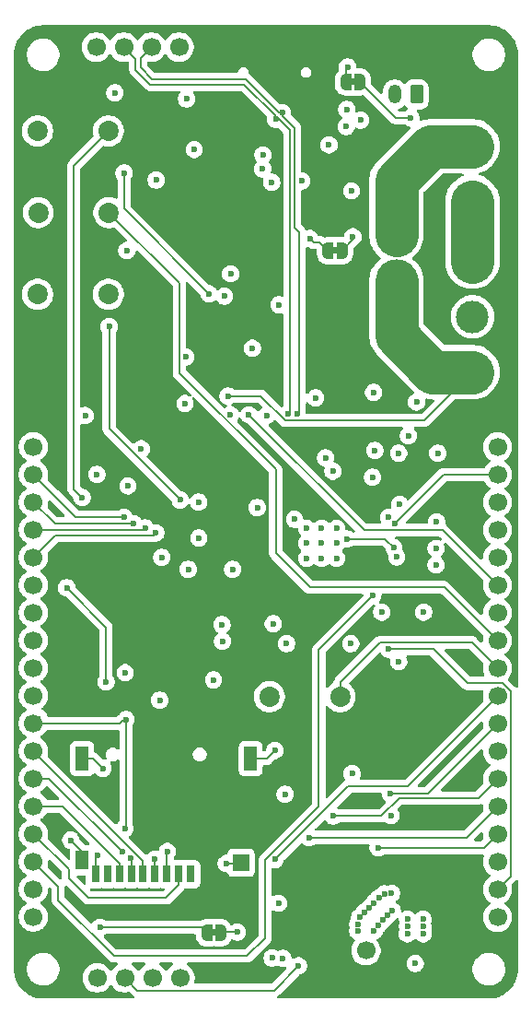
<source format=gbl>
%TF.GenerationSoftware,KiCad,Pcbnew,9.0.5*%
%TF.CreationDate,2025-11-15T07:59:09-05:00*%
%TF.ProjectId,PicoLume_v4,5069636f-4c75-46d6-955f-76342e6b6963,rev?*%
%TF.SameCoordinates,Original*%
%TF.FileFunction,Copper,L4,Bot*%
%TF.FilePolarity,Positive*%
%FSLAX46Y46*%
G04 Gerber Fmt 4.6, Leading zero omitted, Abs format (unit mm)*
G04 Created by KiCad (PCBNEW 9.0.5) date 2025-11-15 07:59:09*
%MOMM*%
%LPD*%
G01*
G04 APERTURE LIST*
G04 Aperture macros list*
%AMRoundRect*
0 Rectangle with rounded corners*
0 $1 Rounding radius*
0 $2 $3 $4 $5 $6 $7 $8 $9 X,Y pos of 4 corners*
0 Add a 4 corners polygon primitive as box body*
4,1,4,$2,$3,$4,$5,$6,$7,$8,$9,$2,$3,0*
0 Add four circle primitives for the rounded corners*
1,1,$1+$1,$2,$3*
1,1,$1+$1,$4,$5*
1,1,$1+$1,$6,$7*
1,1,$1+$1,$8,$9*
0 Add four rect primitives between the rounded corners*
20,1,$1+$1,$2,$3,$4,$5,0*
20,1,$1+$1,$4,$5,$6,$7,0*
20,1,$1+$1,$6,$7,$8,$9,0*
20,1,$1+$1,$8,$9,$2,$3,0*%
%AMFreePoly0*
4,1,23,0.500000,-0.750000,0.000000,-0.750000,0.000000,-0.745722,-0.065263,-0.745722,-0.191342,-0.711940,-0.304381,-0.646677,-0.396677,-0.554381,-0.461940,-0.441342,-0.495722,-0.315263,-0.495722,-0.250000,-0.500000,-0.250000,-0.500000,0.250000,-0.495722,0.250000,-0.495722,0.315263,-0.461940,0.441342,-0.396677,0.554381,-0.304381,0.646677,-0.191342,0.711940,-0.065263,0.745722,0.000000,0.745722,
0.000000,0.750000,0.500000,0.750000,0.500000,-0.750000,0.500000,-0.750000,$1*%
%AMFreePoly1*
4,1,23,0.000000,0.745722,0.065263,0.745722,0.191342,0.711940,0.304381,0.646677,0.396677,0.554381,0.461940,0.441342,0.495722,0.315263,0.495722,0.250000,0.500000,0.250000,0.500000,-0.250000,0.495722,-0.250000,0.495722,-0.315263,0.461940,-0.441342,0.396677,-0.554381,0.304381,-0.646677,0.191342,-0.711940,0.065263,-0.745722,0.000000,-0.745722,0.000000,-0.750000,-0.500000,-0.750000,
-0.500000,0.750000,0.000000,0.750000,0.000000,0.745722,0.000000,0.745722,$1*%
G04 Aperture macros list end*
%TA.AperFunction,EtchedComponent*%
%ADD10C,0.000000*%
%TD*%
%TA.AperFunction,ComponentPad*%
%ADD11C,3.840000*%
%TD*%
%TA.AperFunction,ComponentPad*%
%ADD12C,3.000000*%
%TD*%
%TA.AperFunction,ComponentPad*%
%ADD13C,1.700000*%
%TD*%
%TA.AperFunction,ComponentPad*%
%ADD14C,0.600000*%
%TD*%
%TA.AperFunction,ComponentPad*%
%ADD15RoundRect,0.250000X0.350000X0.625000X-0.350000X0.625000X-0.350000X-0.625000X0.350000X-0.625000X0*%
%TD*%
%TA.AperFunction,ComponentPad*%
%ADD16O,1.200000X1.750000*%
%TD*%
%TA.AperFunction,ComponentPad*%
%ADD17C,1.860000*%
%TD*%
%TA.AperFunction,SMDPad,CuDef*%
%ADD18FreePoly0,0.000000*%
%TD*%
%TA.AperFunction,SMDPad,CuDef*%
%ADD19FreePoly1,0.000000*%
%TD*%
%TA.AperFunction,SMDPad,CuDef*%
%ADD20R,0.700000X1.600000*%
%TD*%
%TA.AperFunction,SMDPad,CuDef*%
%ADD21R,1.500000X1.600000*%
%TD*%
%TA.AperFunction,SMDPad,CuDef*%
%ADD22R,1.200000X2.200000*%
%TD*%
%TA.AperFunction,SMDPad,CuDef*%
%ADD23R,1.200000X1.800000*%
%TD*%
%TA.AperFunction,SMDPad,CuDef*%
%ADD24FreePoly0,180.000000*%
%TD*%
%TA.AperFunction,SMDPad,CuDef*%
%ADD25FreePoly1,180.000000*%
%TD*%
%TA.AperFunction,ViaPad*%
%ADD26C,0.600000*%
%TD*%
%TA.AperFunction,Conductor*%
%ADD27C,0.200000*%
%TD*%
%TA.AperFunction,Conductor*%
%ADD28C,4.000000*%
%TD*%
G04 APERTURE END LIST*
D10*
%TA.AperFunction,EtchedComponent*%
%TO.C,JP1*%
G36*
X121950000Y-127950000D02*
G01*
X121450000Y-127950000D01*
X121450000Y-127350000D01*
X121950000Y-127350000D01*
X121950000Y-127950000D01*
G37*
%TD.AperFunction*%
%TA.AperFunction,EtchedComponent*%
%TO.C,JP3*%
G36*
X133100000Y-65300000D02*
G01*
X132600000Y-65300000D01*
X132600000Y-64700000D01*
X133100000Y-64700000D01*
X133100000Y-65300000D01*
G37*
%TD.AperFunction*%
%TA.AperFunction,EtchedComponent*%
%TO.C,JP2*%
G36*
X134750000Y-49800000D02*
G01*
X134250000Y-49800000D01*
X134250000Y-49200000D01*
X134750000Y-49200000D01*
X134750000Y-49800000D01*
G37*
%TD.AperFunction*%
%TD*%
D11*
%TO.P,J12,1,1*%
%TO.N,EXTPOWER*%
X138500000Y-58580000D03*
%TO.P,J12,2,2*%
%TO.N,EXT_FUSED*%
X138500000Y-72800000D03*
%TO.P,J12,3,3*%
%TO.N,EXTPOWER*%
X138500000Y-63660000D03*
%TO.P,J12,4,4*%
%TO.N,EXT_FUSED*%
X138500000Y-67720000D03*
%TD*%
D12*
%TO.P,J7,1,Pin_1*%
%TO.N,GND*%
X145500000Y-66000000D03*
%TO.P,J7,2,Pin_2*%
%TO.N,/5V_PIN14*%
X145500000Y-71080000D03*
%TO.P,J7,3,Pin_3*%
%TO.N,EXT_FUSED*%
X145500000Y-76160000D03*
%TD*%
D13*
%TO.P,J1,1,Pin_1*%
%TO.N,+3V3*%
X105100000Y-83020000D03*
%TO.P,J1,2,Pin_2*%
%TO.N,/GPIO0*%
X105100000Y-85560000D03*
%TO.P,J1,3,Pin_3*%
%TO.N,/GPIO1*%
X105100000Y-88100000D03*
%TO.P,J1,4,Pin_4*%
%TO.N,/GPIO2*%
X105100000Y-90640000D03*
%TO.P,J1,5,Pin_5*%
%TO.N,/GPIO3*%
X105100000Y-93180000D03*
%TO.P,J1,6,Pin_6*%
%TO.N,/GPIO4*%
X105100000Y-95720000D03*
%TO.P,J1,7,Pin_7*%
%TO.N,/GPIO5*%
X105100000Y-98260000D03*
%TO.P,J1,8,Pin_8*%
%TO.N,/GPIO6*%
X105100000Y-100800000D03*
%TO.P,J1,9,Pin_9*%
%TO.N,/GPIO7*%
X105100000Y-103340000D03*
%TO.P,J1,10,Pin_10*%
%TO.N,/GPIO8*%
X105100000Y-105880000D03*
%TO.P,J1,11,Pin_11*%
%TO.N,/GPIO9*%
X105100000Y-108420000D03*
%TO.P,J1,12,Pin_12*%
%TO.N,/GPIO10*%
X105100000Y-110960000D03*
%TO.P,J1,13,Pin_13*%
%TO.N,/GPIO11*%
X105100000Y-113500000D03*
%TO.P,J1,14,Pin_14*%
%TO.N,/GPIO12*%
X105100000Y-116040000D03*
%TO.P,J1,15,Pin_15*%
%TO.N,/GPIO13*%
X105100000Y-118580000D03*
%TO.P,J1,16,Pin_16*%
%TO.N,/GPIO14*%
X105100000Y-121120000D03*
%TO.P,J1,17,Pin_17*%
%TO.N,/GPIO15*%
X105100000Y-123660000D03*
%TO.P,J1,18,Pin_18*%
%TO.N,GND*%
X105100000Y-126200000D03*
%TD*%
D14*
%TO.P,U1,61,GND*%
%TO.N,GND*%
X130250000Y-90500000D03*
X130250000Y-91875000D03*
X130250000Y-93250000D03*
X131625000Y-90500000D03*
X131625000Y-91875000D03*
X131625000Y-93250000D03*
X133000000Y-90500000D03*
X133000000Y-91875000D03*
X133000000Y-93250000D03*
%TD*%
D13*
%TO.P,J5,1,Pin_1*%
%TO.N,Net-(J5-Pin_1)*%
X135700000Y-129300000D03*
%TD*%
D15*
%TO.P,J9,1,Pin_1*%
%TO.N,VBAT*%
X140350000Y-50650000D03*
D16*
%TO.P,J9,2,Pin_2*%
%TO.N,GND*%
X138350000Y-50650000D03*
%TD*%
D13*
%TO.P,J3,1,Pin_1*%
%TO.N,+5V*%
X147800000Y-83040000D03*
%TO.P,J3,2,Pin_2*%
%TO.N,/GPIO29_ADC3*%
X147800000Y-85580000D03*
%TO.P,J3,3,Pin_3*%
%TO.N,/GPIO28_ADC2*%
X147800000Y-88120000D03*
%TO.P,J3,4,Pin_4*%
%TO.N,/GPIO27_ADC1*%
X147800000Y-90660000D03*
%TO.P,J3,5,Pin_5*%
%TO.N,/GPIO26_ADC0*%
X147800000Y-93200000D03*
%TO.P,J3,6,Pin_6*%
%TO.N,/GPIO25*%
X147800000Y-95740000D03*
%TO.P,J3,7,Pin_7*%
%TO.N,/GPIO24*%
X147800000Y-98280000D03*
%TO.P,J3,8,Pin_8*%
%TO.N,/GPIO23*%
X147800000Y-100820000D03*
%TO.P,J3,9,Pin_9*%
%TO.N,/GPIO22*%
X147800000Y-103360000D03*
%TO.P,J3,10,Pin_10*%
%TO.N,/GPIO21*%
X147800000Y-105900000D03*
%TO.P,J3,11,Pin_11*%
%TO.N,/GPIO20*%
X147800000Y-108440000D03*
%TO.P,J3,12,Pin_12*%
%TO.N,/GPIO19*%
X147800000Y-110980000D03*
%TO.P,J3,13,Pin_13*%
%TO.N,/GPIO18*%
X147800000Y-113520000D03*
%TO.P,J3,14,Pin_14*%
%TO.N,/GPIO17*%
X147800000Y-116060000D03*
%TO.P,J3,15,Pin_15*%
%TO.N,/GPIO16*%
X147800000Y-118600000D03*
%TO.P,J3,16,Pin_16*%
%TO.N,/RUN*%
X147800000Y-121140000D03*
%TO.P,J3,17,Pin_17*%
%TO.N,/SWD*%
X147800000Y-123680000D03*
%TO.P,J3,18,Pin_18*%
%TO.N,/SWCLK*%
X147800000Y-126220000D03*
%TD*%
D17*
%TO.P,SW4,1,1*%
%TO.N,GND*%
X126825000Y-105975000D03*
%TO.P,SW4,2,2*%
%TO.N,/GPIO22*%
X133325000Y-105975000D03*
%TD*%
D13*
%TO.P,J13,1,Pin_1*%
%TO.N,GND*%
X110890000Y-46300000D03*
%TO.P,J13,2,Pin_2*%
%TO.N,/USB_P*%
X113430000Y-46300000D03*
%TO.P,J13,3,Pin_3*%
%TO.N,/USB_N*%
X115970000Y-46300000D03*
%TO.P,J13,4,Pin_4*%
%TO.N,VBUS*%
X118510000Y-46300000D03*
%TD*%
%TO.P,J2,1,Pin_1*%
%TO.N,/GPIO4*%
X110980000Y-131800000D03*
%TO.P,J2,2,Pin_2*%
%TO.N,/GPIO5*%
X113520000Y-131800000D03*
%TO.P,J2,3,Pin_3*%
%TO.N,+3V3*%
X116060000Y-131800000D03*
%TO.P,J2,4,Pin_4*%
%TO.N,GND*%
X118600000Y-131800000D03*
%TD*%
D17*
%TO.P,SW3,1,1*%
%TO.N,GND*%
X105550000Y-61500000D03*
%TO.P,SW3,2,2*%
%TO.N,/GPIO23*%
X112050000Y-61500000D03*
%TD*%
%TO.P,SW1,1,1*%
%TO.N,GND*%
X105500000Y-69000000D03*
%TO.P,SW1,2,2*%
%TO.N,Net-(R6-Pad2)*%
X112000000Y-69000000D03*
%TD*%
D12*
%TO.P,J6,1,Pin_1*%
%TO.N,EXTPOWER*%
X145500000Y-55420000D03*
%TO.P,J6,2,Pin_2*%
%TO.N,GND*%
X145500000Y-60500000D03*
%TD*%
D17*
%TO.P,SW2,1,1*%
%TO.N,Net-(R4-Pad1)*%
X105500000Y-54000000D03*
%TO.P,SW2,2,2*%
%TO.N,/RUN*%
X112000000Y-54000000D03*
%TD*%
D18*
%TO.P,JP1,1,A*%
%TO.N,Net-(JP1-A)*%
X121050000Y-127650000D03*
D19*
%TO.P,JP1,2,B*%
%TO.N,+3V3*%
X122350000Y-127650000D03*
%TD*%
D18*
%TO.P,JP3,1,A*%
%TO.N,Net-(JP3-A)*%
X132200000Y-65000000D03*
D19*
%TO.P,JP3,2,B*%
%TO.N,GND*%
X133500000Y-65000000D03*
%TD*%
D20*
%TO.P,J14,1,DAT2*%
%TO.N,unconnected-(J14-DAT2-Pad1)*%
X119600000Y-122275000D03*
%TO.P,J14,2,CD/DAT3*%
%TO.N,/GPIO13*%
X118500000Y-122275000D03*
%TO.P,J14,3,CMD*%
%TO.N,/GPIO11*%
X117400000Y-122275000D03*
%TO.P,J14,4,VDD*%
%TO.N,+3V3*%
X116300000Y-122275000D03*
%TO.P,J14,5,CLK*%
%TO.N,/GPIO10*%
X115200000Y-122275000D03*
%TO.P,J14,6,VSS*%
%TO.N,GND*%
X114100000Y-122275000D03*
%TO.P,J14,7,DAT0*%
%TO.N,/GPIO12*%
X113000000Y-122275000D03*
%TO.P,J14,8,DAT1*%
%TO.N,unconnected-(J14-DAT1-Pad8)*%
X111900000Y-122275000D03*
%TO.P,J14,CD1,CD1*%
%TO.N,/GPIO9*%
X110800000Y-122275000D03*
D21*
%TO.P,J14,G1,GND_1*%
%TO.N,GND*%
X124200000Y-121225000D03*
D22*
%TO.P,J14,G2,GND_2*%
X125100000Y-111675000D03*
%TO.P,J14,G3,GND_3*%
X109600000Y-111675000D03*
D23*
%TO.P,J14,G4,GND_4*%
X109600000Y-120975000D03*
%TD*%
D24*
%TO.P,JP2,1,A*%
%TO.N,Net-(JP2-A)*%
X135150000Y-49500000D03*
D25*
%TO.P,JP2,2,B*%
%TO.N,GND*%
X133850000Y-49500000D03*
%TD*%
D26*
%TO.N,GND*%
X134375000Y-59500000D03*
X131075000Y-78525000D03*
X136900000Y-124475000D03*
X134300000Y-101100000D03*
X127650000Y-124950000D03*
X128400000Y-101100000D03*
X120300000Y-88100000D03*
X121675000Y-104425000D03*
X123250000Y-67125000D03*
X136450000Y-127475000D03*
X133925000Y-52025000D03*
X137675000Y-126075000D03*
X111500000Y-112550000D03*
X119200000Y-51050000D03*
X113800000Y-86600000D03*
X122687500Y-69187500D03*
X136450000Y-124925000D03*
X127325000Y-110900000D03*
X138700000Y-102750000D03*
X119050000Y-79050000D03*
X133875000Y-53600000D03*
X140225000Y-130475000D03*
X116725000Y-106300000D03*
X134950000Y-127500000D03*
X139525000Y-126425000D03*
X127700000Y-69975000D03*
X140975000Y-127750000D03*
X125250000Y-73975000D03*
X139600000Y-82000000D03*
X137225000Y-126500000D03*
X136300000Y-85800000D03*
X136800000Y-126950000D03*
X142150000Y-93875000D03*
X136000000Y-125375000D03*
X138800000Y-88300000D03*
X136400000Y-78025000D03*
X134950000Y-126875000D03*
X115025000Y-83200000D03*
X122850000Y-121300000D03*
X119350000Y-94275000D03*
X127075000Y-129975000D03*
X126550000Y-80125000D03*
X122450000Y-99350000D03*
X120325000Y-91400000D03*
X108550000Y-119150000D03*
X138125000Y-125650000D03*
X140950000Y-126425000D03*
X123225000Y-80075000D03*
X114075000Y-120825000D03*
X116400000Y-58500000D03*
X126200000Y-57500000D03*
X139525000Y-127075000D03*
X139500000Y-127750000D03*
X135125000Y-126250000D03*
X122500000Y-100875000D03*
X129800000Y-58600000D03*
X134500000Y-63725000D03*
X113700000Y-65000000D03*
X138050000Y-124050000D03*
X134000000Y-48125000D03*
X135525000Y-125775000D03*
X142300000Y-83600000D03*
X141000000Y-98200000D03*
X140950000Y-127100000D03*
X137400000Y-124075000D03*
X112600000Y-50500000D03*
X142150000Y-92350000D03*
X142200000Y-89900000D03*
X119900000Y-55700000D03*
%TO.N,+1V1*%
X131975000Y-84025000D03*
X133925000Y-91475000D03*
X138275000Y-92300000D03*
X129125000Y-89675000D03*
%TO.N,+3V3*%
X110950000Y-85550000D03*
X138525000Y-93125000D03*
X135225000Y-53000000D03*
X132650000Y-85250000D03*
X116275000Y-120900000D03*
X137800000Y-89475000D03*
X123425000Y-94275000D03*
X125700000Y-88600000D03*
X116905000Y-93170000D03*
X123850000Y-127600000D03*
X134425000Y-113050000D03*
X113550000Y-103775000D03*
X128050000Y-130000000D03*
X137150000Y-98200000D03*
X138700000Y-83600000D03*
X138000000Y-116900000D03*
X127175000Y-99275000D03*
%TO.N,VSYS_5V*%
X121275000Y-68975000D03*
X113450000Y-57875000D03*
%TO.N,+5V*%
X119125000Y-74775000D03*
X109875000Y-80150000D03*
X140350000Y-78900000D03*
%TO.N,EXT_FUSED*%
X123000000Y-78350000D03*
%TO.N,/GPIO15*%
X111800000Y-104625000D03*
X108175000Y-95975000D03*
%TO.N,VBAT*%
X126225000Y-56200000D03*
%TO.N,Net-(IC2-STAT1)*%
X132300000Y-55275000D03*
X127025000Y-58725000D03*
%TO.N,/GPIO3*%
X116375000Y-90925000D03*
%TO.N,/GPIO0*%
X113450000Y-89475000D03*
%TO.N,/GPIO2*%
X115375000Y-90475000D03*
%TO.N,/GPIO14*%
X136525000Y-83350000D03*
X136325000Y-96700000D03*
%TO.N,/GPIO11*%
X117425000Y-120200000D03*
X113275000Y-120225000D03*
%TO.N,/GPIO5*%
X129500000Y-130700000D03*
%TO.N,/GPIO1*%
X114325000Y-90075000D03*
%TO.N,/GPIO9*%
X111000000Y-120575000D03*
X113525000Y-118050000D03*
X113625000Y-108075000D03*
%TO.N,/GPIO19*%
X128250000Y-114925000D03*
%TO.N,/RUN*%
X109600000Y-87675000D03*
%TO.N,/SWD*%
X137800000Y-101600000D03*
%TO.N,/GPIO21*%
X127350000Y-120925000D03*
%TO.N,/GPIO20*%
X137950000Y-114900000D03*
%TO.N,/GPIO16*%
X136825000Y-119850000D03*
%TO.N,/GPIO18*%
X132675000Y-116925000D03*
%TO.N,/GPIO29_ADC3*%
X138329149Y-90075000D03*
%TO.N,/GPIO17*%
X130450000Y-118900000D03*
%TO.N,/GPIO25*%
X124925000Y-80075000D03*
%TO.N,/USB_N*%
X129350000Y-79981238D03*
X128000521Y-52324479D03*
%TO.N,/USB_P*%
X128500000Y-79981238D03*
X127399479Y-52925521D03*
%TO.N,Net-(JP1-A)*%
X111225000Y-127175000D03*
%TO.N,Net-(JP2-A)*%
X139825000Y-52800000D03*
%TO.N,Net-(JP3-A)*%
X130550000Y-63900000D03*
%TO.N,/QSPI_SS*%
X118600000Y-87900000D03*
X112075000Y-71950000D03*
%TD*%
D27*
%TO.N,GND*%
X109600000Y-120975000D02*
X109600000Y-120200000D01*
X125100000Y-111675000D02*
X126550000Y-111675000D01*
X111500000Y-112550000D02*
X110625000Y-111675000D01*
X109600000Y-120200000D02*
X108550000Y-119150000D01*
X134500000Y-64000000D02*
X133500000Y-65000000D01*
X124125000Y-121300000D02*
X124200000Y-121225000D01*
X110625000Y-111675000D02*
X109600000Y-111675000D01*
X122850000Y-121300000D02*
X124125000Y-121300000D01*
X134500000Y-63725000D02*
X134500000Y-64000000D01*
X126550000Y-111675000D02*
X127325000Y-110900000D01*
D28*
X145500000Y-60500000D02*
X145500000Y-66000000D01*
D27*
X133850000Y-49500000D02*
X133850000Y-48275000D01*
X133850000Y-48275000D02*
X134000000Y-48125000D01*
X114100000Y-122275000D02*
X114100000Y-120850000D01*
X114100000Y-120850000D02*
X114075000Y-120825000D01*
%TO.N,+1V1*%
X137450000Y-91475000D02*
X138275000Y-92300000D01*
X133925000Y-91475000D02*
X137450000Y-91475000D01*
%TO.N,+3V3*%
X122400000Y-127600000D02*
X122350000Y-127650000D01*
X116300000Y-120925000D02*
X116275000Y-120900000D01*
X123850000Y-127600000D02*
X122400000Y-127600000D01*
X116300000Y-122275000D02*
X116300000Y-120925000D01*
%TO.N,VSYS_5V*%
X113450000Y-61150000D02*
X113450000Y-57875000D01*
X121275000Y-68975000D02*
X113450000Y-61150000D01*
D28*
%TO.N,EXT_FUSED*%
X138500000Y-72800000D02*
X141860000Y-76160000D01*
X141860000Y-76160000D02*
X145500000Y-76160000D01*
D27*
X123000000Y-78350000D02*
X126018819Y-78350000D01*
X128251057Y-80582238D02*
X141077762Y-80582238D01*
X141077762Y-80582238D02*
X145500000Y-76160000D01*
X126018819Y-78350000D02*
X128251057Y-80582238D01*
D28*
X138500000Y-72800000D02*
X138500000Y-67781000D01*
D27*
%TO.N,/GPIO15*%
X111800000Y-99600000D02*
X111800000Y-104625000D01*
X108175000Y-95975000D02*
X111800000Y-99600000D01*
%TO.N,/GPIO3*%
X107130000Y-91150000D02*
X105100000Y-93180000D01*
X116375000Y-90925000D02*
X116150000Y-91150000D01*
X116150000Y-91150000D02*
X107130000Y-91150000D01*
%TO.N,/GPIO13*%
X108350000Y-122650000D02*
X108350000Y-121830000D01*
X118500000Y-123275000D02*
X117300000Y-124475000D01*
X118500000Y-122275000D02*
X118500000Y-123275000D01*
X110175000Y-124475000D02*
X108350000Y-122650000D01*
X117300000Y-124475000D02*
X110175000Y-124475000D01*
X108350000Y-121830000D02*
X105100000Y-118580000D01*
%TO.N,/GPIO0*%
X109015000Y-89475000D02*
X105100000Y-85560000D01*
X113450000Y-89475000D02*
X109015000Y-89475000D01*
%TO.N,/GPIO2*%
X105136000Y-90676000D02*
X105100000Y-90640000D01*
X115174000Y-90676000D02*
X105136000Y-90676000D01*
X115375000Y-90475000D02*
X115174000Y-90676000D01*
%TO.N,/GPIO14*%
X107400000Y-124675000D02*
X107400000Y-123420000D01*
X136325000Y-96700000D02*
X131369000Y-101656000D01*
X124750000Y-129800000D02*
X112525000Y-129800000D01*
X131369000Y-101656000D02*
X131369000Y-116056057D01*
X107400000Y-123420000D02*
X105100000Y-121120000D01*
X126425000Y-128125000D02*
X124750000Y-129800000D01*
X126425000Y-121000057D02*
X126425000Y-128125000D01*
X112525000Y-129800000D02*
X107400000Y-124675000D01*
X131369000Y-116056057D02*
X126425000Y-121000057D01*
%TO.N,/GPIO11*%
X113275000Y-120225000D02*
X106550000Y-113500000D01*
X117400000Y-120225000D02*
X117425000Y-120200000D01*
X106550000Y-113500000D02*
X105100000Y-113500000D01*
X117400000Y-122275000D02*
X117400000Y-120225000D01*
%TO.N,/GPIO5*%
X127249000Y-132951000D02*
X114671000Y-132951000D01*
X129500000Y-130700000D02*
X127249000Y-132951000D01*
X114671000Y-132951000D02*
X113520000Y-131800000D01*
%TO.N,/GPIO1*%
X107075000Y-90075000D02*
X105100000Y-88100000D01*
X114325000Y-90075000D02*
X107075000Y-90075000D01*
%TO.N,/GPIO12*%
X107765000Y-116040000D02*
X105100000Y-116040000D01*
X113000000Y-122275000D02*
X113000000Y-121275000D01*
X113000000Y-121275000D02*
X107765000Y-116040000D01*
%TO.N,/GPIO10*%
X115200000Y-121060000D02*
X105100000Y-110960000D01*
X115200000Y-122275000D02*
X115200000Y-121060000D01*
%TO.N,/GPIO9*%
X113525000Y-118050000D02*
X113625000Y-117950000D01*
X113375000Y-108075000D02*
X113030000Y-108420000D01*
X110800000Y-122275000D02*
X110800000Y-120775000D01*
X110800000Y-120775000D02*
X111000000Y-120575000D01*
X113030000Y-108420000D02*
X105100000Y-108420000D01*
X105770000Y-107750000D02*
X105100000Y-108420000D01*
X113625000Y-108075000D02*
X113375000Y-108075000D01*
X113625000Y-117950000D02*
X113625000Y-108075000D01*
%TO.N,/GPIO22*%
X145439000Y-100999000D02*
X147800000Y-103360000D01*
X132600000Y-106000000D02*
X132625000Y-105975000D01*
X133325000Y-105975000D02*
X133325000Y-104659782D01*
X136985782Y-100999000D02*
X145439000Y-100999000D01*
X133325000Y-104659782D02*
X136985782Y-100999000D01*
%TO.N,/RUN*%
X112000000Y-54000000D02*
X108825000Y-57175000D01*
X108825000Y-57175000D02*
X108825000Y-86900000D01*
X108825000Y-86900000D02*
X109600000Y-87675000D01*
%TO.N,/SWD*%
X145021240Y-104749000D02*
X148276760Y-104749000D01*
X137800000Y-101600000D02*
X141872240Y-101600000D01*
X149025000Y-105497240D02*
X149025000Y-122455000D01*
X148276760Y-104749000D02*
X149025000Y-105497240D01*
X149025000Y-122455000D02*
X147800000Y-123680000D01*
X141872240Y-101600000D02*
X145021240Y-104749000D01*
%TO.N,/GPIO21*%
X134075000Y-114200000D02*
X139500000Y-114200000D01*
X139500000Y-114200000D02*
X147800000Y-105900000D01*
X127350000Y-120925000D02*
X134075000Y-114200000D01*
%TO.N,/GPIO20*%
X137950000Y-114900000D02*
X137975000Y-114875000D01*
X141365000Y-114875000D02*
X147800000Y-108440000D01*
X137975000Y-114875000D02*
X141365000Y-114875000D01*
%TO.N,/GPIO23*%
X127400000Y-92775000D02*
X130550000Y-95925000D01*
X118524000Y-67974000D02*
X118524000Y-76223943D01*
X127400000Y-85099943D02*
X127400000Y-92775000D01*
X130550000Y-95925000D02*
X142905000Y-95925000D01*
X118524000Y-76223943D02*
X127400000Y-85099943D01*
X142905000Y-95925000D02*
X147800000Y-100820000D01*
X112050000Y-61500000D02*
X118524000Y-67974000D01*
%TO.N,/GPIO16*%
X146550000Y-119850000D02*
X147800000Y-118600000D01*
X136825000Y-119850000D02*
X146550000Y-119850000D01*
%TO.N,/GPIO18*%
X132675000Y-116925000D02*
X137125057Y-116925000D01*
X138774057Y-115276000D02*
X146044000Y-115276000D01*
X146044000Y-115276000D02*
X147800000Y-113520000D01*
X137125057Y-116925000D02*
X138774057Y-115276000D01*
%TO.N,/GPIO29_ADC3*%
X142824149Y-85580000D02*
X147800000Y-85580000D01*
X138329149Y-90075000D02*
X142824149Y-85580000D01*
%TO.N,/GPIO17*%
X144960000Y-118900000D02*
X147800000Y-116060000D01*
X130450000Y-118900000D02*
X144960000Y-118900000D01*
%TO.N,/GPIO25*%
X124925000Y-80075000D02*
X135526000Y-90676000D01*
X135526000Y-90676000D02*
X142736000Y-90676000D01*
X142736000Y-90676000D02*
X147800000Y-95740000D01*
D28*
%TO.N,EXTPOWER*%
X141660000Y-55420000D02*
X138500000Y-58580000D01*
X138500000Y-58580000D02*
X138500000Y-63580000D01*
X145500000Y-55420000D02*
X141660000Y-55420000D01*
D27*
%TO.N,/USB_N*%
X129575000Y-63300000D02*
X129150001Y-62875001D01*
X128000521Y-52324479D02*
X127717678Y-52324479D01*
X124668199Y-49275000D02*
X116043198Y-49275000D01*
X127717678Y-52324479D02*
X124668199Y-49275000D01*
X129150001Y-62875001D02*
X129150001Y-53756802D01*
X129350000Y-79981238D02*
X129575000Y-79756238D01*
X128000521Y-52607322D02*
X128000521Y-52324479D01*
X114950000Y-48181802D02*
X114950000Y-47320000D01*
X129575000Y-79756238D02*
X129575000Y-63300000D01*
X129150001Y-53756802D02*
X128000521Y-52607322D01*
X116043198Y-49275000D02*
X114950000Y-48181802D01*
X114950000Y-47320000D02*
X115970000Y-46300000D01*
%TO.N,/USB_P*%
X114500000Y-48368198D02*
X114500000Y-47370000D01*
X128500000Y-79981238D02*
X128699999Y-79781239D01*
X115856802Y-49725000D02*
X114500000Y-48368198D01*
X127399479Y-52925521D02*
X127399479Y-52642678D01*
X114500000Y-47370000D02*
X113430000Y-46300000D01*
X127682322Y-52925521D02*
X127399479Y-52925521D01*
X127399479Y-52642678D02*
X124481801Y-49725000D01*
X128699999Y-53943198D02*
X127682322Y-52925521D01*
X128699999Y-79781239D02*
X128699999Y-53943198D01*
X124481801Y-49725000D02*
X115856802Y-49725000D01*
%TO.N,Net-(JP1-A)*%
X120575000Y-127175000D02*
X121050000Y-127650000D01*
X111225000Y-127175000D02*
X120575000Y-127175000D01*
%TO.N,Net-(JP2-A)*%
X139825000Y-52800000D02*
X138450000Y-52800000D01*
X138450000Y-52800000D02*
X135150000Y-49500000D01*
%TO.N,Net-(JP3-A)*%
X131450000Y-64250000D02*
X132200000Y-65000000D01*
X130900000Y-64250000D02*
X131450000Y-64250000D01*
X130550000Y-63900000D02*
X130900000Y-64250000D01*
%TO.N,/QSPI_SS*%
X118600000Y-87900000D02*
X112075000Y-81375000D01*
X112075000Y-81375000D02*
X112075000Y-71950000D01*
%TD*%
%TA.AperFunction,NonConductor*%
G36*
X139305483Y-51628371D02*
G01*
X139361417Y-51670242D01*
X139367688Y-51679456D01*
X139407285Y-51743652D01*
X139407288Y-51743656D01*
X139532680Y-51869048D01*
X139566165Y-51930371D01*
X139561181Y-52000063D01*
X139519309Y-52055996D01*
X139508369Y-52063313D01*
X139500689Y-52067878D01*
X139445821Y-52090606D01*
X139314711Y-52178211D01*
X139314113Y-52178808D01*
X139308604Y-52182084D01*
X139277796Y-52189976D01*
X139247447Y-52199480D01*
X139245234Y-52199500D01*
X138771689Y-52199500D01*
X138704650Y-52179815D01*
X138658895Y-52127011D01*
X138648951Y-52057853D01*
X138677976Y-51994297D01*
X138733368Y-51957569D01*
X138772445Y-51944873D01*
X138926788Y-51866232D01*
X139066928Y-51764414D01*
X139174472Y-51656869D01*
X139235791Y-51623387D01*
X139305483Y-51628371D01*
G37*
%TD.AperFunction*%
%TA.AperFunction,NonConductor*%
G36*
X125785761Y-78970185D02*
G01*
X125806403Y-78986819D01*
X126102567Y-79282983D01*
X126136052Y-79344306D01*
X126131068Y-79413998D01*
X126089196Y-79469931D01*
X126083778Y-79473766D01*
X126039707Y-79503213D01*
X125928213Y-79614707D01*
X125928210Y-79614711D01*
X125854978Y-79724310D01*
X125801365Y-79769115D01*
X125732040Y-79777822D01*
X125669013Y-79747667D01*
X125637316Y-79702873D01*
X125634398Y-79695829D01*
X125634390Y-79695814D01*
X125546789Y-79564711D01*
X125546786Y-79564707D01*
X125435292Y-79453213D01*
X125435288Y-79453210D01*
X125304185Y-79365609D01*
X125304172Y-79365602D01*
X125158501Y-79305264D01*
X125158489Y-79305261D01*
X125003845Y-79274500D01*
X125003842Y-79274500D01*
X124846158Y-79274500D01*
X124846155Y-79274500D01*
X124691510Y-79305261D01*
X124691498Y-79305264D01*
X124545827Y-79365602D01*
X124545814Y-79365609D01*
X124414711Y-79453210D01*
X124414707Y-79453213D01*
X124303213Y-79564707D01*
X124303210Y-79564711D01*
X124215609Y-79695814D01*
X124215604Y-79695823D01*
X124189561Y-79758699D01*
X124145720Y-79813102D01*
X124079426Y-79835167D01*
X124011727Y-79817888D01*
X123964116Y-79766751D01*
X123960439Y-79758699D01*
X123934395Y-79695823D01*
X123934390Y-79695814D01*
X123846789Y-79564711D01*
X123846786Y-79564707D01*
X123735292Y-79453213D01*
X123735288Y-79453210D01*
X123604185Y-79365609D01*
X123604172Y-79365602D01*
X123458501Y-79305264D01*
X123458492Y-79305261D01*
X123404820Y-79294585D01*
X123342909Y-79262199D01*
X123308336Y-79201483D01*
X123312077Y-79131713D01*
X123352944Y-79075042D01*
X123361203Y-79069152D01*
X123370878Y-79062832D01*
X123379179Y-79059394D01*
X123510289Y-78971789D01*
X123510335Y-78971742D01*
X123511956Y-78970684D01*
X123544834Y-78960764D01*
X123577553Y-78950520D01*
X123578829Y-78950508D01*
X123578848Y-78950503D01*
X123578865Y-78950508D01*
X123579766Y-78950500D01*
X125718722Y-78950500D01*
X125785761Y-78970185D01*
G37*
%TD.AperFunction*%
%TA.AperFunction,NonConductor*%
G36*
X106655703Y-87965384D02*
G01*
X106662181Y-87971416D01*
X107953584Y-89262819D01*
X107987069Y-89324142D01*
X107982085Y-89393834D01*
X107940213Y-89449767D01*
X107874749Y-89474184D01*
X107865903Y-89474500D01*
X107375098Y-89474500D01*
X107308059Y-89454815D01*
X107287417Y-89438181D01*
X106433757Y-88584522D01*
X106400272Y-88523199D01*
X106403507Y-88458523D01*
X106417246Y-88416243D01*
X106450500Y-88206287D01*
X106450500Y-88059097D01*
X106470185Y-87992058D01*
X106522989Y-87946303D01*
X106592147Y-87936359D01*
X106655703Y-87965384D01*
G37*
%TD.AperFunction*%
%TA.AperFunction,NonConductor*%
G36*
X146581320Y-86200185D02*
G01*
X146624765Y-86248205D01*
X146644947Y-86287814D01*
X146644948Y-86287815D01*
X146769890Y-86459786D01*
X146920213Y-86610109D01*
X147092182Y-86735050D01*
X147100946Y-86739516D01*
X147151742Y-86787491D01*
X147168536Y-86855312D01*
X147145998Y-86921447D01*
X147100946Y-86960484D01*
X147092182Y-86964949D01*
X146920213Y-87089890D01*
X146769890Y-87240213D01*
X146644951Y-87412179D01*
X146548444Y-87601585D01*
X146482753Y-87803760D01*
X146449500Y-88013713D01*
X146449500Y-88226286D01*
X146479585Y-88416240D01*
X146482754Y-88436243D01*
X146541945Y-88618414D01*
X146548444Y-88638414D01*
X146644951Y-88827820D01*
X146769890Y-88999786D01*
X146920213Y-89150109D01*
X147092182Y-89275050D01*
X147100946Y-89279516D01*
X147151742Y-89327491D01*
X147168536Y-89395312D01*
X147145998Y-89461447D01*
X147100946Y-89500484D01*
X147092182Y-89504949D01*
X146920213Y-89629890D01*
X146769890Y-89780213D01*
X146644951Y-89952179D01*
X146548444Y-90141585D01*
X146482753Y-90343760D01*
X146466760Y-90444737D01*
X146449500Y-90553713D01*
X146449500Y-90766287D01*
X146451389Y-90778211D01*
X146479585Y-90956239D01*
X146482754Y-90976243D01*
X146541973Y-91158501D01*
X146548444Y-91178414D01*
X146644951Y-91367820D01*
X146769890Y-91539786D01*
X146920213Y-91690109D01*
X147092182Y-91815050D01*
X147100946Y-91819516D01*
X147151742Y-91867491D01*
X147168536Y-91935312D01*
X147145998Y-92001447D01*
X147100946Y-92040484D01*
X147092182Y-92044949D01*
X146920213Y-92169890D01*
X146769890Y-92320213D01*
X146644951Y-92492179D01*
X146548444Y-92681585D01*
X146548443Y-92681587D01*
X146548443Y-92681588D01*
X146543780Y-92695939D01*
X146482753Y-92883760D01*
X146449500Y-93093713D01*
X146449500Y-93240903D01*
X146429815Y-93307942D01*
X146377011Y-93353697D01*
X146307853Y-93363641D01*
X146244297Y-93334616D01*
X146237819Y-93328584D01*
X143223590Y-90314355D01*
X143223588Y-90314352D01*
X143104715Y-90195479D01*
X143065565Y-90172876D01*
X143049534Y-90163621D01*
X143001319Y-90113055D01*
X142988095Y-90044448D01*
X142989914Y-90032059D01*
X143000500Y-89978842D01*
X143000500Y-89821158D01*
X143000500Y-89821155D01*
X143000499Y-89821153D01*
X142992354Y-89780208D01*
X142969737Y-89666503D01*
X142946290Y-89609896D01*
X142909397Y-89520827D01*
X142909390Y-89520814D01*
X142821789Y-89389711D01*
X142821786Y-89389707D01*
X142710292Y-89278213D01*
X142710288Y-89278210D01*
X142579185Y-89190609D01*
X142579172Y-89190602D01*
X142433501Y-89130264D01*
X142433489Y-89130261D01*
X142278845Y-89099500D01*
X142278842Y-89099500D01*
X142121158Y-89099500D01*
X142121155Y-89099500D01*
X141966510Y-89130261D01*
X141966498Y-89130264D01*
X141820827Y-89190602D01*
X141820814Y-89190609D01*
X141689711Y-89278210D01*
X141689707Y-89278213D01*
X141578213Y-89389707D01*
X141578210Y-89389711D01*
X141490609Y-89520814D01*
X141490602Y-89520827D01*
X141430264Y-89666498D01*
X141430261Y-89666510D01*
X141399500Y-89821153D01*
X141399500Y-89951500D01*
X141379815Y-90018539D01*
X141327011Y-90064294D01*
X141275500Y-90075500D01*
X139477246Y-90075500D01*
X139410207Y-90055815D01*
X139364452Y-90003011D01*
X139354508Y-89933853D01*
X139383533Y-89870297D01*
X139389565Y-89863819D01*
X143036565Y-86216819D01*
X143097888Y-86183334D01*
X143124246Y-86180500D01*
X146514281Y-86180500D01*
X146581320Y-86200185D01*
G37*
%TD.AperFunction*%
%TA.AperFunction,NonConductor*%
G36*
X124078431Y-80316837D02*
G01*
X124086392Y-80315277D01*
X124111796Y-80325353D01*
X124138273Y-80332111D01*
X124143800Y-80338047D01*
X124151340Y-80341038D01*
X124167262Y-80363247D01*
X124185884Y-80383248D01*
X124189561Y-80391301D01*
X124215602Y-80454172D01*
X124215609Y-80454185D01*
X124303210Y-80585288D01*
X124303213Y-80585292D01*
X124414707Y-80696786D01*
X124414711Y-80696789D01*
X124545814Y-80784390D01*
X124545827Y-80784397D01*
X124691498Y-80844735D01*
X124691503Y-80844737D01*
X124756147Y-80857595D01*
X124846849Y-80875638D01*
X124908760Y-80908023D01*
X124910339Y-80909574D01*
X134663584Y-90662819D01*
X134697069Y-90724142D01*
X134692085Y-90793834D01*
X134650213Y-90849767D01*
X134584749Y-90874184D01*
X134575903Y-90874500D01*
X134504766Y-90874500D01*
X134437727Y-90854815D01*
X134435875Y-90853602D01*
X134304185Y-90765609D01*
X134304172Y-90765602D01*
X134158501Y-90705264D01*
X134158489Y-90705261D01*
X134003845Y-90674500D01*
X134003842Y-90674500D01*
X133924500Y-90674500D01*
X133857461Y-90654815D01*
X133811706Y-90602011D01*
X133800500Y-90550500D01*
X133800500Y-90421155D01*
X133800499Y-90421153D01*
X133781126Y-90323760D01*
X133769737Y-90266503D01*
X133748655Y-90215606D01*
X133709397Y-90120827D01*
X133709390Y-90120814D01*
X133621789Y-89989711D01*
X133621786Y-89989707D01*
X133510292Y-89878213D01*
X133510288Y-89878210D01*
X133379185Y-89790609D01*
X133379172Y-89790602D01*
X133233501Y-89730264D01*
X133233489Y-89730261D01*
X133078845Y-89699500D01*
X133078842Y-89699500D01*
X132921158Y-89699500D01*
X132921155Y-89699500D01*
X132766510Y-89730261D01*
X132766498Y-89730264D01*
X132620827Y-89790602D01*
X132620814Y-89790609D01*
X132489711Y-89878210D01*
X132489707Y-89878213D01*
X132400181Y-89967740D01*
X132338858Y-90001225D01*
X132269166Y-89996241D01*
X132224819Y-89967740D01*
X132135292Y-89878213D01*
X132135288Y-89878210D01*
X132004185Y-89790609D01*
X132004172Y-89790602D01*
X131858501Y-89730264D01*
X131858489Y-89730261D01*
X131703845Y-89699500D01*
X131703842Y-89699500D01*
X131546158Y-89699500D01*
X131546155Y-89699500D01*
X131391510Y-89730261D01*
X131391498Y-89730264D01*
X131245827Y-89790602D01*
X131245814Y-89790609D01*
X131114711Y-89878210D01*
X131114707Y-89878213D01*
X131025181Y-89967740D01*
X130963858Y-90001225D01*
X130894166Y-89996241D01*
X130849819Y-89967740D01*
X130760292Y-89878213D01*
X130760288Y-89878210D01*
X130629185Y-89790609D01*
X130629172Y-89790602D01*
X130483501Y-89730264D01*
X130483489Y-89730261D01*
X130328845Y-89699500D01*
X130328842Y-89699500D01*
X130171158Y-89699500D01*
X130073690Y-89718887D01*
X130004099Y-89712659D01*
X129948922Y-89669795D01*
X129925678Y-89603905D01*
X129925500Y-89597269D01*
X129925500Y-89596155D01*
X129925499Y-89596153D01*
X129919244Y-89564707D01*
X129894737Y-89441503D01*
X129872759Y-89388443D01*
X129834397Y-89295827D01*
X129834390Y-89295814D01*
X129746789Y-89164711D01*
X129746786Y-89164707D01*
X129635292Y-89053213D01*
X129635288Y-89053210D01*
X129504185Y-88965609D01*
X129504172Y-88965602D01*
X129358501Y-88905264D01*
X129358489Y-88905261D01*
X129203845Y-88874500D01*
X129203842Y-88874500D01*
X129046158Y-88874500D01*
X129046155Y-88874500D01*
X128891510Y-88905261D01*
X128891498Y-88905264D01*
X128745827Y-88965602D01*
X128745814Y-88965609D01*
X128614711Y-89053210D01*
X128614707Y-89053213D01*
X128503213Y-89164707D01*
X128503210Y-89164711D01*
X128415609Y-89295814D01*
X128415602Y-89295827D01*
X128355264Y-89441498D01*
X128355261Y-89441510D01*
X128324500Y-89596153D01*
X128324500Y-89753846D01*
X128355261Y-89908489D01*
X128355264Y-89908501D01*
X128415602Y-90054172D01*
X128415609Y-90054185D01*
X128503210Y-90185288D01*
X128503213Y-90185292D01*
X128614707Y-90296786D01*
X128614711Y-90296789D01*
X128745814Y-90384390D01*
X128745827Y-90384397D01*
X128891498Y-90444735D01*
X128891503Y-90444737D01*
X129046153Y-90475499D01*
X129046156Y-90475500D01*
X129046158Y-90475500D01*
X129203844Y-90475500D01*
X129301308Y-90456113D01*
X129370900Y-90462340D01*
X129426077Y-90505203D01*
X129449322Y-90571093D01*
X129449500Y-90577730D01*
X129449500Y-90578846D01*
X129480261Y-90733489D01*
X129480264Y-90733501D01*
X129540602Y-90879172D01*
X129540609Y-90879185D01*
X129628210Y-91010288D01*
X129628213Y-91010292D01*
X129717740Y-91099819D01*
X129751225Y-91161142D01*
X129746241Y-91230834D01*
X129717740Y-91275181D01*
X129628213Y-91364707D01*
X129628210Y-91364711D01*
X129540609Y-91495814D01*
X129540602Y-91495827D01*
X129480264Y-91641498D01*
X129480261Y-91641510D01*
X129449500Y-91796153D01*
X129449500Y-91953846D01*
X129480261Y-92108489D01*
X129480264Y-92108501D01*
X129540602Y-92254172D01*
X129540609Y-92254185D01*
X129628210Y-92385288D01*
X129628213Y-92385292D01*
X129717740Y-92474819D01*
X129751225Y-92536142D01*
X129746241Y-92605834D01*
X129717740Y-92650181D01*
X129628213Y-92739707D01*
X129628210Y-92739711D01*
X129540609Y-92870814D01*
X129540602Y-92870827D01*
X129480264Y-93016498D01*
X129480261Y-93016510D01*
X129449500Y-93171153D01*
X129449500Y-93328846D01*
X129480261Y-93483489D01*
X129480264Y-93483501D01*
X129540602Y-93629172D01*
X129540609Y-93629185D01*
X129628210Y-93760288D01*
X129628213Y-93760292D01*
X129739707Y-93871786D01*
X129739711Y-93871789D01*
X129870814Y-93959390D01*
X129870827Y-93959397D01*
X130016498Y-94019735D01*
X130016503Y-94019737D01*
X130125963Y-94041510D01*
X130171153Y-94050499D01*
X130171156Y-94050500D01*
X130171158Y-94050500D01*
X130328844Y-94050500D01*
X130328845Y-94050499D01*
X130483497Y-94019737D01*
X130629179Y-93959394D01*
X130760289Y-93871789D01*
X130797688Y-93834390D01*
X130849819Y-93782260D01*
X130911142Y-93748775D01*
X130980834Y-93753759D01*
X131025181Y-93782260D01*
X131114707Y-93871786D01*
X131114711Y-93871789D01*
X131245814Y-93959390D01*
X131245827Y-93959397D01*
X131391498Y-94019735D01*
X131391503Y-94019737D01*
X131500963Y-94041510D01*
X131546153Y-94050499D01*
X131546156Y-94050500D01*
X131546158Y-94050500D01*
X131703844Y-94050500D01*
X131703845Y-94050499D01*
X131858497Y-94019737D01*
X132004179Y-93959394D01*
X132135289Y-93871789D01*
X132172688Y-93834390D01*
X132224819Y-93782260D01*
X132286142Y-93748775D01*
X132355834Y-93753759D01*
X132400181Y-93782260D01*
X132489707Y-93871786D01*
X132489711Y-93871789D01*
X132620814Y-93959390D01*
X132620827Y-93959397D01*
X132766498Y-94019735D01*
X132766503Y-94019737D01*
X132875963Y-94041510D01*
X132921153Y-94050499D01*
X132921156Y-94050500D01*
X132921158Y-94050500D01*
X133078844Y-94050500D01*
X133078845Y-94050499D01*
X133233497Y-94019737D01*
X133379179Y-93959394D01*
X133510289Y-93871789D01*
X133621789Y-93760289D01*
X133709394Y-93629179D01*
X133769737Y-93483497D01*
X133800500Y-93328842D01*
X133800500Y-93171158D01*
X133800500Y-93171155D01*
X133800499Y-93171153D01*
X133795041Y-93143712D01*
X133769737Y-93016503D01*
X133765712Y-93006785D01*
X133709397Y-92870827D01*
X133709390Y-92870814D01*
X133621789Y-92739711D01*
X133621786Y-92739707D01*
X133532260Y-92650181D01*
X133530298Y-92646588D01*
X133526836Y-92644400D01*
X133513689Y-92616171D01*
X133498775Y-92588858D01*
X133499067Y-92584774D01*
X133497338Y-92581062D01*
X133501538Y-92550218D01*
X133503759Y-92519166D01*
X133506371Y-92514724D01*
X133506766Y-92511831D01*
X133515734Y-92498811D01*
X133525625Y-92481999D01*
X133528806Y-92478271D01*
X133621789Y-92385289D01*
X133670886Y-92311809D01*
X133675618Y-92306266D01*
X133699006Y-92290987D01*
X133720443Y-92273072D01*
X133727857Y-92272140D01*
X133734113Y-92268054D01*
X133762045Y-92267845D01*
X133789768Y-92264363D01*
X133794120Y-92265148D01*
X133813660Y-92269035D01*
X133846157Y-92275500D01*
X133846158Y-92275500D01*
X134003844Y-92275500D01*
X134003845Y-92275499D01*
X134158497Y-92244737D01*
X134304179Y-92184394D01*
X134355818Y-92149890D01*
X134435875Y-92096398D01*
X134502553Y-92075520D01*
X134504766Y-92075500D01*
X137149903Y-92075500D01*
X137216942Y-92095185D01*
X137237584Y-92111819D01*
X137440425Y-92314660D01*
X137473910Y-92375983D01*
X137474361Y-92378149D01*
X137505261Y-92533491D01*
X137505264Y-92533501D01*
X137565602Y-92679172D01*
X137565609Y-92679185D01*
X137653210Y-92810288D01*
X137653213Y-92810292D01*
X137704938Y-92862017D01*
X137738423Y-92923340D01*
X137738875Y-92973888D01*
X137724500Y-93046159D01*
X137724500Y-93203846D01*
X137755261Y-93358489D01*
X137755264Y-93358501D01*
X137815602Y-93504172D01*
X137815609Y-93504185D01*
X137903210Y-93635288D01*
X137903213Y-93635292D01*
X138014707Y-93746786D01*
X138014711Y-93746789D01*
X138145814Y-93834390D01*
X138145827Y-93834397D01*
X138291498Y-93894735D01*
X138291503Y-93894737D01*
X138446153Y-93925499D01*
X138446156Y-93925500D01*
X138446158Y-93925500D01*
X138603844Y-93925500D01*
X138603845Y-93925499D01*
X138758497Y-93894737D01*
X138904179Y-93834394D01*
X139035289Y-93746789D01*
X139146789Y-93635289D01*
X139234394Y-93504179D01*
X139237854Y-93495827D01*
X139276096Y-93403501D01*
X139294737Y-93358497D01*
X139325500Y-93203842D01*
X139325500Y-93046158D01*
X139325500Y-93046155D01*
X139325499Y-93046153D01*
X139318188Y-93009397D01*
X139294737Y-92891503D01*
X139286170Y-92870821D01*
X139234397Y-92745827D01*
X139234390Y-92745814D01*
X139146789Y-92614711D01*
X139146786Y-92614707D01*
X139095061Y-92562982D01*
X139061576Y-92501659D01*
X139061125Y-92451109D01*
X139075500Y-92378844D01*
X139075500Y-92221155D01*
X139075499Y-92221153D01*
X139054684Y-92116510D01*
X139044737Y-92066503D01*
X139035809Y-92044949D01*
X138984397Y-91920827D01*
X138984390Y-91920814D01*
X138896789Y-91789711D01*
X138896786Y-91789707D01*
X138785292Y-91678213D01*
X138785288Y-91678210D01*
X138654185Y-91590609D01*
X138654172Y-91590602D01*
X138508501Y-91530264D01*
X138508489Y-91530261D01*
X138467547Y-91522117D01*
X138405636Y-91489732D01*
X138371062Y-91429017D01*
X138374801Y-91359247D01*
X138415668Y-91302575D01*
X138480686Y-91276994D01*
X138491738Y-91276500D01*
X142435903Y-91276500D01*
X142502942Y-91296185D01*
X142523584Y-91312819D01*
X142638392Y-91427627D01*
X142671877Y-91488950D01*
X142666893Y-91558642D01*
X142625021Y-91614575D01*
X142559557Y-91638992D01*
X142503259Y-91629869D01*
X142383501Y-91580264D01*
X142383489Y-91580261D01*
X142228845Y-91549500D01*
X142228842Y-91549500D01*
X142071158Y-91549500D01*
X142071155Y-91549500D01*
X141916510Y-91580261D01*
X141916498Y-91580264D01*
X141770827Y-91640602D01*
X141770814Y-91640609D01*
X141639711Y-91728210D01*
X141639707Y-91728213D01*
X141528213Y-91839707D01*
X141528210Y-91839711D01*
X141440609Y-91970814D01*
X141440602Y-91970827D01*
X141380264Y-92116498D01*
X141380261Y-92116510D01*
X141349500Y-92271153D01*
X141349500Y-92428846D01*
X141380261Y-92583489D01*
X141380264Y-92583501D01*
X141440602Y-92729172D01*
X141440609Y-92729185D01*
X141528210Y-92860288D01*
X141528213Y-92860292D01*
X141639707Y-92971786D01*
X141639711Y-92971789D01*
X141695996Y-93009398D01*
X141740801Y-93063010D01*
X141749508Y-93132335D01*
X141719353Y-93195363D01*
X141695996Y-93215602D01*
X141639711Y-93253210D01*
X141639707Y-93253213D01*
X141528213Y-93364707D01*
X141528210Y-93364711D01*
X141440609Y-93495814D01*
X141440602Y-93495827D01*
X141380264Y-93641498D01*
X141380261Y-93641510D01*
X141349500Y-93796153D01*
X141349500Y-93953846D01*
X141380261Y-94108489D01*
X141380264Y-94108501D01*
X141440602Y-94254172D01*
X141440609Y-94254185D01*
X141528210Y-94385288D01*
X141528213Y-94385292D01*
X141639707Y-94496786D01*
X141639711Y-94496789D01*
X141770814Y-94584390D01*
X141770827Y-94584397D01*
X141916498Y-94644735D01*
X141916503Y-94644737D01*
X142071153Y-94675499D01*
X142071156Y-94675500D01*
X142071158Y-94675500D01*
X142228844Y-94675500D01*
X142228845Y-94675499D01*
X142383497Y-94644737D01*
X142496166Y-94598067D01*
X142529172Y-94584397D01*
X142529172Y-94584396D01*
X142529179Y-94584394D01*
X142660289Y-94496789D01*
X142771789Y-94385289D01*
X142859394Y-94254179D01*
X142919737Y-94108497D01*
X142950500Y-93953842D01*
X142950500Y-93796158D01*
X142950500Y-93796155D01*
X142950499Y-93796153D01*
X142940679Y-93746786D01*
X142919737Y-93641503D01*
X142881498Y-93549185D01*
X142859397Y-93495827D01*
X142859390Y-93495814D01*
X142771789Y-93364711D01*
X142771786Y-93364707D01*
X142660291Y-93253212D01*
X142637015Y-93237659D01*
X142604003Y-93215601D01*
X142559198Y-93161991D01*
X142550491Y-93092666D01*
X142580645Y-93029638D01*
X142604003Y-93009398D01*
X142660289Y-92971789D01*
X142771789Y-92860289D01*
X142859394Y-92729179D01*
X142919737Y-92583497D01*
X142950500Y-92428842D01*
X142950500Y-92271158D01*
X142950500Y-92271155D01*
X142950499Y-92271153D01*
X142945245Y-92244738D01*
X142919737Y-92116503D01*
X142870129Y-91996739D01*
X142862661Y-91927271D01*
X142893936Y-91864792D01*
X142954025Y-91829140D01*
X143023850Y-91831634D01*
X143072372Y-91861607D01*
X146466241Y-95255476D01*
X146499726Y-95316799D01*
X146496492Y-95381473D01*
X146482753Y-95423757D01*
X146449500Y-95633713D01*
X146449500Y-95846286D01*
X146482373Y-96053842D01*
X146482754Y-96056243D01*
X146541945Y-96238414D01*
X146548444Y-96258414D01*
X146644951Y-96447820D01*
X146769890Y-96619786D01*
X146920213Y-96770109D01*
X147092182Y-96895050D01*
X147100946Y-96899516D01*
X147151742Y-96947491D01*
X147168536Y-97015312D01*
X147145998Y-97081447D01*
X147100946Y-97120484D01*
X147092182Y-97124949D01*
X146920213Y-97249890D01*
X146769890Y-97400213D01*
X146644951Y-97572179D01*
X146548444Y-97761585D01*
X146482753Y-97963760D01*
X146449500Y-98173713D01*
X146449500Y-98320903D01*
X146429815Y-98387942D01*
X146377011Y-98433697D01*
X146307853Y-98443641D01*
X146244297Y-98414616D01*
X146237819Y-98408584D01*
X143392590Y-95563355D01*
X143392588Y-95563352D01*
X143273717Y-95444481D01*
X143273716Y-95444480D01*
X143186904Y-95394360D01*
X143186904Y-95394359D01*
X143186900Y-95394358D01*
X143136785Y-95365423D01*
X142984057Y-95324499D01*
X142825943Y-95324499D01*
X142818347Y-95324499D01*
X142818331Y-95324500D01*
X130850098Y-95324500D01*
X130783059Y-95304815D01*
X130762417Y-95288181D01*
X128036819Y-92562583D01*
X128003334Y-92501260D01*
X128000500Y-92474902D01*
X128000500Y-85189003D01*
X128000501Y-85188990D01*
X128000501Y-85020887D01*
X127999328Y-85016510D01*
X127959577Y-84868159D01*
X127943671Y-84840609D01*
X127880524Y-84731233D01*
X127880518Y-84731225D01*
X123873803Y-80724510D01*
X123860550Y-80700240D01*
X123844434Y-80677760D01*
X123844039Y-80670002D01*
X123840318Y-80663187D01*
X123842290Y-80635604D01*
X123840886Y-80607981D01*
X123844927Y-80598730D01*
X123845302Y-80593495D01*
X123853899Y-80575173D01*
X123856012Y-80571484D01*
X123934394Y-80454179D01*
X123963473Y-80383975D01*
X123967415Y-80377097D01*
X123987130Y-80358177D01*
X124004279Y-80336897D01*
X124011976Y-80334334D01*
X124017828Y-80328720D01*
X124044642Y-80323462D01*
X124070573Y-80314832D01*
X124078431Y-80316837D01*
G37*
%TD.AperFunction*%
%TA.AperFunction,NonConductor*%
G36*
X145205942Y-101619185D02*
G01*
X145226584Y-101635819D01*
X146466241Y-102875476D01*
X146499726Y-102936799D01*
X146496492Y-103001473D01*
X146482753Y-103043757D01*
X146449500Y-103253713D01*
X146449500Y-103466286D01*
X146479585Y-103656239D01*
X146482754Y-103676243D01*
X146541945Y-103858414D01*
X146548444Y-103878414D01*
X146594195Y-103968205D01*
X146607091Y-104036874D01*
X146580815Y-104101615D01*
X146523709Y-104141872D01*
X146483710Y-104148500D01*
X145321338Y-104148500D01*
X145254299Y-104128815D01*
X145233657Y-104112181D01*
X144095976Y-102974500D01*
X142932655Y-101811180D01*
X142899171Y-101749858D01*
X142904155Y-101680166D01*
X142946027Y-101624233D01*
X143011491Y-101599816D01*
X143020337Y-101599500D01*
X145138903Y-101599500D01*
X145205942Y-101619185D01*
G37*
%TD.AperFunction*%
%TA.AperFunction,NonConductor*%
G36*
X142671942Y-96545185D02*
G01*
X142692584Y-96561819D01*
X146466241Y-100335476D01*
X146499726Y-100396799D01*
X146496492Y-100461473D01*
X146482753Y-100503757D01*
X146449500Y-100713713D01*
X146449500Y-100860903D01*
X146429815Y-100927942D01*
X146377011Y-100973697D01*
X146307853Y-100983641D01*
X146244297Y-100954616D01*
X146237819Y-100948584D01*
X145926590Y-100637355D01*
X145926588Y-100637352D01*
X145807717Y-100518481D01*
X145807716Y-100518480D01*
X145706998Y-100460331D01*
X145706997Y-100460330D01*
X145670783Y-100439422D01*
X145614881Y-100424443D01*
X145518057Y-100398499D01*
X145359943Y-100398499D01*
X145352347Y-100398499D01*
X145352331Y-100398500D01*
X137072452Y-100398500D01*
X137072436Y-100398499D01*
X137064840Y-100398499D01*
X136906725Y-100398499D01*
X136830361Y-100418961D01*
X136753996Y-100439423D01*
X136753991Y-100439426D01*
X136617072Y-100518475D01*
X136617064Y-100518481D01*
X132844481Y-104291064D01*
X132844479Y-104291067D01*
X132815941Y-104340498D01*
X132815940Y-104340500D01*
X132765423Y-104427996D01*
X132765423Y-104427997D01*
X132724499Y-104580725D01*
X132724499Y-104580727D01*
X132724499Y-104599495D01*
X132704814Y-104666534D01*
X132656795Y-104709979D01*
X132575256Y-104751525D01*
X132393089Y-104883878D01*
X132233878Y-105043089D01*
X132233871Y-105043098D01*
X132193817Y-105098227D01*
X132138487Y-105140893D01*
X132068874Y-105146871D01*
X132007079Y-105114265D01*
X131972722Y-105053426D01*
X131969500Y-105025341D01*
X131969500Y-101956097D01*
X131989185Y-101889058D01*
X132005819Y-101868416D01*
X132853082Y-101021153D01*
X133499500Y-101021153D01*
X133499500Y-101178846D01*
X133530261Y-101333489D01*
X133530264Y-101333501D01*
X133590602Y-101479172D01*
X133590609Y-101479185D01*
X133678210Y-101610288D01*
X133678213Y-101610292D01*
X133789707Y-101721786D01*
X133789711Y-101721789D01*
X133920814Y-101809390D01*
X133920827Y-101809397D01*
X134019104Y-101850104D01*
X134066503Y-101869737D01*
X134163636Y-101889058D01*
X134221153Y-101900499D01*
X134221156Y-101900500D01*
X134221158Y-101900500D01*
X134378844Y-101900500D01*
X134378845Y-101900499D01*
X134533497Y-101869737D01*
X134679179Y-101809394D01*
X134810289Y-101721789D01*
X134921789Y-101610289D01*
X135009394Y-101479179D01*
X135069737Y-101333497D01*
X135100500Y-101178842D01*
X135100500Y-101021158D01*
X135100500Y-101021155D01*
X135100499Y-101021153D01*
X135081629Y-100926287D01*
X135069737Y-100866503D01*
X135069735Y-100866498D01*
X135009397Y-100720827D01*
X135009390Y-100720814D01*
X134921789Y-100589711D01*
X134921786Y-100589707D01*
X134810292Y-100478213D01*
X134810288Y-100478210D01*
X134679185Y-100390609D01*
X134679172Y-100390602D01*
X134533501Y-100330264D01*
X134533489Y-100330261D01*
X134378845Y-100299500D01*
X134378842Y-100299500D01*
X134221158Y-100299500D01*
X134221155Y-100299500D01*
X134066510Y-100330261D01*
X134066498Y-100330264D01*
X133920827Y-100390602D01*
X133920814Y-100390609D01*
X133789711Y-100478210D01*
X133789707Y-100478213D01*
X133678213Y-100589707D01*
X133678210Y-100589711D01*
X133590609Y-100720814D01*
X133590602Y-100720827D01*
X133530264Y-100866498D01*
X133530261Y-100866510D01*
X133499500Y-101021153D01*
X132853082Y-101021153D01*
X132946850Y-100927385D01*
X134603082Y-99271153D01*
X136330042Y-97544192D01*
X136391363Y-97510709D01*
X136461055Y-97515693D01*
X136516988Y-97557565D01*
X136541405Y-97623029D01*
X136526553Y-97691302D01*
X136520823Y-97700765D01*
X136440612Y-97820809D01*
X136440602Y-97820827D01*
X136380264Y-97966498D01*
X136380261Y-97966510D01*
X136349500Y-98121153D01*
X136349500Y-98278846D01*
X136380261Y-98433489D01*
X136380264Y-98433501D01*
X136440602Y-98579172D01*
X136440609Y-98579185D01*
X136528210Y-98710288D01*
X136528213Y-98710292D01*
X136639707Y-98821786D01*
X136639711Y-98821789D01*
X136770814Y-98909390D01*
X136770827Y-98909397D01*
X136911865Y-98967816D01*
X136916503Y-98969737D01*
X137071153Y-99000499D01*
X137071156Y-99000500D01*
X137071158Y-99000500D01*
X137228844Y-99000500D01*
X137228845Y-99000499D01*
X137383497Y-98969737D01*
X137529179Y-98909394D01*
X137660289Y-98821789D01*
X137771789Y-98710289D01*
X137859394Y-98579179D01*
X137919737Y-98433497D01*
X137950500Y-98278842D01*
X137950500Y-98121158D01*
X137950500Y-98121155D01*
X137950499Y-98121153D01*
X140199500Y-98121153D01*
X140199500Y-98278846D01*
X140230261Y-98433489D01*
X140230264Y-98433501D01*
X140290602Y-98579172D01*
X140290609Y-98579185D01*
X140378210Y-98710288D01*
X140378213Y-98710292D01*
X140489707Y-98821786D01*
X140489711Y-98821789D01*
X140620814Y-98909390D01*
X140620827Y-98909397D01*
X140761865Y-98967816D01*
X140766503Y-98969737D01*
X140921153Y-99000499D01*
X140921156Y-99000500D01*
X140921158Y-99000500D01*
X141078844Y-99000500D01*
X141078845Y-99000499D01*
X141233497Y-98969737D01*
X141379179Y-98909394D01*
X141510289Y-98821789D01*
X141621789Y-98710289D01*
X141709394Y-98579179D01*
X141769737Y-98433497D01*
X141800500Y-98278842D01*
X141800500Y-98121158D01*
X141800500Y-98121155D01*
X141800499Y-98121153D01*
X141769738Y-97966510D01*
X141769737Y-97966503D01*
X141760317Y-97943760D01*
X141709397Y-97820827D01*
X141709390Y-97820814D01*
X141621789Y-97689711D01*
X141621786Y-97689707D01*
X141510292Y-97578213D01*
X141510288Y-97578210D01*
X141379185Y-97490609D01*
X141379172Y-97490602D01*
X141233501Y-97430264D01*
X141233489Y-97430261D01*
X141078845Y-97399500D01*
X141078842Y-97399500D01*
X140921158Y-97399500D01*
X140921155Y-97399500D01*
X140766510Y-97430261D01*
X140766498Y-97430264D01*
X140620827Y-97490602D01*
X140620814Y-97490609D01*
X140489711Y-97578210D01*
X140489707Y-97578213D01*
X140378213Y-97689707D01*
X140378210Y-97689711D01*
X140290609Y-97820814D01*
X140290602Y-97820827D01*
X140230264Y-97966498D01*
X140230261Y-97966510D01*
X140199500Y-98121153D01*
X137950499Y-98121153D01*
X137919738Y-97966510D01*
X137919737Y-97966503D01*
X137910317Y-97943760D01*
X137859397Y-97820827D01*
X137859390Y-97820814D01*
X137771789Y-97689711D01*
X137771786Y-97689707D01*
X137660292Y-97578213D01*
X137660288Y-97578210D01*
X137529185Y-97490609D01*
X137529172Y-97490602D01*
X137383501Y-97430264D01*
X137383489Y-97430261D01*
X137228845Y-97399500D01*
X137228842Y-97399500D01*
X137071158Y-97399500D01*
X137071155Y-97399500D01*
X137065093Y-97400097D01*
X137064855Y-97397683D01*
X137005893Y-97392384D01*
X136950733Y-97349499D01*
X136927514Y-97283600D01*
X136943609Y-97215609D01*
X136948229Y-97208133D01*
X137034394Y-97079179D01*
X137094737Y-96933497D01*
X137125500Y-96778842D01*
X137125500Y-96649500D01*
X137145185Y-96582461D01*
X137197989Y-96536706D01*
X137249500Y-96525500D01*
X142604903Y-96525500D01*
X142671942Y-96545185D01*
G37*
%TD.AperFunction*%
%TA.AperFunction,NonConductor*%
G36*
X146355398Y-108281954D02*
G01*
X146368834Y-108282915D01*
X146386560Y-108296185D01*
X146406703Y-108305384D01*
X146413985Y-108316715D01*
X146424767Y-108324787D01*
X146432504Y-108345532D01*
X146444477Y-108364162D01*
X146447628Y-108386080D01*
X146449184Y-108390251D01*
X146449500Y-108399097D01*
X146449500Y-108546286D01*
X146482754Y-108756244D01*
X146482754Y-108756247D01*
X146496491Y-108798523D01*
X146498486Y-108868364D01*
X146466241Y-108924522D01*
X141152584Y-114238181D01*
X141091261Y-114271666D01*
X141064903Y-114274500D01*
X140574097Y-114274500D01*
X140507058Y-114254815D01*
X140461303Y-114202011D01*
X140451359Y-114132853D01*
X140480384Y-114069297D01*
X140486416Y-114062819D01*
X146237819Y-108311416D01*
X146257255Y-108300803D01*
X146273989Y-108286303D01*
X146287320Y-108284386D01*
X146299142Y-108277931D01*
X146321228Y-108279510D01*
X146343147Y-108276359D01*
X146355398Y-108281954D01*
G37*
%TD.AperFunction*%
%TA.AperFunction,NonConductor*%
G36*
X146368834Y-110822914D02*
G01*
X146424767Y-110864786D01*
X146449184Y-110930250D01*
X146449500Y-110939096D01*
X146449500Y-111086286D01*
X146479585Y-111276240D01*
X146482754Y-111296243D01*
X146541945Y-111478414D01*
X146548444Y-111498414D01*
X146644951Y-111687820D01*
X146769890Y-111859786D01*
X146920213Y-112010109D01*
X147092182Y-112135050D01*
X147100946Y-112139516D01*
X147151742Y-112187491D01*
X147168536Y-112255312D01*
X147145998Y-112321447D01*
X147100946Y-112360484D01*
X147092182Y-112364949D01*
X146920213Y-112489890D01*
X146769890Y-112640213D01*
X146644951Y-112812179D01*
X146548444Y-113001585D01*
X146482753Y-113203760D01*
X146449500Y-113413713D01*
X146449500Y-113626286D01*
X146482754Y-113836244D01*
X146482754Y-113836247D01*
X146496491Y-113878523D01*
X146498486Y-113948364D01*
X146466241Y-114004522D01*
X145831584Y-114639181D01*
X145770261Y-114672666D01*
X145743903Y-114675500D01*
X142713097Y-114675500D01*
X142646058Y-114655815D01*
X142600303Y-114603011D01*
X142590359Y-114533853D01*
X142619384Y-114470297D01*
X142625416Y-114463819D01*
X144418421Y-112670814D01*
X146237819Y-110851414D01*
X146299142Y-110817930D01*
X146368834Y-110822914D01*
G37*
%TD.AperFunction*%
%TA.AperFunction,NonConductor*%
G36*
X136984330Y-101912542D02*
G01*
X137017080Y-101913688D01*
X137019004Y-101915021D01*
X137021341Y-101915189D01*
X137047575Y-101934828D01*
X137074501Y-101953494D01*
X137076097Y-101956180D01*
X137077274Y-101957061D01*
X137087033Y-101974184D01*
X137087736Y-101973809D01*
X137090609Y-101979185D01*
X137178210Y-102110288D01*
X137178213Y-102110292D01*
X137289707Y-102221786D01*
X137289711Y-102221789D01*
X137420814Y-102309390D01*
X137420827Y-102309397D01*
X137566498Y-102369735D01*
X137566503Y-102369737D01*
X137721153Y-102400499D01*
X137721156Y-102400500D01*
X137802243Y-102400500D01*
X137869282Y-102420185D01*
X137915037Y-102472989D01*
X137924981Y-102542147D01*
X137923860Y-102548692D01*
X137899500Y-102671155D01*
X137899500Y-102828846D01*
X137930261Y-102983489D01*
X137930264Y-102983501D01*
X137990602Y-103129172D01*
X137990609Y-103129185D01*
X138078210Y-103260288D01*
X138078213Y-103260292D01*
X138189707Y-103371786D01*
X138189711Y-103371789D01*
X138320814Y-103459390D01*
X138320827Y-103459397D01*
X138466498Y-103519735D01*
X138466503Y-103519737D01*
X138575963Y-103541510D01*
X138621153Y-103550499D01*
X138621156Y-103550500D01*
X138621158Y-103550500D01*
X138778844Y-103550500D01*
X138778845Y-103550499D01*
X138933497Y-103519737D01*
X139079179Y-103459394D01*
X139210289Y-103371789D01*
X139321789Y-103260289D01*
X139409394Y-103129179D01*
X139469737Y-102983497D01*
X139500500Y-102828842D01*
X139500500Y-102671158D01*
X139500500Y-102671155D01*
X139500499Y-102671153D01*
X139496725Y-102652179D01*
X139469737Y-102516503D01*
X139429841Y-102420185D01*
X139409863Y-102371952D01*
X139402394Y-102302483D01*
X139433669Y-102240004D01*
X139493759Y-102204352D01*
X139524424Y-102200500D01*
X141572143Y-102200500D01*
X141639182Y-102220185D01*
X141659823Y-102236818D01*
X144652524Y-105229520D01*
X144652526Y-105229521D01*
X144652530Y-105229524D01*
X144789449Y-105308573D01*
X144789456Y-105308577D01*
X144942183Y-105349501D01*
X144942185Y-105349501D01*
X145107894Y-105349501D01*
X145107910Y-105349500D01*
X146388198Y-105349500D01*
X146455237Y-105369185D01*
X146500992Y-105421989D01*
X146510936Y-105491147D01*
X146506130Y-105511812D01*
X146483894Y-105580247D01*
X146482753Y-105583760D01*
X146452668Y-105773713D01*
X146449500Y-105793713D01*
X146449500Y-106006287D01*
X146462376Y-106087582D01*
X146482754Y-106216244D01*
X146482754Y-106216247D01*
X146496491Y-106258523D01*
X146498486Y-106328364D01*
X146466241Y-106384522D01*
X139287584Y-113563181D01*
X139226261Y-113596666D01*
X139199903Y-113599500D01*
X135249424Y-113599500D01*
X135182385Y-113579815D01*
X135136630Y-113527011D01*
X135126686Y-113457853D01*
X135134863Y-113428048D01*
X135171151Y-113340437D01*
X135194737Y-113283497D01*
X135225500Y-113128842D01*
X135225500Y-112971158D01*
X135225500Y-112971155D01*
X135225499Y-112971153D01*
X135196006Y-112822883D01*
X135194737Y-112816503D01*
X135181062Y-112783489D01*
X135134397Y-112670827D01*
X135134390Y-112670814D01*
X135046789Y-112539711D01*
X135046786Y-112539707D01*
X134935292Y-112428213D01*
X134935288Y-112428210D01*
X134804185Y-112340609D01*
X134804172Y-112340602D01*
X134658501Y-112280264D01*
X134658489Y-112280261D01*
X134503845Y-112249500D01*
X134503842Y-112249500D01*
X134346158Y-112249500D01*
X134346155Y-112249500D01*
X134191510Y-112280261D01*
X134191498Y-112280264D01*
X134045827Y-112340602D01*
X134045814Y-112340609D01*
X133914711Y-112428210D01*
X133914707Y-112428213D01*
X133803213Y-112539707D01*
X133803210Y-112539711D01*
X133715609Y-112670814D01*
X133715602Y-112670827D01*
X133655264Y-112816498D01*
X133655261Y-112816510D01*
X133624500Y-112971153D01*
X133624500Y-113128846D01*
X133655261Y-113283489D01*
X133655264Y-113283501D01*
X133715602Y-113429172D01*
X133715609Y-113429185D01*
X133779431Y-113524700D01*
X133800309Y-113591377D01*
X133781825Y-113658757D01*
X133738330Y-113700978D01*
X133706285Y-113719479D01*
X133706282Y-113719481D01*
X132181181Y-115244583D01*
X132119858Y-115278068D01*
X132050166Y-115273084D01*
X131994233Y-115231212D01*
X131969816Y-115165748D01*
X131969500Y-115156902D01*
X131969500Y-106924658D01*
X131989185Y-106857619D01*
X132041989Y-106811864D01*
X132111147Y-106801920D01*
X132174703Y-106830945D01*
X132193818Y-106851773D01*
X132233876Y-106906908D01*
X132393092Y-107066124D01*
X132575255Y-107198473D01*
X132661657Y-107242497D01*
X132775874Y-107300694D01*
X132775876Y-107300694D01*
X132775879Y-107300696D01*
X132890666Y-107337992D01*
X132990023Y-107370276D01*
X133059506Y-107381281D01*
X133212417Y-107405500D01*
X133212418Y-107405500D01*
X133437582Y-107405500D01*
X133437583Y-107405500D01*
X133659976Y-107370276D01*
X133874121Y-107300696D01*
X134074745Y-107198473D01*
X134256908Y-107066124D01*
X134416124Y-106906908D01*
X134548473Y-106724745D01*
X134650696Y-106524121D01*
X134720276Y-106309976D01*
X134755500Y-106087583D01*
X134755500Y-105862417D01*
X134720276Y-105640024D01*
X134650696Y-105425879D01*
X134650694Y-105425876D01*
X134650694Y-105425874D01*
X134559445Y-105246789D01*
X134548473Y-105225255D01*
X134416124Y-105043092D01*
X134256908Y-104883876D01*
X134256904Y-104883872D01*
X134196688Y-104840124D01*
X134154021Y-104784795D01*
X134148041Y-104715181D01*
X134180647Y-104653386D01*
X134181819Y-104652196D01*
X136890328Y-101943688D01*
X136919077Y-101927990D01*
X136947253Y-101911245D01*
X136949594Y-101911326D01*
X136951649Y-101910205D01*
X136984330Y-101912542D01*
G37*
%TD.AperFunction*%
%TA.AperFunction,NonConductor*%
G36*
X106421058Y-114220310D02*
G01*
X106422319Y-114221554D01*
X107428584Y-115227819D01*
X107462069Y-115289142D01*
X107457085Y-115358834D01*
X107415213Y-115414767D01*
X107349749Y-115439184D01*
X107340903Y-115439500D01*
X106385719Y-115439500D01*
X106318680Y-115419815D01*
X106275235Y-115371795D01*
X106255052Y-115332185D01*
X106255051Y-115332184D01*
X106130109Y-115160213D01*
X105979786Y-115009890D01*
X105807820Y-114884951D01*
X105804978Y-114883503D01*
X105799054Y-114880485D01*
X105748259Y-114832512D01*
X105731463Y-114764692D01*
X105753999Y-114698556D01*
X105799054Y-114659515D01*
X105807816Y-114655051D01*
X105829789Y-114639086D01*
X105979786Y-114530109D01*
X105979788Y-114530106D01*
X105979792Y-114530104D01*
X106130104Y-114379792D01*
X106234321Y-114236348D01*
X106289649Y-114193684D01*
X106359262Y-114187705D01*
X106421058Y-114220310D01*
G37*
%TD.AperFunction*%
%TA.AperFunction,NonConductor*%
G36*
X137034185Y-114803050D02*
G01*
X137043147Y-114801762D01*
X137067187Y-114812740D01*
X137092539Y-114820185D01*
X137098466Y-114827025D01*
X137106703Y-114830787D01*
X137120992Y-114853021D01*
X137138294Y-114872989D01*
X137140581Y-114883503D01*
X137144477Y-114889565D01*
X137149500Y-114924500D01*
X137149500Y-114978846D01*
X137180261Y-115133489D01*
X137180264Y-115133501D01*
X137240602Y-115279172D01*
X137240609Y-115279185D01*
X137328210Y-115410288D01*
X137328213Y-115410292D01*
X137439708Y-115521787D01*
X137457542Y-115533703D01*
X137502347Y-115587315D01*
X137511055Y-115656640D01*
X137480901Y-115719668D01*
X137476333Y-115724487D01*
X136912641Y-116288181D01*
X136851318Y-116321666D01*
X136824960Y-116324500D01*
X133254766Y-116324500D01*
X133187727Y-116304815D01*
X133185875Y-116303602D01*
X133092557Y-116241249D01*
X133047752Y-116187637D01*
X133039045Y-116118312D01*
X133069199Y-116055285D01*
X133073747Y-116050486D01*
X134287416Y-114836819D01*
X134348739Y-114803334D01*
X134375097Y-114800500D01*
X137025500Y-114800500D01*
X137034185Y-114803050D01*
G37*
%TD.AperFunction*%
%TA.AperFunction,NonConductor*%
G36*
X112967539Y-109040185D02*
G01*
X113013294Y-109092989D01*
X113024500Y-109144500D01*
X113024500Y-110680192D01*
X113004815Y-110747231D01*
X112952011Y-110792986D01*
X112882853Y-110802930D01*
X112819297Y-110773905D01*
X112815827Y-110770674D01*
X112814668Y-110769723D01*
X112708133Y-110698538D01*
X112708124Y-110698533D01*
X112589744Y-110649499D01*
X112589738Y-110649497D01*
X112464071Y-110624500D01*
X112464069Y-110624500D01*
X112335931Y-110624500D01*
X112335929Y-110624500D01*
X112210261Y-110649497D01*
X112210255Y-110649499D01*
X112091875Y-110698533D01*
X112091866Y-110698538D01*
X111985331Y-110769723D01*
X111985327Y-110769726D01*
X111894726Y-110860327D01*
X111894723Y-110860331D01*
X111823538Y-110966866D01*
X111823533Y-110966875D01*
X111774499Y-111085255D01*
X111774497Y-111085261D01*
X111749500Y-111210928D01*
X111749500Y-111210931D01*
X111749500Y-111339069D01*
X111749500Y-111339071D01*
X111749499Y-111339071D01*
X111774497Y-111464738D01*
X111774499Y-111464744D01*
X111823533Y-111583124D01*
X111826408Y-111588502D01*
X111825114Y-111589193D01*
X111829548Y-111603357D01*
X111840505Y-111622598D01*
X111839783Y-111636052D01*
X111843808Y-111648907D01*
X111837950Y-111670255D01*
X111836765Y-111692367D01*
X111828884Y-111703295D01*
X111825320Y-111716286D01*
X111808847Y-111731080D01*
X111795898Y-111749039D01*
X111783362Y-111753970D01*
X111773339Y-111762974D01*
X111751479Y-111766515D01*
X111730880Y-111774620D01*
X111708765Y-111773434D01*
X111704369Y-111774147D01*
X111695636Y-111772731D01*
X111578149Y-111749361D01*
X111516238Y-111716976D01*
X111514660Y-111715425D01*
X111112590Y-111313355D01*
X111112588Y-111313352D01*
X110993717Y-111194481D01*
X110993716Y-111194480D01*
X110906904Y-111144360D01*
X110856785Y-111115423D01*
X110785003Y-111096188D01*
X110777889Y-111093303D01*
X110756292Y-111076159D01*
X110732744Y-111061806D01*
X110729313Y-111054743D01*
X110723165Y-111049863D01*
X110714264Y-111023763D01*
X110702216Y-110998959D01*
X110701051Y-110985016D01*
X110700614Y-110983733D01*
X110700861Y-110982734D01*
X110700499Y-110978397D01*
X110700499Y-110527129D01*
X110700498Y-110527123D01*
X110700497Y-110527116D01*
X110694091Y-110467517D01*
X110665071Y-110389711D01*
X110643797Y-110332671D01*
X110643793Y-110332664D01*
X110557547Y-110217455D01*
X110557544Y-110217452D01*
X110442335Y-110131206D01*
X110442328Y-110131202D01*
X110307482Y-110080908D01*
X110307483Y-110080908D01*
X110247883Y-110074501D01*
X110247881Y-110074500D01*
X110247873Y-110074500D01*
X110247864Y-110074500D01*
X108952129Y-110074500D01*
X108952123Y-110074501D01*
X108892516Y-110080908D01*
X108757671Y-110131202D01*
X108757664Y-110131206D01*
X108642455Y-110217452D01*
X108642452Y-110217455D01*
X108556206Y-110332664D01*
X108556202Y-110332671D01*
X108505908Y-110467517D01*
X108500178Y-110520821D01*
X108499501Y-110527123D01*
X108499500Y-110527135D01*
X108499500Y-112822870D01*
X108499501Y-112822876D01*
X108505908Y-112882483D01*
X108556202Y-113017328D01*
X108556206Y-113017335D01*
X108642452Y-113132544D01*
X108642455Y-113132547D01*
X108757664Y-113218793D01*
X108757671Y-113218797D01*
X108892517Y-113269091D01*
X108892516Y-113269091D01*
X108899444Y-113269835D01*
X108952127Y-113275500D01*
X110247872Y-113275499D01*
X110307483Y-113269091D01*
X110442331Y-113218796D01*
X110557546Y-113132546D01*
X110643796Y-113017331D01*
X110643797Y-113017327D01*
X110647475Y-113012415D01*
X110703409Y-112970544D01*
X110773101Y-112965560D01*
X110834424Y-112999045D01*
X110849844Y-113017836D01*
X110878207Y-113060284D01*
X110878213Y-113060292D01*
X110989707Y-113171786D01*
X110989711Y-113171789D01*
X111120814Y-113259390D01*
X111120827Y-113259397D01*
X111266498Y-113319735D01*
X111266503Y-113319737D01*
X111421153Y-113350499D01*
X111421156Y-113350500D01*
X111421158Y-113350500D01*
X111578844Y-113350500D01*
X111578845Y-113350499D01*
X111733497Y-113319737D01*
X111879179Y-113259394D01*
X112010289Y-113171789D01*
X112121789Y-113060289D01*
X112209394Y-112929179D01*
X112269737Y-112783497D01*
X112300500Y-112628842D01*
X112300500Y-112471158D01*
X112300500Y-112471155D01*
X112300499Y-112471153D01*
X112282736Y-112381853D01*
X112269737Y-112316503D01*
X112254834Y-112280523D01*
X112209397Y-112170827D01*
X112209393Y-112170820D01*
X112199170Y-112155520D01*
X112167270Y-112107778D01*
X112146393Y-112041104D01*
X112164877Y-111973723D01*
X112216855Y-111927033D01*
X112285825Y-111915856D01*
X112294565Y-111917272D01*
X112335928Y-111925500D01*
X112335931Y-111925500D01*
X112464071Y-111925500D01*
X112548615Y-111908682D01*
X112589744Y-111900501D01*
X112708127Y-111851465D01*
X112814669Y-111780276D01*
X112814673Y-111780271D01*
X112819379Y-111776411D01*
X112820588Y-111777884D01*
X112874142Y-111748642D01*
X112943834Y-111753626D01*
X112999767Y-111795498D01*
X113024184Y-111860962D01*
X113024500Y-111869808D01*
X113024500Y-117367059D01*
X113004815Y-117434098D01*
X112988181Y-117454740D01*
X112903213Y-117539707D01*
X112903210Y-117539711D01*
X112837244Y-117638436D01*
X112783631Y-117683241D01*
X112714306Y-117691948D01*
X112651279Y-117661793D01*
X112646461Y-117657226D01*
X106433757Y-111444522D01*
X106400272Y-111383199D01*
X106403507Y-111318523D01*
X106417246Y-111276243D01*
X106450500Y-111066287D01*
X106450500Y-110853713D01*
X106417246Y-110643757D01*
X106351557Y-110441588D01*
X106255051Y-110252184D01*
X106255049Y-110252181D01*
X106255048Y-110252179D01*
X106130109Y-110080213D01*
X105979786Y-109929890D01*
X105807820Y-109804951D01*
X105807115Y-109804591D01*
X105799054Y-109800485D01*
X105748259Y-109752512D01*
X105731463Y-109684692D01*
X105753999Y-109618556D01*
X105799054Y-109579515D01*
X105807816Y-109575051D01*
X105829789Y-109559086D01*
X105979786Y-109450109D01*
X105979788Y-109450106D01*
X105979792Y-109450104D01*
X106130104Y-109299792D01*
X106130106Y-109299788D01*
X106130109Y-109299786D01*
X106242929Y-109144500D01*
X106255051Y-109127816D01*
X106255349Y-109127230D01*
X106275235Y-109088205D01*
X106323209Y-109037409D01*
X106385719Y-109020500D01*
X112900500Y-109020500D01*
X112967539Y-109040185D01*
G37*
%TD.AperFunction*%
%TA.AperFunction,NonConductor*%
G36*
X146409995Y-115858445D02*
G01*
X146445648Y-115918534D01*
X146449500Y-115949201D01*
X146449500Y-115953713D01*
X146449500Y-116166287D01*
X146461373Y-116241249D01*
X146482754Y-116376244D01*
X146482754Y-116376247D01*
X146496491Y-116418523D01*
X146498486Y-116488364D01*
X146466241Y-116544522D01*
X144747584Y-118263181D01*
X144686261Y-118296666D01*
X144659903Y-118299500D01*
X131124096Y-118299500D01*
X131057057Y-118279815D01*
X131011302Y-118227011D01*
X131001358Y-118157853D01*
X131030383Y-118094297D01*
X131036415Y-118087819D01*
X131398735Y-117725499D01*
X131800468Y-117323765D01*
X131861789Y-117290282D01*
X131931480Y-117295266D01*
X131987414Y-117337138D01*
X131991249Y-117342557D01*
X132053210Y-117435288D01*
X132053213Y-117435292D01*
X132164707Y-117546786D01*
X132164711Y-117546789D01*
X132295814Y-117634390D01*
X132295827Y-117634397D01*
X132441498Y-117694735D01*
X132441503Y-117694737D01*
X132596153Y-117725499D01*
X132596156Y-117725500D01*
X132596158Y-117725500D01*
X132753844Y-117725500D01*
X132753845Y-117725499D01*
X132908497Y-117694737D01*
X133054179Y-117634394D01*
X133091600Y-117609390D01*
X133185875Y-117546398D01*
X133252553Y-117525520D01*
X133254766Y-117525500D01*
X137038388Y-117525500D01*
X137038404Y-117525501D01*
X137046000Y-117525501D01*
X137204111Y-117525501D01*
X137204114Y-117525501D01*
X137356842Y-117484577D01*
X137356844Y-117484575D01*
X137363131Y-117482891D01*
X137432981Y-117484554D01*
X137482906Y-117514985D01*
X137489707Y-117521786D01*
X137489711Y-117521789D01*
X137620814Y-117609390D01*
X137620827Y-117609397D01*
X137736984Y-117657510D01*
X137766503Y-117669737D01*
X137892176Y-117694735D01*
X137921153Y-117700499D01*
X137921156Y-117700500D01*
X137921158Y-117700500D01*
X138078844Y-117700500D01*
X138078845Y-117700499D01*
X138233497Y-117669737D01*
X138379179Y-117609394D01*
X138510289Y-117521789D01*
X138621789Y-117410289D01*
X138709394Y-117279179D01*
X138722520Y-117247491D01*
X138769735Y-117133501D01*
X138769737Y-117133497D01*
X138800500Y-116978842D01*
X138800500Y-116821158D01*
X138800500Y-116821155D01*
X138800499Y-116821153D01*
X138769738Y-116666510D01*
X138769737Y-116666503D01*
X138758966Y-116640500D01*
X138709397Y-116520827D01*
X138709390Y-116520814D01*
X138633382Y-116407060D01*
X138612504Y-116340382D01*
X138630989Y-116273002D01*
X138648799Y-116250492D01*
X138986473Y-115912819D01*
X139047796Y-115879334D01*
X139074154Y-115876500D01*
X145957331Y-115876500D01*
X145957347Y-115876501D01*
X145964943Y-115876501D01*
X146123054Y-115876501D01*
X146123057Y-115876501D01*
X146275785Y-115835577D01*
X146275793Y-115835572D01*
X146278046Y-115834640D01*
X146280108Y-115834418D01*
X146283636Y-115833473D01*
X146283783Y-115834023D01*
X146347515Y-115827171D01*
X146409995Y-115858445D01*
G37*
%TD.AperFunction*%
%TA.AperFunction,NonConductor*%
G36*
X146355398Y-118441954D02*
G01*
X146368834Y-118442915D01*
X146386560Y-118456185D01*
X146406703Y-118465384D01*
X146413985Y-118476715D01*
X146424767Y-118484787D01*
X146432504Y-118505532D01*
X146444477Y-118524162D01*
X146447628Y-118546080D01*
X146449184Y-118550251D01*
X146449500Y-118559097D01*
X146449500Y-118706287D01*
X146457911Y-118759394D01*
X146482754Y-118916244D01*
X146482754Y-118916247D01*
X146496491Y-118958523D01*
X146498486Y-119028364D01*
X146466241Y-119084522D01*
X146337582Y-119213182D01*
X146276262Y-119246666D01*
X146249903Y-119249500D01*
X145759097Y-119249500D01*
X145692058Y-119229815D01*
X145646303Y-119177011D01*
X145636359Y-119107853D01*
X145665384Y-119044297D01*
X145671416Y-119037819D01*
X146237819Y-118471416D01*
X146257255Y-118460803D01*
X146273989Y-118446303D01*
X146287320Y-118444386D01*
X146299142Y-118437931D01*
X146321228Y-118439510D01*
X146343147Y-118436359D01*
X146355398Y-118441954D01*
G37*
%TD.AperFunction*%
%TA.AperFunction,NonConductor*%
G36*
X107531942Y-116660185D02*
G01*
X107552584Y-116676819D01*
X109205805Y-118330040D01*
X109239290Y-118391363D01*
X109234306Y-118461055D01*
X109225205Y-118473212D01*
X109228761Y-118470018D01*
X109297731Y-118458842D01*
X109361795Y-118486727D01*
X109369959Y-118494194D01*
X110238584Y-119362819D01*
X110272069Y-119424142D01*
X110267085Y-119493834D01*
X110225213Y-119549767D01*
X110159749Y-119574184D01*
X110150903Y-119574500D01*
X109875097Y-119574500D01*
X109808058Y-119554815D01*
X109787416Y-119538181D01*
X109384574Y-119135339D01*
X109351089Y-119074016D01*
X109350638Y-119071849D01*
X109328095Y-118958523D01*
X109319737Y-118916503D01*
X109311344Y-118896240D01*
X109259397Y-118770827D01*
X109259390Y-118770814D01*
X109179176Y-118650766D01*
X109158298Y-118584089D01*
X109174912Y-118523523D01*
X109126970Y-118541405D01*
X109058697Y-118526553D01*
X109049233Y-118520823D01*
X108929185Y-118440609D01*
X108929172Y-118440602D01*
X108783501Y-118380264D01*
X108783489Y-118380261D01*
X108628845Y-118349500D01*
X108628842Y-118349500D01*
X108471158Y-118349500D01*
X108471155Y-118349500D01*
X108316510Y-118380261D01*
X108316498Y-118380264D01*
X108170827Y-118440602D01*
X108170814Y-118440609D01*
X108039711Y-118528210D01*
X108039707Y-118528213D01*
X107928213Y-118639707D01*
X107928210Y-118639711D01*
X107840609Y-118770814D01*
X107840602Y-118770827D01*
X107780264Y-118916498D01*
X107780261Y-118916510D01*
X107749500Y-119071153D01*
X107749500Y-119228846D01*
X107780261Y-119383489D01*
X107780264Y-119383501D01*
X107840602Y-119529172D01*
X107840609Y-119529185D01*
X107928210Y-119660288D01*
X107928213Y-119660292D01*
X108039707Y-119771786D01*
X108039711Y-119771789D01*
X108170814Y-119859390D01*
X108170827Y-119859397D01*
X108316498Y-119919735D01*
X108316503Y-119919737D01*
X108399693Y-119936284D01*
X108461602Y-119968668D01*
X108496176Y-120029384D01*
X108499500Y-120057901D01*
X108499500Y-120830903D01*
X108479815Y-120897942D01*
X108427011Y-120943697D01*
X108357853Y-120953641D01*
X108294297Y-120924616D01*
X108287819Y-120918584D01*
X106433757Y-119064522D01*
X106400272Y-119003199D01*
X106403507Y-118938523D01*
X106417246Y-118896243D01*
X106450500Y-118686287D01*
X106450500Y-118473713D01*
X106417246Y-118263757D01*
X106351557Y-118061588D01*
X106255051Y-117872184D01*
X106255049Y-117872181D01*
X106255048Y-117872179D01*
X106130109Y-117700213D01*
X105979786Y-117549890D01*
X105807820Y-117424951D01*
X105807115Y-117424591D01*
X105799054Y-117420485D01*
X105748259Y-117372512D01*
X105731463Y-117304692D01*
X105753999Y-117238556D01*
X105799054Y-117199515D01*
X105807816Y-117195051D01*
X105892533Y-117133501D01*
X105979786Y-117070109D01*
X105979788Y-117070106D01*
X105979792Y-117070104D01*
X106130104Y-116919792D01*
X106130106Y-116919788D01*
X106130109Y-116919786D01*
X106201769Y-116821153D01*
X106255051Y-116747816D01*
X106255349Y-116747230D01*
X106275235Y-116708205D01*
X106323209Y-116657409D01*
X106385719Y-116640500D01*
X107464903Y-116640500D01*
X107531942Y-116660185D01*
G37*
%TD.AperFunction*%
%TA.AperFunction,NonConductor*%
G36*
X106655703Y-120985384D02*
G01*
X106662181Y-120991416D01*
X107713181Y-122042416D01*
X107746666Y-122103739D01*
X107749500Y-122130097D01*
X107749500Y-122570939D01*
X107749499Y-122570943D01*
X107749499Y-122620904D01*
X107729813Y-122687943D01*
X107677009Y-122733697D01*
X107625238Y-122741140D01*
X107607852Y-122743640D01*
X107607851Y-122743639D01*
X107607850Y-122743640D01*
X107563491Y-122723381D01*
X107544296Y-122714615D01*
X107537818Y-122708583D01*
X106433757Y-121604522D01*
X106400272Y-121543199D01*
X106403507Y-121478523D01*
X106417246Y-121436243D01*
X106450500Y-121226287D01*
X106450500Y-121079097D01*
X106470185Y-121012058D01*
X106522989Y-120966303D01*
X106592147Y-120956359D01*
X106655703Y-120985384D01*
G37*
%TD.AperFunction*%
%TA.AperFunction,NonConductor*%
G36*
X109892539Y-122395184D02*
G01*
X109938294Y-122447988D01*
X109949500Y-122499499D01*
X109949500Y-123100902D01*
X109929815Y-123167941D01*
X109877011Y-123213696D01*
X109807853Y-123223640D01*
X109744297Y-123194615D01*
X109737819Y-123188583D01*
X109136416Y-122587180D01*
X109102931Y-122525857D01*
X109107915Y-122456165D01*
X109149787Y-122400232D01*
X109215251Y-122375815D01*
X109224076Y-122375499D01*
X109825500Y-122375499D01*
X109892539Y-122395184D01*
G37*
%TD.AperFunction*%
%TA.AperFunction,NonConductor*%
G36*
X116871885Y-123546080D02*
G01*
X116876355Y-123545761D01*
X116893333Y-123550747D01*
X116942508Y-123569088D01*
X116942511Y-123569089D01*
X116942517Y-123569091D01*
X117002127Y-123575500D01*
X117050902Y-123575499D01*
X117072145Y-123581736D01*
X117094233Y-123583316D01*
X117105015Y-123591387D01*
X117117939Y-123595182D01*
X117132440Y-123611916D01*
X117150168Y-123625187D01*
X117154875Y-123637806D01*
X117163695Y-123647985D01*
X117166846Y-123669901D01*
X117174586Y-123690651D01*
X117171722Y-123703812D01*
X117173640Y-123717144D01*
X117164441Y-123737287D01*
X117159735Y-123758924D01*
X117146466Y-123776649D01*
X117144617Y-123780700D01*
X117138585Y-123787179D01*
X117118849Y-123806915D01*
X117087583Y-123838181D01*
X117026263Y-123871666D01*
X116999903Y-123874500D01*
X110475098Y-123874500D01*
X110408059Y-123854815D01*
X110387417Y-123838181D01*
X110336416Y-123787180D01*
X110302931Y-123725857D01*
X110307915Y-123656165D01*
X110349787Y-123600232D01*
X110415251Y-123575815D01*
X110424069Y-123575499D01*
X111197872Y-123575499D01*
X111257483Y-123569091D01*
X111306665Y-123550746D01*
X111376355Y-123545761D01*
X111393333Y-123550747D01*
X111442508Y-123569088D01*
X111442511Y-123569088D01*
X111442517Y-123569091D01*
X111502127Y-123575500D01*
X112297872Y-123575499D01*
X112357483Y-123569091D01*
X112406665Y-123550746D01*
X112476355Y-123545761D01*
X112493333Y-123550747D01*
X112542508Y-123569088D01*
X112542511Y-123569088D01*
X112542517Y-123569091D01*
X112602127Y-123575500D01*
X113397872Y-123575499D01*
X113457483Y-123569091D01*
X113506665Y-123550746D01*
X113576355Y-123545761D01*
X113593333Y-123550747D01*
X113642508Y-123569088D01*
X113642511Y-123569088D01*
X113642517Y-123569091D01*
X113702127Y-123575500D01*
X114497872Y-123575499D01*
X114557483Y-123569091D01*
X114606665Y-123550746D01*
X114676355Y-123545761D01*
X114693333Y-123550747D01*
X114742508Y-123569088D01*
X114742511Y-123569088D01*
X114742517Y-123569091D01*
X114802127Y-123575500D01*
X115597872Y-123575499D01*
X115657483Y-123569091D01*
X115706665Y-123550746D01*
X115776355Y-123545761D01*
X115793333Y-123550747D01*
X115842508Y-123569088D01*
X115842511Y-123569088D01*
X115842517Y-123569091D01*
X115902127Y-123575500D01*
X116697872Y-123575499D01*
X116757483Y-123569091D01*
X116806665Y-123550746D01*
X116833022Y-123548861D01*
X116858846Y-123543244D01*
X116871885Y-123546080D01*
G37*
%TD.AperFunction*%
%TA.AperFunction,NonConductor*%
G36*
X117922484Y-130420185D02*
G01*
X117968239Y-130472989D01*
X117978183Y-130542147D01*
X117949158Y-130605703D01*
X117911739Y-130634985D01*
X117892182Y-130644949D01*
X117720213Y-130769890D01*
X117569890Y-130920213D01*
X117444949Y-131092182D01*
X117440484Y-131100946D01*
X117392509Y-131151742D01*
X117324688Y-131168536D01*
X117258553Y-131145998D01*
X117219516Y-131100946D01*
X117215050Y-131092182D01*
X117090109Y-130920213D01*
X116939786Y-130769890D01*
X116767817Y-130644949D01*
X116748261Y-130634985D01*
X116697464Y-130587011D01*
X116680669Y-130519190D01*
X116703206Y-130453055D01*
X116757921Y-130409603D01*
X116804555Y-130400500D01*
X117855445Y-130400500D01*
X117922484Y-130420185D01*
G37*
%TD.AperFunction*%
%TA.AperFunction,NonConductor*%
G36*
X115321558Y-130402294D02*
G01*
X115327820Y-130401119D01*
X115354677Y-130412019D01*
X115382484Y-130420185D01*
X115386655Y-130424999D01*
X115392560Y-130427396D01*
X115409262Y-130451088D01*
X115428239Y-130472989D01*
X115429145Y-130479293D01*
X115432817Y-130484502D01*
X115434058Y-130513459D01*
X115438183Y-130542147D01*
X115435536Y-130547942D01*
X115435809Y-130554308D01*
X115421198Y-130579337D01*
X115409158Y-130605703D01*
X115402992Y-130610528D01*
X115400586Y-130614650D01*
X115371739Y-130634985D01*
X115352182Y-130644949D01*
X115180213Y-130769890D01*
X115029890Y-130920213D01*
X114904949Y-131092182D01*
X114900484Y-131100946D01*
X114852509Y-131151742D01*
X114784688Y-131168536D01*
X114718553Y-131145998D01*
X114679516Y-131100946D01*
X114675050Y-131092182D01*
X114550109Y-130920213D01*
X114399786Y-130769890D01*
X114227817Y-130644949D01*
X114208261Y-130634985D01*
X114157464Y-130587011D01*
X114140669Y-130519190D01*
X114163206Y-130453055D01*
X114217921Y-130409603D01*
X114264555Y-130400500D01*
X115315445Y-130400500D01*
X115321558Y-130402294D01*
G37*
%TD.AperFunction*%
%TA.AperFunction,NonConductor*%
G36*
X129814411Y-119412336D02*
G01*
X129858758Y-119440837D01*
X129939707Y-119521786D01*
X129939711Y-119521789D01*
X130070814Y-119609390D01*
X130070827Y-119609397D01*
X130216498Y-119669735D01*
X130216503Y-119669737D01*
X130371153Y-119700499D01*
X130371156Y-119700500D01*
X130371158Y-119700500D01*
X130528844Y-119700500D01*
X130528845Y-119700499D01*
X130683497Y-119669737D01*
X130829179Y-119609394D01*
X130881402Y-119574500D01*
X130960875Y-119521398D01*
X131027553Y-119500520D01*
X131029766Y-119500500D01*
X135927243Y-119500500D01*
X135994282Y-119520185D01*
X136040037Y-119572989D01*
X136049981Y-119642147D01*
X136048860Y-119648692D01*
X136024500Y-119771155D01*
X136024500Y-119928846D01*
X136055261Y-120083489D01*
X136055264Y-120083501D01*
X136115602Y-120229172D01*
X136115609Y-120229185D01*
X136203210Y-120360288D01*
X136203213Y-120360292D01*
X136314707Y-120471786D01*
X136314711Y-120471789D01*
X136445814Y-120559390D01*
X136445827Y-120559397D01*
X136584784Y-120616954D01*
X136591503Y-120619737D01*
X136746153Y-120650499D01*
X136746156Y-120650500D01*
X136746158Y-120650500D01*
X136903844Y-120650500D01*
X136903845Y-120650499D01*
X137058497Y-120619737D01*
X137204179Y-120559394D01*
X137261908Y-120520821D01*
X137335875Y-120471398D01*
X137402553Y-120450520D01*
X137404766Y-120450500D01*
X146433731Y-120450500D01*
X146500770Y-120470185D01*
X146546525Y-120522989D01*
X146556469Y-120592147D01*
X146549687Y-120616868D01*
X146549949Y-120616954D01*
X146548443Y-120621586D01*
X146548443Y-120621588D01*
X146519622Y-120710289D01*
X146482753Y-120823760D01*
X146449500Y-121033713D01*
X146449500Y-121246286D01*
X146479585Y-121436240D01*
X146482754Y-121456243D01*
X146541945Y-121638414D01*
X146548444Y-121658414D01*
X146644951Y-121847820D01*
X146769890Y-122019786D01*
X146920213Y-122170109D01*
X147092182Y-122295050D01*
X147100946Y-122299516D01*
X147151742Y-122347491D01*
X147168536Y-122415312D01*
X147145998Y-122481447D01*
X147100946Y-122520484D01*
X147092182Y-122524949D01*
X146920213Y-122649890D01*
X146769890Y-122800213D01*
X146644951Y-122972179D01*
X146548444Y-123161585D01*
X146482753Y-123363760D01*
X146456199Y-123531416D01*
X146449500Y-123573713D01*
X146449500Y-123786287D01*
X146454285Y-123816498D01*
X146479585Y-123976239D01*
X146482754Y-123996243D01*
X146542546Y-124180264D01*
X146548444Y-124198414D01*
X146644951Y-124387820D01*
X146769890Y-124559786D01*
X146920213Y-124710109D01*
X147092182Y-124835050D01*
X147100946Y-124839516D01*
X147151742Y-124887491D01*
X147168536Y-124955312D01*
X147145998Y-125021447D01*
X147100946Y-125060484D01*
X147092182Y-125064949D01*
X146920213Y-125189890D01*
X146769890Y-125340213D01*
X146644951Y-125512179D01*
X146548444Y-125701585D01*
X146482753Y-125903760D01*
X146455471Y-126076014D01*
X146449500Y-126113713D01*
X146449500Y-126326287D01*
X146455586Y-126364711D01*
X146479585Y-126516239D01*
X146482754Y-126536243D01*
X146547513Y-126735551D01*
X146548444Y-126738414D01*
X146644951Y-126927820D01*
X146769890Y-127099786D01*
X146920213Y-127250109D01*
X147092179Y-127375048D01*
X147092181Y-127375049D01*
X147092184Y-127375051D01*
X147281588Y-127471557D01*
X147483757Y-127537246D01*
X147693713Y-127570500D01*
X147693714Y-127570500D01*
X147906286Y-127570500D01*
X147906287Y-127570500D01*
X148116243Y-127537246D01*
X148318412Y-127471557D01*
X148507816Y-127375051D01*
X148570961Y-127329174D01*
X148679786Y-127250109D01*
X148679788Y-127250106D01*
X148679792Y-127250104D01*
X148830104Y-127099792D01*
X148830106Y-127099788D01*
X148830109Y-127099786D01*
X148955048Y-126927820D01*
X148955047Y-126927820D01*
X148955051Y-126927816D01*
X149051557Y-126738412D01*
X149117246Y-126536243D01*
X149150500Y-126326287D01*
X149150500Y-126113713D01*
X149117246Y-125903757D01*
X149051557Y-125701588D01*
X148955051Y-125512184D01*
X148955049Y-125512181D01*
X148955048Y-125512179D01*
X148830109Y-125340213D01*
X148679786Y-125189890D01*
X148507820Y-125064951D01*
X148507115Y-125064591D01*
X148499054Y-125060485D01*
X148448259Y-125012512D01*
X148431463Y-124944692D01*
X148453999Y-124878556D01*
X148499054Y-124839515D01*
X148507816Y-124835051D01*
X148563857Y-124794335D01*
X148679786Y-124710109D01*
X148679788Y-124710106D01*
X148679792Y-124710104D01*
X148830104Y-124559792D01*
X148830106Y-124559788D01*
X148830109Y-124559786D01*
X148955048Y-124387820D01*
X148955047Y-124387820D01*
X148955051Y-124387816D01*
X149051557Y-124198412D01*
X149117246Y-123996243D01*
X149150500Y-123786287D01*
X149150500Y-123573713D01*
X149117246Y-123363757D01*
X149103506Y-123321473D01*
X149101512Y-123251635D01*
X149133755Y-123195478D01*
X149487821Y-122841414D01*
X149549142Y-122807931D01*
X149618834Y-122812915D01*
X149674767Y-122854787D01*
X149699184Y-122920251D01*
X149699500Y-122929097D01*
X149699500Y-130996519D01*
X149699305Y-131003472D01*
X149682916Y-131295296D01*
X149681359Y-131309114D01*
X149632984Y-131593827D01*
X149629890Y-131607384D01*
X149549939Y-131884899D01*
X149545346Y-131898024D01*
X149434830Y-132164834D01*
X149428797Y-132177362D01*
X149289100Y-132430125D01*
X149281702Y-132441899D01*
X149114584Y-132677430D01*
X149105914Y-132688302D01*
X148913475Y-132903642D01*
X148903642Y-132913475D01*
X148688302Y-133105914D01*
X148677430Y-133114584D01*
X148441899Y-133281702D01*
X148430125Y-133289100D01*
X148177362Y-133428797D01*
X148164834Y-133434830D01*
X147898024Y-133545346D01*
X147884899Y-133549939D01*
X147607384Y-133629890D01*
X147593827Y-133632984D01*
X147309114Y-133681359D01*
X147295296Y-133682916D01*
X147003472Y-133699305D01*
X146996519Y-133699500D01*
X127616332Y-133699500D01*
X127549293Y-133679815D01*
X127503538Y-133627011D01*
X127493594Y-133557853D01*
X127522619Y-133494297D01*
X127554334Y-133468112D01*
X127617716Y-133431520D01*
X127729520Y-133319716D01*
X127729520Y-133319714D01*
X127739728Y-133309507D01*
X127739729Y-133309504D01*
X129514664Y-131534571D01*
X129575985Y-131501088D01*
X129578152Y-131500637D01*
X129578841Y-131500500D01*
X129578842Y-131500500D01*
X129733497Y-131469737D01*
X129879179Y-131409394D01*
X130010289Y-131321789D01*
X130121789Y-131210289D01*
X130209394Y-131079179D01*
X130269737Y-130933497D01*
X130300500Y-130778842D01*
X130300500Y-130621158D01*
X130300500Y-130621155D01*
X130300499Y-130621153D01*
X130292181Y-130579337D01*
X130269737Y-130466503D01*
X130269735Y-130466498D01*
X130209397Y-130320827D01*
X130209390Y-130320814D01*
X130121789Y-130189711D01*
X130121786Y-130189707D01*
X130010292Y-130078213D01*
X130010288Y-130078210D01*
X129879185Y-129990609D01*
X129879172Y-129990602D01*
X129733501Y-129930264D01*
X129733489Y-129930261D01*
X129578845Y-129899500D01*
X129578842Y-129899500D01*
X129421158Y-129899500D01*
X129421155Y-129899500D01*
X129266510Y-129930261D01*
X129266498Y-129930264D01*
X129120827Y-129990602D01*
X129120809Y-129990612D01*
X129043390Y-130042342D01*
X128976713Y-130063220D01*
X128909333Y-130044735D01*
X128862643Y-129992756D01*
X128850500Y-129939240D01*
X128850500Y-129921155D01*
X128850499Y-129921153D01*
X128819738Y-129766510D01*
X128819737Y-129766503D01*
X128819367Y-129765609D01*
X128759397Y-129620827D01*
X128759390Y-129620814D01*
X128671789Y-129489711D01*
X128671786Y-129489707D01*
X128560292Y-129378213D01*
X128560288Y-129378210D01*
X128429185Y-129290609D01*
X128429172Y-129290602D01*
X128283501Y-129230264D01*
X128283489Y-129230261D01*
X128128845Y-129199500D01*
X128128842Y-129199500D01*
X127971158Y-129199500D01*
X127971155Y-129199500D01*
X127816510Y-129230261D01*
X127816498Y-129230264D01*
X127670828Y-129290602D01*
X127670812Y-129290611D01*
X127650096Y-129304453D01*
X127583418Y-129325330D01*
X127516038Y-129306844D01*
X127512316Y-129304452D01*
X127454184Y-129265609D01*
X127454181Y-129265607D01*
X127454179Y-129265606D01*
X127454176Y-129265604D01*
X127454171Y-129265602D01*
X127308501Y-129205264D01*
X127308489Y-129205261D01*
X127153845Y-129174500D01*
X127153842Y-129174500D01*
X126996158Y-129174500D01*
X126996155Y-129174500D01*
X126841510Y-129205261D01*
X126841498Y-129205264D01*
X126695827Y-129265602D01*
X126695814Y-129265609D01*
X126564711Y-129353210D01*
X126564707Y-129353213D01*
X126453213Y-129464707D01*
X126453210Y-129464711D01*
X126365609Y-129595814D01*
X126365602Y-129595827D01*
X126305264Y-129741498D01*
X126305261Y-129741510D01*
X126274500Y-129896153D01*
X126274500Y-130053846D01*
X126305261Y-130208489D01*
X126305264Y-130208501D01*
X126365602Y-130354172D01*
X126365609Y-130354185D01*
X126453210Y-130485288D01*
X126453213Y-130485292D01*
X126564707Y-130596786D01*
X126564711Y-130596789D01*
X126695814Y-130684390D01*
X126695827Y-130684397D01*
X126841498Y-130744735D01*
X126841503Y-130744737D01*
X126967176Y-130769735D01*
X126996153Y-130775499D01*
X126996156Y-130775500D01*
X126996158Y-130775500D01*
X127153844Y-130775500D01*
X127153845Y-130775499D01*
X127308497Y-130744737D01*
X127454179Y-130684394D01*
X127474901Y-130670547D01*
X127541573Y-130649669D01*
X127608954Y-130668151D01*
X127612682Y-130670547D01*
X127670814Y-130709390D01*
X127670827Y-130709397D01*
X127816498Y-130769735D01*
X127816503Y-130769737D01*
X127971153Y-130800499D01*
X127971156Y-130800500D01*
X127971158Y-130800500D01*
X128128844Y-130800500D01*
X128196186Y-130787104D01*
X128253986Y-130775607D01*
X128323577Y-130781834D01*
X128378754Y-130824696D01*
X128401999Y-130890586D01*
X128385932Y-130958583D01*
X128365858Y-130984905D01*
X127036584Y-132314181D01*
X126975261Y-132347666D01*
X126948903Y-132350500D01*
X120011802Y-132350500D01*
X119944763Y-132330815D01*
X119899008Y-132278011D01*
X119889064Y-132208853D01*
X119893871Y-132188182D01*
X119897387Y-132177362D01*
X119917246Y-132116243D01*
X119950500Y-131906287D01*
X119950500Y-131693713D01*
X119917246Y-131483757D01*
X119851557Y-131281588D01*
X119755051Y-131092184D01*
X119755049Y-131092181D01*
X119755048Y-131092179D01*
X119630109Y-130920213D01*
X119479786Y-130769890D01*
X119307817Y-130644949D01*
X119288261Y-130634985D01*
X119237464Y-130587011D01*
X119220669Y-130519190D01*
X119243206Y-130453055D01*
X119297921Y-130409603D01*
X119344555Y-130400500D01*
X124663331Y-130400500D01*
X124663347Y-130400501D01*
X124670943Y-130400501D01*
X124829054Y-130400501D01*
X124829057Y-130400501D01*
X124981785Y-130359577D01*
X125048912Y-130320821D01*
X125118716Y-130280520D01*
X125230520Y-130168716D01*
X125230520Y-130168714D01*
X125240724Y-130158511D01*
X125240727Y-130158506D01*
X126905520Y-128493716D01*
X126984577Y-128356784D01*
X127025501Y-128204057D01*
X127025501Y-128045942D01*
X127025501Y-128038347D01*
X127025500Y-128038329D01*
X127025500Y-126796153D01*
X134149500Y-126796153D01*
X134149500Y-126953846D01*
X134180261Y-127108494D01*
X134180264Y-127108502D01*
X134193331Y-127140050D01*
X134200798Y-127209520D01*
X134193331Y-127234950D01*
X134180264Y-127266497D01*
X134180261Y-127266505D01*
X134149500Y-127421153D01*
X134149500Y-127578846D01*
X134180261Y-127733489D01*
X134180264Y-127733501D01*
X134240602Y-127879172D01*
X134240609Y-127879185D01*
X134328210Y-128010288D01*
X134328213Y-128010292D01*
X134439707Y-128121786D01*
X134439711Y-128121789D01*
X134570814Y-128209390D01*
X134570826Y-128209397D01*
X134619390Y-128229512D01*
X134673794Y-128273352D01*
X134695859Y-128339646D01*
X134678580Y-128407346D01*
X134672256Y-128416958D01*
X134544951Y-128592179D01*
X134448444Y-128781585D01*
X134382753Y-128983760D01*
X134349500Y-129193713D01*
X134349500Y-129406286D01*
X134362712Y-129489707D01*
X134382754Y-129616243D01*
X134431286Y-129765609D01*
X134448444Y-129818414D01*
X134544951Y-130007820D01*
X134669890Y-130179786D01*
X134820213Y-130330109D01*
X134992179Y-130455048D01*
X134992181Y-130455049D01*
X134992184Y-130455051D01*
X135181588Y-130551557D01*
X135383757Y-130617246D01*
X135593713Y-130650500D01*
X135593714Y-130650500D01*
X135806286Y-130650500D01*
X135806287Y-130650500D01*
X136016243Y-130617246D01*
X136218412Y-130551557D01*
X136407816Y-130455051D01*
X136470370Y-130409603D01*
X136488883Y-130396153D01*
X139424500Y-130396153D01*
X139424500Y-130553846D01*
X139455261Y-130708489D01*
X139455264Y-130708501D01*
X139515602Y-130854172D01*
X139515609Y-130854185D01*
X139603210Y-130985288D01*
X139603213Y-130985292D01*
X139714707Y-131096786D01*
X139714711Y-131096789D01*
X139845814Y-131184390D01*
X139845827Y-131184397D01*
X139991498Y-131244735D01*
X139991503Y-131244737D01*
X140146153Y-131275499D01*
X140146156Y-131275500D01*
X140146158Y-131275500D01*
X140303844Y-131275500D01*
X140303845Y-131275499D01*
X140458497Y-131244737D01*
X140604179Y-131184394D01*
X140735289Y-131096789D01*
X140846789Y-130985289D01*
X140915870Y-130881902D01*
X145499500Y-130881902D01*
X145499500Y-131118097D01*
X145536446Y-131351368D01*
X145609433Y-131575996D01*
X145716657Y-131786433D01*
X145855483Y-131977510D01*
X146022490Y-132144517D01*
X146213567Y-132283343D01*
X146274090Y-132314181D01*
X146424003Y-132390566D01*
X146424005Y-132390566D01*
X146424008Y-132390568D01*
X146544412Y-132429689D01*
X146648631Y-132463553D01*
X146881903Y-132500500D01*
X146881908Y-132500500D01*
X147118097Y-132500500D01*
X147351368Y-132463553D01*
X147380772Y-132453999D01*
X147575992Y-132390568D01*
X147786433Y-132283343D01*
X147977510Y-132144517D01*
X148144517Y-131977510D01*
X148283343Y-131786433D01*
X148390568Y-131575992D01*
X148463553Y-131351368D01*
X148474605Y-131281588D01*
X148500500Y-131118097D01*
X148500500Y-130881902D01*
X148463553Y-130648631D01*
X148404378Y-130466510D01*
X148390568Y-130424008D01*
X148390566Y-130424005D01*
X148390566Y-130424003D01*
X148317456Y-130280518D01*
X148283343Y-130213567D01*
X148144517Y-130022490D01*
X147977510Y-129855483D01*
X147786433Y-129716657D01*
X147764067Y-129705261D01*
X147575996Y-129609433D01*
X147351368Y-129536446D01*
X147118097Y-129499500D01*
X147118092Y-129499500D01*
X146881908Y-129499500D01*
X146881903Y-129499500D01*
X146648631Y-129536446D01*
X146424003Y-129609433D01*
X146213566Y-129716657D01*
X146144967Y-129766498D01*
X146022490Y-129855483D01*
X146022488Y-129855485D01*
X146022487Y-129855485D01*
X145855485Y-130022487D01*
X145855485Y-130022488D01*
X145855483Y-130022490D01*
X145825891Y-130063220D01*
X145716657Y-130213566D01*
X145609433Y-130424003D01*
X145536446Y-130648631D01*
X145499500Y-130881902D01*
X140915870Y-130881902D01*
X140934394Y-130854179D01*
X140946607Y-130824696D01*
X140994735Y-130708501D01*
X140994737Y-130708497D01*
X141025500Y-130553842D01*
X141025500Y-130396158D01*
X141025500Y-130396155D01*
X141025499Y-130396153D01*
X141022123Y-130379179D01*
X140994737Y-130241503D01*
X140960357Y-130158501D01*
X140934397Y-130095827D01*
X140934390Y-130095814D01*
X140846789Y-129964711D01*
X140846786Y-129964707D01*
X140735292Y-129853213D01*
X140735288Y-129853210D01*
X140604185Y-129765609D01*
X140604172Y-129765602D01*
X140458501Y-129705264D01*
X140458489Y-129705261D01*
X140303845Y-129674500D01*
X140303842Y-129674500D01*
X140146158Y-129674500D01*
X140146155Y-129674500D01*
X139991510Y-129705261D01*
X139991498Y-129705264D01*
X139845827Y-129765602D01*
X139845814Y-129765609D01*
X139714711Y-129853210D01*
X139714707Y-129853213D01*
X139603213Y-129964707D01*
X139603210Y-129964711D01*
X139515609Y-130095814D01*
X139515602Y-130095827D01*
X139455264Y-130241498D01*
X139455261Y-130241510D01*
X139424500Y-130396153D01*
X136488883Y-130396153D01*
X136579786Y-130330109D01*
X136579788Y-130330106D01*
X136579792Y-130330104D01*
X136730104Y-130179792D01*
X136730106Y-130179788D01*
X136730109Y-130179786D01*
X136855048Y-130007820D01*
X136855047Y-130007820D01*
X136855051Y-130007816D01*
X136951557Y-129818412D01*
X137017246Y-129616243D01*
X137050500Y-129406287D01*
X137050500Y-129193713D01*
X137017246Y-128983757D01*
X136951557Y-128781588D01*
X136855051Y-128592184D01*
X136855049Y-128592181D01*
X136855048Y-128592179D01*
X136730109Y-128420213D01*
X136723600Y-128413704D01*
X136690115Y-128352381D01*
X136695099Y-128282689D01*
X136736971Y-128226756D01*
X136763822Y-128211465D01*
X136829179Y-128184394D01*
X136960289Y-128096789D01*
X137071789Y-127985289D01*
X137159394Y-127854179D01*
X137219737Y-127708497D01*
X137227197Y-127670988D01*
X137259579Y-127609080D01*
X137279917Y-127592082D01*
X137310289Y-127571789D01*
X137421789Y-127460289D01*
X137509394Y-127329179D01*
X137529999Y-127279430D01*
X137573838Y-127225028D01*
X137597104Y-127212324D01*
X137604179Y-127209394D01*
X137735289Y-127121789D01*
X137846789Y-127010289D01*
X137934394Y-126879179D01*
X137937321Y-126872112D01*
X137981155Y-126817709D01*
X138004425Y-126805002D01*
X138054179Y-126784394D01*
X138185289Y-126696789D01*
X138296789Y-126585289D01*
X138384394Y-126454179D01*
X138387321Y-126447112D01*
X138403588Y-126426921D01*
X138416636Y-126404510D01*
X138427130Y-126397704D01*
X138431155Y-126392709D01*
X138445459Y-126384141D01*
X138449849Y-126381897D01*
X138504179Y-126359394D01*
X138537635Y-126337039D01*
X138544076Y-126333748D01*
X138571575Y-126328550D01*
X138598284Y-126320187D01*
X138605439Y-126322149D01*
X138612730Y-126320772D01*
X138638672Y-126331265D01*
X138665665Y-126338670D01*
X138670623Y-126344190D01*
X138677501Y-126346972D01*
X138693651Y-126369825D01*
X138712356Y-126390648D01*
X138714242Y-126398962D01*
X138717825Y-126404032D01*
X138718410Y-126417331D01*
X138724500Y-126444167D01*
X138724500Y-126503846D01*
X138755260Y-126658488D01*
X138755262Y-126658493D01*
X138755263Y-126658497D01*
X138757837Y-126664711D01*
X138773510Y-126702549D01*
X138780978Y-126772018D01*
X138773511Y-126797447D01*
X138755263Y-126841503D01*
X138755262Y-126841506D01*
X138755260Y-126841511D01*
X138724500Y-126996153D01*
X138724500Y-127153846D01*
X138755260Y-127308488D01*
X138755262Y-127308494D01*
X138755263Y-127308497D01*
X138766187Y-127334870D01*
X138773656Y-127404337D01*
X138766187Y-127429773D01*
X138730263Y-127516501D01*
X138730260Y-127516511D01*
X138699500Y-127671153D01*
X138699500Y-127828846D01*
X138730261Y-127983489D01*
X138730264Y-127983501D01*
X138790602Y-128129172D01*
X138790609Y-128129185D01*
X138878210Y-128260288D01*
X138878213Y-128260292D01*
X138989707Y-128371786D01*
X138989711Y-128371789D01*
X139120814Y-128459390D01*
X139120827Y-128459397D01*
X139266498Y-128519735D01*
X139266503Y-128519737D01*
X139421153Y-128550499D01*
X139421156Y-128550500D01*
X139421158Y-128550500D01*
X139578844Y-128550500D01*
X139578845Y-128550499D01*
X139733497Y-128519737D01*
X139846166Y-128473067D01*
X139879172Y-128459397D01*
X139879172Y-128459396D01*
X139879179Y-128459394D01*
X140010289Y-128371789D01*
X140121789Y-128260289D01*
X140134397Y-128241420D01*
X140188008Y-128196614D01*
X140257333Y-128187905D01*
X140320361Y-128218059D01*
X140340603Y-128241420D01*
X140353209Y-128260287D01*
X140353213Y-128260292D01*
X140464707Y-128371786D01*
X140464711Y-128371789D01*
X140595814Y-128459390D01*
X140595827Y-128459397D01*
X140741498Y-128519735D01*
X140741503Y-128519737D01*
X140896153Y-128550499D01*
X140896156Y-128550500D01*
X140896158Y-128550500D01*
X141053844Y-128550500D01*
X141053845Y-128550499D01*
X141208497Y-128519737D01*
X141321166Y-128473067D01*
X141354172Y-128459397D01*
X141354172Y-128459396D01*
X141354179Y-128459394D01*
X141485289Y-128371789D01*
X141596789Y-128260289D01*
X141684394Y-128129179D01*
X141744737Y-127983497D01*
X141775500Y-127828842D01*
X141775500Y-127671158D01*
X141775500Y-127671155D01*
X141775499Y-127671153D01*
X141755733Y-127571784D01*
X141744737Y-127516503D01*
X141713989Y-127442272D01*
X141706521Y-127372806D01*
X141713990Y-127347370D01*
X141719737Y-127333497D01*
X141750500Y-127178842D01*
X141750500Y-127021158D01*
X141750500Y-127021155D01*
X141750499Y-127021153D01*
X141731933Y-126927816D01*
X141719737Y-126866503D01*
X141696312Y-126809952D01*
X141688843Y-126740485D01*
X141696313Y-126715046D01*
X141719735Y-126658502D01*
X141719735Y-126658501D01*
X141719737Y-126658497D01*
X141750500Y-126503842D01*
X141750500Y-126346158D01*
X141750500Y-126346155D01*
X141750499Y-126346153D01*
X141747056Y-126328842D01*
X141719737Y-126191503D01*
X141687516Y-126113713D01*
X141659397Y-126045827D01*
X141659390Y-126045814D01*
X141571789Y-125914711D01*
X141571786Y-125914707D01*
X141460292Y-125803213D01*
X141460288Y-125803210D01*
X141329185Y-125715609D01*
X141329172Y-125715602D01*
X141183501Y-125655264D01*
X141183489Y-125655261D01*
X141028845Y-125624500D01*
X141028842Y-125624500D01*
X140871158Y-125624500D01*
X140871155Y-125624500D01*
X140716510Y-125655261D01*
X140716498Y-125655264D01*
X140570827Y-125715602D01*
X140570814Y-125715609D01*
X140439711Y-125803210D01*
X140439707Y-125803213D01*
X140325181Y-125917740D01*
X140263858Y-125951225D01*
X140194166Y-125946241D01*
X140149819Y-125917740D01*
X140035292Y-125803213D01*
X140035288Y-125803210D01*
X139904185Y-125715609D01*
X139904172Y-125715602D01*
X139758501Y-125655264D01*
X139758489Y-125655261D01*
X139603845Y-125624500D01*
X139603842Y-125624500D01*
X139446158Y-125624500D01*
X139446155Y-125624500D01*
X139291510Y-125655261D01*
X139291498Y-125655264D01*
X139145827Y-125715602D01*
X139145816Y-125715608D01*
X139118390Y-125733934D01*
X139051712Y-125754811D01*
X138984332Y-125736326D01*
X138937643Y-125684346D01*
X138925500Y-125630831D01*
X138925500Y-125571155D01*
X138925499Y-125571153D01*
X138903447Y-125460292D01*
X138894737Y-125416503D01*
X138886170Y-125395820D01*
X138834397Y-125270827D01*
X138834390Y-125270814D01*
X138746789Y-125139711D01*
X138746786Y-125139707D01*
X138635292Y-125028213D01*
X138635288Y-125028210D01*
X138504185Y-124940609D01*
X138498809Y-124937736D01*
X138499442Y-124936551D01*
X138450384Y-124897013D01*
X138428323Y-124830717D01*
X138445606Y-124763019D01*
X138483354Y-124723196D01*
X138532949Y-124690056D01*
X138560289Y-124671789D01*
X138671789Y-124560289D01*
X138759394Y-124429179D01*
X138760602Y-124426264D01*
X138781876Y-124374902D01*
X138819737Y-124283497D01*
X138850500Y-124128842D01*
X138850500Y-123971158D01*
X138850500Y-123971155D01*
X138850499Y-123971153D01*
X138831273Y-123874500D01*
X138819737Y-123816503D01*
X138803229Y-123776649D01*
X138759397Y-123670827D01*
X138759390Y-123670814D01*
X138671789Y-123539711D01*
X138671786Y-123539707D01*
X138560292Y-123428213D01*
X138560288Y-123428210D01*
X138429185Y-123340609D01*
X138429172Y-123340602D01*
X138283501Y-123280264D01*
X138283489Y-123280261D01*
X138128845Y-123249500D01*
X138128842Y-123249500D01*
X137971158Y-123249500D01*
X137971155Y-123249500D01*
X137816511Y-123280260D01*
X137816502Y-123280263D01*
X137742272Y-123311009D01*
X137672803Y-123318476D01*
X137647372Y-123311009D01*
X137633502Y-123305264D01*
X137633494Y-123305261D01*
X137478845Y-123274500D01*
X137478842Y-123274500D01*
X137321158Y-123274500D01*
X137321155Y-123274500D01*
X137166510Y-123305261D01*
X137166498Y-123305264D01*
X137020827Y-123365602D01*
X137020814Y-123365609D01*
X136889711Y-123453210D01*
X136889707Y-123453213D01*
X136778213Y-123564707D01*
X136778210Y-123564711D01*
X136712004Y-123663796D01*
X136658392Y-123708601D01*
X136656355Y-123709466D01*
X136520823Y-123765604D01*
X136520814Y-123765609D01*
X136389711Y-123853210D01*
X136389707Y-123853213D01*
X136278213Y-123964707D01*
X136278207Y-123964715D01*
X136190607Y-124095818D01*
X136190606Y-124095819D01*
X136175174Y-124133073D01*
X136131331Y-124187474D01*
X136108073Y-124200174D01*
X136070819Y-124215606D01*
X136070818Y-124215607D01*
X135939715Y-124303207D01*
X135939707Y-124303213D01*
X135828213Y-124414707D01*
X135828207Y-124414715D01*
X135740607Y-124545818D01*
X135740606Y-124545819D01*
X135725174Y-124583073D01*
X135681331Y-124637474D01*
X135658073Y-124650174D01*
X135620819Y-124665606D01*
X135620818Y-124665607D01*
X135489715Y-124753207D01*
X135489707Y-124753213D01*
X135378213Y-124864707D01*
X135378210Y-124864711D01*
X135302437Y-124978113D01*
X135248824Y-125022918D01*
X135246789Y-125023783D01*
X135145820Y-125065606D01*
X135145814Y-125065609D01*
X135014711Y-125153210D01*
X135014707Y-125153213D01*
X134903213Y-125264707D01*
X134903210Y-125264711D01*
X134815609Y-125395814D01*
X134815606Y-125395820D01*
X134773783Y-125496789D01*
X134729941Y-125551192D01*
X134728113Y-125552437D01*
X134614711Y-125628210D01*
X134614707Y-125628213D01*
X134503213Y-125739707D01*
X134503210Y-125739711D01*
X134415609Y-125870814D01*
X134415602Y-125870827D01*
X134355264Y-126016498D01*
X134355261Y-126016510D01*
X134324500Y-126171153D01*
X134324500Y-126332649D01*
X134304815Y-126399688D01*
X134303602Y-126401540D01*
X134240609Y-126495814D01*
X134240602Y-126495827D01*
X134180264Y-126641498D01*
X134180261Y-126641510D01*
X134149500Y-126796153D01*
X127025500Y-126796153D01*
X127025500Y-125727463D01*
X127045185Y-125660424D01*
X127097989Y-125614669D01*
X127167147Y-125604725D01*
X127218391Y-125624361D01*
X127219539Y-125625128D01*
X127270812Y-125659389D01*
X127270827Y-125659397D01*
X127406537Y-125715609D01*
X127416503Y-125719737D01*
X127570374Y-125750344D01*
X127571153Y-125750499D01*
X127571156Y-125750500D01*
X127571158Y-125750500D01*
X127728844Y-125750500D01*
X127728845Y-125750499D01*
X127883497Y-125719737D01*
X128004834Y-125669478D01*
X128029172Y-125659397D01*
X128029172Y-125659396D01*
X128029179Y-125659394D01*
X128160289Y-125571789D01*
X128271789Y-125460289D01*
X128359394Y-125329179D01*
X128360983Y-125325344D01*
X128419735Y-125183501D01*
X128419737Y-125183497D01*
X128450500Y-125028842D01*
X128450500Y-124871158D01*
X128450500Y-124871155D01*
X128450499Y-124871153D01*
X128446115Y-124849114D01*
X128419737Y-124716503D01*
X128417089Y-124710109D01*
X128359397Y-124570827D01*
X128359390Y-124570814D01*
X128271789Y-124439711D01*
X128271786Y-124439707D01*
X128160292Y-124328213D01*
X128160288Y-124328210D01*
X128029185Y-124240609D01*
X128029172Y-124240602D01*
X127883501Y-124180264D01*
X127883489Y-124180261D01*
X127728845Y-124149500D01*
X127728842Y-124149500D01*
X127571158Y-124149500D01*
X127571155Y-124149500D01*
X127416510Y-124180261D01*
X127416498Y-124180264D01*
X127270827Y-124240602D01*
X127270814Y-124240609D01*
X127218391Y-124275638D01*
X127151713Y-124296516D01*
X127084333Y-124278031D01*
X127037643Y-124226053D01*
X127025500Y-124172536D01*
X127025500Y-121827730D01*
X127045185Y-121760691D01*
X127097989Y-121714936D01*
X127167147Y-121704992D01*
X127173692Y-121706113D01*
X127271155Y-121725500D01*
X127271158Y-121725500D01*
X127428844Y-121725500D01*
X127428845Y-121725499D01*
X127583497Y-121694737D01*
X127729179Y-121634394D01*
X127860289Y-121546789D01*
X127971789Y-121435289D01*
X128059394Y-121304179D01*
X128119737Y-121158497D01*
X128145057Y-121031206D01*
X128150638Y-121003150D01*
X128183023Y-120941239D01*
X128184519Y-120939715D01*
X129683398Y-119440835D01*
X129744719Y-119407352D01*
X129814411Y-119412336D01*
G37*
%TD.AperFunction*%
%TA.AperFunction,NonConductor*%
G36*
X147003472Y-44300695D02*
G01*
X147295306Y-44317084D01*
X147309103Y-44318638D01*
X147593827Y-44367015D01*
X147607384Y-44370109D01*
X147884899Y-44450060D01*
X147898025Y-44454653D01*
X148164841Y-44565172D01*
X148177355Y-44571198D01*
X148343444Y-44662992D01*
X148430125Y-44710899D01*
X148441899Y-44718297D01*
X148677430Y-44885415D01*
X148688302Y-44894085D01*
X148903642Y-45086524D01*
X148913475Y-45096357D01*
X149105914Y-45311697D01*
X149114584Y-45322569D01*
X149281702Y-45558100D01*
X149289100Y-45569874D01*
X149428797Y-45822637D01*
X149434830Y-45835165D01*
X149545346Y-46101975D01*
X149549939Y-46115100D01*
X149629890Y-46392615D01*
X149632984Y-46406172D01*
X149681359Y-46690885D01*
X149682916Y-46704703D01*
X149699305Y-46996527D01*
X149699500Y-47003480D01*
X149699500Y-105023141D01*
X149693261Y-105044386D01*
X149691682Y-105066473D01*
X149683609Y-105077256D01*
X149679815Y-105090180D01*
X149663080Y-105104680D01*
X149649811Y-105122407D01*
X149637190Y-105127114D01*
X149627011Y-105135935D01*
X149605094Y-105139086D01*
X149584347Y-105146825D01*
X149571185Y-105143962D01*
X149557853Y-105145879D01*
X149537711Y-105136680D01*
X149516074Y-105131974D01*
X149498347Y-105118703D01*
X149494297Y-105116854D01*
X149487820Y-105110823D01*
X149420085Y-105043089D01*
X149393716Y-105016720D01*
X149393713Y-105016718D01*
X148811126Y-104434131D01*
X148777641Y-104372808D01*
X148782625Y-104303116D01*
X148811126Y-104258769D01*
X148830104Y-104239792D01*
X148830106Y-104239788D01*
X148830109Y-104239786D01*
X148955048Y-104067820D01*
X148955047Y-104067820D01*
X148955051Y-104067816D01*
X149051557Y-103878412D01*
X149117246Y-103676243D01*
X149150500Y-103466287D01*
X149150500Y-103253713D01*
X149117246Y-103043757D01*
X149051557Y-102841588D01*
X148955051Y-102652184D01*
X148955049Y-102652181D01*
X148955048Y-102652179D01*
X148830109Y-102480213D01*
X148679786Y-102329890D01*
X148507820Y-102204951D01*
X148506644Y-102204352D01*
X148499054Y-102200485D01*
X148448259Y-102152512D01*
X148431463Y-102084692D01*
X148453999Y-102018556D01*
X148499054Y-101979515D01*
X148507816Y-101975051D01*
X148563179Y-101934828D01*
X148679786Y-101850109D01*
X148679788Y-101850106D01*
X148679792Y-101850104D01*
X148830104Y-101699792D01*
X148830106Y-101699788D01*
X148830109Y-101699786D01*
X148955048Y-101527820D01*
X148955047Y-101527820D01*
X148955051Y-101527816D01*
X149051557Y-101338412D01*
X149117246Y-101136243D01*
X149150500Y-100926287D01*
X149150500Y-100713713D01*
X149117246Y-100503757D01*
X149051557Y-100301588D01*
X148955051Y-100112184D01*
X148955049Y-100112181D01*
X148955048Y-100112179D01*
X148830109Y-99940213D01*
X148679786Y-99789890D01*
X148507820Y-99664951D01*
X148507115Y-99664591D01*
X148499054Y-99660485D01*
X148448259Y-99612512D01*
X148431463Y-99544692D01*
X148453999Y-99478556D01*
X148499054Y-99439515D01*
X148507816Y-99435051D01*
X148619589Y-99353844D01*
X148679786Y-99310109D01*
X148679788Y-99310106D01*
X148679792Y-99310104D01*
X148830104Y-99159792D01*
X148830106Y-99159788D01*
X148830109Y-99159786D01*
X148955048Y-98987820D01*
X148955047Y-98987820D01*
X148955051Y-98987816D01*
X149051557Y-98798412D01*
X149117246Y-98596243D01*
X149150500Y-98386287D01*
X149150500Y-98173713D01*
X149117246Y-97963757D01*
X149051557Y-97761588D01*
X148955051Y-97572184D01*
X148955049Y-97572181D01*
X148955048Y-97572179D01*
X148830109Y-97400213D01*
X148679786Y-97249890D01*
X148507820Y-97124951D01*
X148507115Y-97124591D01*
X148499054Y-97120485D01*
X148448259Y-97072512D01*
X148431463Y-97004692D01*
X148453999Y-96938556D01*
X148499054Y-96899515D01*
X148507816Y-96895051D01*
X148667760Y-96778846D01*
X148679786Y-96770109D01*
X148679788Y-96770106D01*
X148679792Y-96770104D01*
X148830104Y-96619792D01*
X148830106Y-96619788D01*
X148830109Y-96619786D01*
X148955048Y-96447820D01*
X148955047Y-96447820D01*
X148955051Y-96447816D01*
X149051557Y-96258412D01*
X149117246Y-96056243D01*
X149150500Y-95846287D01*
X149150500Y-95633713D01*
X149117246Y-95423757D01*
X149051557Y-95221588D01*
X148955051Y-95032184D01*
X148955049Y-95032181D01*
X148955048Y-95032179D01*
X148830109Y-94860213D01*
X148679786Y-94709890D01*
X148507820Y-94584951D01*
X148506719Y-94584390D01*
X148499054Y-94580485D01*
X148448259Y-94532512D01*
X148431463Y-94464692D01*
X148453999Y-94398556D01*
X148499054Y-94359515D01*
X148507816Y-94355051D01*
X148535348Y-94335048D01*
X148679786Y-94230109D01*
X148679788Y-94230106D01*
X148679792Y-94230104D01*
X148830104Y-94079792D01*
X148830106Y-94079788D01*
X148830109Y-94079786D01*
X148955048Y-93907820D01*
X148955047Y-93907820D01*
X148955051Y-93907816D01*
X149051557Y-93718412D01*
X149117246Y-93516243D01*
X149150500Y-93306287D01*
X149150500Y-93093713D01*
X149117246Y-92883757D01*
X149051557Y-92681588D01*
X148955051Y-92492184D01*
X148955049Y-92492181D01*
X148955048Y-92492179D01*
X148830109Y-92320213D01*
X148679786Y-92169890D01*
X148507820Y-92044951D01*
X148507115Y-92044591D01*
X148499054Y-92040485D01*
X148448259Y-91992512D01*
X148431463Y-91924692D01*
X148453999Y-91858556D01*
X148499054Y-91819515D01*
X148507816Y-91815051D01*
X148596662Y-91750501D01*
X148679786Y-91690109D01*
X148679788Y-91690106D01*
X148679792Y-91690104D01*
X148830104Y-91539792D01*
X148830106Y-91539788D01*
X148830109Y-91539786D01*
X148955048Y-91367820D01*
X148955047Y-91367820D01*
X148955051Y-91367816D01*
X149051557Y-91178412D01*
X149117246Y-90976243D01*
X149150500Y-90766287D01*
X149150500Y-90553713D01*
X149117246Y-90343757D01*
X149051557Y-90141588D01*
X148955051Y-89952184D01*
X148955049Y-89952181D01*
X148955048Y-89952179D01*
X148830109Y-89780213D01*
X148679786Y-89629890D01*
X148507820Y-89504951D01*
X148507115Y-89504591D01*
X148499054Y-89500485D01*
X148448259Y-89452512D01*
X148431463Y-89384692D01*
X148453999Y-89318556D01*
X148499054Y-89279515D01*
X148507816Y-89275051D01*
X148553998Y-89241498D01*
X148679786Y-89150109D01*
X148679788Y-89150106D01*
X148679792Y-89150104D01*
X148830104Y-88999792D01*
X148830106Y-88999788D01*
X148830109Y-88999786D01*
X148950921Y-88833501D01*
X148955051Y-88827816D01*
X149051557Y-88638412D01*
X149117246Y-88436243D01*
X149150500Y-88226287D01*
X149150500Y-88013713D01*
X149117246Y-87803757D01*
X149051557Y-87601588D01*
X148955051Y-87412184D01*
X148955049Y-87412181D01*
X148955048Y-87412179D01*
X148830109Y-87240213D01*
X148679786Y-87089890D01*
X148507820Y-86964951D01*
X148507115Y-86964591D01*
X148499054Y-86960485D01*
X148448259Y-86912512D01*
X148431463Y-86844692D01*
X148453999Y-86778556D01*
X148499054Y-86739515D01*
X148507816Y-86735051D01*
X148623140Y-86651264D01*
X148679786Y-86610109D01*
X148679788Y-86610106D01*
X148679792Y-86610104D01*
X148830104Y-86459792D01*
X148830106Y-86459788D01*
X148830109Y-86459786D01*
X148955048Y-86287820D01*
X148955047Y-86287820D01*
X148955051Y-86287816D01*
X149051557Y-86098412D01*
X149117246Y-85896243D01*
X149150500Y-85686287D01*
X149150500Y-85473713D01*
X149117246Y-85263757D01*
X149051557Y-85061588D01*
X148955051Y-84872184D01*
X148955049Y-84872181D01*
X148955048Y-84872179D01*
X148830109Y-84700213D01*
X148679786Y-84549890D01*
X148507820Y-84424951D01*
X148507115Y-84424591D01*
X148499054Y-84420485D01*
X148448259Y-84372512D01*
X148431463Y-84304692D01*
X148453999Y-84238556D01*
X148499054Y-84199515D01*
X148507816Y-84195051D01*
X148569137Y-84150499D01*
X148679786Y-84070109D01*
X148679788Y-84070106D01*
X148679792Y-84070104D01*
X148830104Y-83919792D01*
X148830106Y-83919788D01*
X148830109Y-83919786D01*
X148955048Y-83747820D01*
X148955047Y-83747820D01*
X148955051Y-83747816D01*
X149051557Y-83558412D01*
X149117246Y-83356243D01*
X149150500Y-83146287D01*
X149150500Y-82933713D01*
X149117246Y-82723757D01*
X149051557Y-82521588D01*
X148955051Y-82332184D01*
X148955049Y-82332181D01*
X148955048Y-82332179D01*
X148830109Y-82160213D01*
X148679786Y-82009890D01*
X148507820Y-81884951D01*
X148318414Y-81788444D01*
X148318413Y-81788443D01*
X148318412Y-81788443D01*
X148116243Y-81722754D01*
X148116241Y-81722753D01*
X148116240Y-81722753D01*
X147954957Y-81697208D01*
X147906287Y-81689500D01*
X147693713Y-81689500D01*
X147645042Y-81697208D01*
X147483760Y-81722753D01*
X147281585Y-81788444D01*
X147092179Y-81884951D01*
X146920213Y-82009890D01*
X146769890Y-82160213D01*
X146644951Y-82332179D01*
X146548444Y-82521585D01*
X146482753Y-82723760D01*
X146449500Y-82933713D01*
X146449500Y-83146286D01*
X146479585Y-83336239D01*
X146482754Y-83356243D01*
X146541945Y-83538414D01*
X146548444Y-83558414D01*
X146644951Y-83747820D01*
X146769890Y-83919786D01*
X146920213Y-84070109D01*
X147092182Y-84195050D01*
X147100946Y-84199516D01*
X147151742Y-84247491D01*
X147168536Y-84315312D01*
X147145998Y-84381447D01*
X147100946Y-84420484D01*
X147092182Y-84424949D01*
X146920213Y-84549890D01*
X146769890Y-84700213D01*
X146644948Y-84872184D01*
X146644947Y-84872185D01*
X146624765Y-84911795D01*
X146576791Y-84962591D01*
X146514281Y-84979500D01*
X142910818Y-84979500D01*
X142910802Y-84979499D01*
X142903206Y-84979499D01*
X142745092Y-84979499D01*
X142592364Y-85020423D01*
X142575317Y-85030265D01*
X142455436Y-85099477D01*
X142455431Y-85099481D01*
X142343627Y-85211286D01*
X139666181Y-87888731D01*
X139604858Y-87922216D01*
X139535166Y-87917232D01*
X139479233Y-87875360D01*
X139475398Y-87869941D01*
X139421789Y-87789711D01*
X139421786Y-87789707D01*
X139310292Y-87678213D01*
X139310288Y-87678210D01*
X139179185Y-87590609D01*
X139179172Y-87590602D01*
X139033501Y-87530264D01*
X139033489Y-87530261D01*
X138878845Y-87499500D01*
X138878842Y-87499500D01*
X138721158Y-87499500D01*
X138721155Y-87499500D01*
X138566510Y-87530261D01*
X138566498Y-87530264D01*
X138420827Y-87590602D01*
X138420814Y-87590609D01*
X138289711Y-87678210D01*
X138289707Y-87678213D01*
X138178213Y-87789707D01*
X138178210Y-87789711D01*
X138090609Y-87920814D01*
X138090602Y-87920827D01*
X138030264Y-88066498D01*
X138030261Y-88066510D01*
X137999500Y-88221153D01*
X137999500Y-88378846D01*
X138029498Y-88529655D01*
X138023271Y-88599246D01*
X137980408Y-88654424D01*
X137914518Y-88677668D01*
X137883697Y-88675465D01*
X137878844Y-88674500D01*
X137878842Y-88674500D01*
X137721158Y-88674500D01*
X137721155Y-88674500D01*
X137566510Y-88705261D01*
X137566498Y-88705264D01*
X137420827Y-88765602D01*
X137420814Y-88765609D01*
X137289711Y-88853210D01*
X137289707Y-88853213D01*
X137178213Y-88964707D01*
X137178210Y-88964711D01*
X137090609Y-89095814D01*
X137090602Y-89095827D01*
X137030264Y-89241498D01*
X137030261Y-89241510D01*
X136999500Y-89396153D01*
X136999500Y-89553846D01*
X137030261Y-89708489D01*
X137030264Y-89708501D01*
X137090602Y-89854172D01*
X137090609Y-89854184D01*
X137109602Y-89882609D01*
X137130480Y-89949286D01*
X137111996Y-90016666D01*
X137060017Y-90063357D01*
X137006500Y-90075500D01*
X135826097Y-90075500D01*
X135759058Y-90055815D01*
X135738416Y-90039181D01*
X129645388Y-83946153D01*
X131174500Y-83946153D01*
X131174500Y-84103846D01*
X131205261Y-84258489D01*
X131205264Y-84258501D01*
X131265602Y-84404172D01*
X131265609Y-84404185D01*
X131353210Y-84535288D01*
X131353213Y-84535292D01*
X131464707Y-84646786D01*
X131464711Y-84646789D01*
X131595814Y-84734390D01*
X131595827Y-84734397D01*
X131741498Y-84794735D01*
X131741503Y-84794737D01*
X131789190Y-84804222D01*
X131806375Y-84807641D01*
X131868286Y-84840025D01*
X131902860Y-84900741D01*
X131899121Y-84970510D01*
X131896746Y-84976709D01*
X131880263Y-85016503D01*
X131880261Y-85016510D01*
X131849500Y-85171153D01*
X131849500Y-85328846D01*
X131880261Y-85483489D01*
X131880264Y-85483501D01*
X131940602Y-85629172D01*
X131940609Y-85629185D01*
X132028210Y-85760288D01*
X132028213Y-85760292D01*
X132139707Y-85871786D01*
X132139711Y-85871789D01*
X132270814Y-85959390D01*
X132270827Y-85959397D01*
X132416498Y-86019735D01*
X132416503Y-86019737D01*
X132541105Y-86044522D01*
X132571153Y-86050499D01*
X132571156Y-86050500D01*
X132571158Y-86050500D01*
X132728844Y-86050500D01*
X132728845Y-86050499D01*
X132883497Y-86019737D01*
X133029179Y-85959394D01*
X133160289Y-85871789D01*
X133271789Y-85760289D01*
X133297939Y-85721153D01*
X135499500Y-85721153D01*
X135499500Y-85878846D01*
X135530261Y-86033489D01*
X135530264Y-86033501D01*
X135590602Y-86179172D01*
X135590609Y-86179185D01*
X135678210Y-86310288D01*
X135678213Y-86310292D01*
X135789707Y-86421786D01*
X135789711Y-86421789D01*
X135920814Y-86509390D01*
X135920827Y-86509397D01*
X136066498Y-86569735D01*
X136066503Y-86569737D01*
X136218152Y-86599902D01*
X136221153Y-86600499D01*
X136221156Y-86600500D01*
X136221158Y-86600500D01*
X136378844Y-86600500D01*
X136378845Y-86600499D01*
X136533497Y-86569737D01*
X136679179Y-86509394D01*
X136810289Y-86421789D01*
X136921789Y-86310289D01*
X137009394Y-86179179D01*
X137069737Y-86033497D01*
X137100500Y-85878842D01*
X137100500Y-85721158D01*
X137100500Y-85721155D01*
X137100499Y-85721153D01*
X137085585Y-85646175D01*
X137069737Y-85566503D01*
X137035352Y-85483489D01*
X137009397Y-85420827D01*
X137009390Y-85420814D01*
X136921789Y-85289711D01*
X136921786Y-85289707D01*
X136810292Y-85178213D01*
X136810288Y-85178210D01*
X136679185Y-85090609D01*
X136679172Y-85090602D01*
X136533501Y-85030264D01*
X136533489Y-85030261D01*
X136378845Y-84999500D01*
X136378842Y-84999500D01*
X136221158Y-84999500D01*
X136221155Y-84999500D01*
X136066510Y-85030261D01*
X136066498Y-85030264D01*
X135920827Y-85090602D01*
X135920814Y-85090609D01*
X135789711Y-85178210D01*
X135789707Y-85178213D01*
X135678213Y-85289707D01*
X135678210Y-85289711D01*
X135590609Y-85420814D01*
X135590602Y-85420827D01*
X135530264Y-85566498D01*
X135530261Y-85566510D01*
X135499500Y-85721153D01*
X133297939Y-85721153D01*
X133359394Y-85629179D01*
X133419737Y-85483497D01*
X133450500Y-85328842D01*
X133450500Y-85171158D01*
X133450500Y-85171155D01*
X133450499Y-85171153D01*
X133436242Y-85099480D01*
X133419737Y-85016503D01*
X133397406Y-84962591D01*
X133359397Y-84870827D01*
X133359390Y-84870814D01*
X133271789Y-84739711D01*
X133271786Y-84739707D01*
X133160292Y-84628213D01*
X133160288Y-84628210D01*
X133029185Y-84540609D01*
X133029172Y-84540602D01*
X132883501Y-84480264D01*
X132883491Y-84480261D01*
X132818623Y-84467358D01*
X132756712Y-84434973D01*
X132722138Y-84374257D01*
X132725879Y-84304487D01*
X132728242Y-84298317D01*
X132744737Y-84258497D01*
X132775500Y-84103842D01*
X132775500Y-83946158D01*
X132775500Y-83946155D01*
X132775499Y-83946153D01*
X132753090Y-83833497D01*
X132744737Y-83791503D01*
X132726643Y-83747820D01*
X132684397Y-83645827D01*
X132684390Y-83645814D01*
X132596789Y-83514711D01*
X132596786Y-83514707D01*
X132485292Y-83403213D01*
X132485288Y-83403210D01*
X132432844Y-83368168D01*
X132354185Y-83315609D01*
X132354172Y-83315602D01*
X132246861Y-83271153D01*
X135724500Y-83271153D01*
X135724500Y-83428846D01*
X135755261Y-83583489D01*
X135755264Y-83583501D01*
X135815602Y-83729172D01*
X135815609Y-83729185D01*
X135903210Y-83860288D01*
X135903213Y-83860292D01*
X136014707Y-83971786D01*
X136014711Y-83971789D01*
X136145814Y-84059390D01*
X136145827Y-84059397D01*
X136291498Y-84119735D01*
X136291503Y-84119737D01*
X136446153Y-84150499D01*
X136446156Y-84150500D01*
X136446158Y-84150500D01*
X136603844Y-84150500D01*
X136603845Y-84150499D01*
X136758497Y-84119737D01*
X136904179Y-84059394D01*
X137035289Y-83971789D01*
X137146789Y-83860289D01*
X137234394Y-83729179D01*
X137294737Y-83583497D01*
X137307138Y-83521153D01*
X137899500Y-83521153D01*
X137899500Y-83678846D01*
X137930261Y-83833489D01*
X137930264Y-83833501D01*
X137990602Y-83979172D01*
X137990609Y-83979185D01*
X138078210Y-84110288D01*
X138078213Y-84110292D01*
X138189707Y-84221786D01*
X138189711Y-84221789D01*
X138320814Y-84309390D01*
X138320827Y-84309397D01*
X138446489Y-84361447D01*
X138466503Y-84369737D01*
X138621078Y-84400484D01*
X138621153Y-84400499D01*
X138621156Y-84400500D01*
X138621158Y-84400500D01*
X138778844Y-84400500D01*
X138778845Y-84400499D01*
X138933497Y-84369737D01*
X139079179Y-84309394D01*
X139210289Y-84221789D01*
X139321789Y-84110289D01*
X139409394Y-83979179D01*
X139469737Y-83833497D01*
X139500500Y-83678842D01*
X139500500Y-83521158D01*
X139500500Y-83521155D01*
X139500499Y-83521153D01*
X141499500Y-83521153D01*
X141499500Y-83678846D01*
X141530261Y-83833489D01*
X141530264Y-83833501D01*
X141590602Y-83979172D01*
X141590609Y-83979185D01*
X141678210Y-84110288D01*
X141678213Y-84110292D01*
X141789707Y-84221786D01*
X141789711Y-84221789D01*
X141920814Y-84309390D01*
X141920827Y-84309397D01*
X142046489Y-84361447D01*
X142066503Y-84369737D01*
X142221078Y-84400484D01*
X142221153Y-84400499D01*
X142221156Y-84400500D01*
X142221158Y-84400500D01*
X142378844Y-84400500D01*
X142378845Y-84400499D01*
X142533497Y-84369737D01*
X142679179Y-84309394D01*
X142810289Y-84221789D01*
X142921789Y-84110289D01*
X143009394Y-83979179D01*
X143069737Y-83833497D01*
X143100500Y-83678842D01*
X143100500Y-83521158D01*
X143100500Y-83521155D01*
X143100499Y-83521153D01*
X143077039Y-83403213D01*
X143069737Y-83366503D01*
X143048655Y-83315606D01*
X143009397Y-83220827D01*
X143009390Y-83220814D01*
X142921789Y-83089711D01*
X142921786Y-83089707D01*
X142810292Y-82978213D01*
X142810288Y-82978210D01*
X142679185Y-82890609D01*
X142679172Y-82890602D01*
X142533501Y-82830264D01*
X142533489Y-82830261D01*
X142378845Y-82799500D01*
X142378842Y-82799500D01*
X142221158Y-82799500D01*
X142221155Y-82799500D01*
X142066510Y-82830261D01*
X142066498Y-82830264D01*
X141920827Y-82890602D01*
X141920814Y-82890609D01*
X141789711Y-82978210D01*
X141789707Y-82978213D01*
X141678213Y-83089707D01*
X141678210Y-83089711D01*
X141590609Y-83220814D01*
X141590602Y-83220827D01*
X141530264Y-83366498D01*
X141530261Y-83366510D01*
X141499500Y-83521153D01*
X139500499Y-83521153D01*
X139477039Y-83403213D01*
X139469737Y-83366503D01*
X139448655Y-83315606D01*
X139409397Y-83220827D01*
X139409390Y-83220814D01*
X139321789Y-83089711D01*
X139321786Y-83089707D01*
X139210292Y-82978213D01*
X139185634Y-82961737D01*
X139185633Y-82961736D01*
X139079179Y-82890606D01*
X138995605Y-82855989D01*
X138995602Y-82855987D01*
X138933501Y-82830264D01*
X138933489Y-82830261D01*
X138778845Y-82799500D01*
X138778842Y-82799500D01*
X138621158Y-82799500D01*
X138621155Y-82799500D01*
X138466510Y-82830261D01*
X138466498Y-82830264D01*
X138320827Y-82890602D01*
X138320814Y-82890609D01*
X138189711Y-82978210D01*
X138189707Y-82978213D01*
X138078213Y-83089707D01*
X138078210Y-83089711D01*
X137990609Y-83220814D01*
X137990602Y-83220827D01*
X137930264Y-83366498D01*
X137930261Y-83366510D01*
X137899500Y-83521153D01*
X137307138Y-83521153D01*
X137325500Y-83428842D01*
X137325500Y-83271158D01*
X137325500Y-83271155D01*
X137325499Y-83271153D01*
X137294738Y-83116510D01*
X137294737Y-83116503D01*
X137294735Y-83116498D01*
X137234397Y-82970827D01*
X137234390Y-82970814D01*
X137146789Y-82839711D01*
X137146786Y-82839707D01*
X137035292Y-82728213D01*
X137035288Y-82728210D01*
X136904185Y-82640609D01*
X136904172Y-82640602D01*
X136758501Y-82580264D01*
X136758489Y-82580261D01*
X136603845Y-82549500D01*
X136603842Y-82549500D01*
X136446158Y-82549500D01*
X136446155Y-82549500D01*
X136291510Y-82580261D01*
X136291498Y-82580264D01*
X136145827Y-82640602D01*
X136145814Y-82640609D01*
X136014711Y-82728210D01*
X136014707Y-82728213D01*
X135903213Y-82839707D01*
X135903210Y-82839711D01*
X135815609Y-82970814D01*
X135815602Y-82970827D01*
X135755264Y-83116498D01*
X135755261Y-83116510D01*
X135724500Y-83271153D01*
X132246861Y-83271153D01*
X132208501Y-83255264D01*
X132208489Y-83255261D01*
X132053845Y-83224500D01*
X132053842Y-83224500D01*
X131896158Y-83224500D01*
X131896155Y-83224500D01*
X131741510Y-83255261D01*
X131741498Y-83255264D01*
X131595827Y-83315602D01*
X131595814Y-83315609D01*
X131464711Y-83403210D01*
X131464707Y-83403213D01*
X131353213Y-83514707D01*
X131353210Y-83514711D01*
X131265609Y-83645814D01*
X131265602Y-83645827D01*
X131205264Y-83791498D01*
X131205261Y-83791510D01*
X131174500Y-83946153D01*
X129645388Y-83946153D01*
X126780706Y-81081471D01*
X126747221Y-81020148D01*
X126752205Y-80950456D01*
X126794077Y-80894523D01*
X126820927Y-80879233D01*
X126929179Y-80834394D01*
X127060289Y-80746789D01*
X127171789Y-80635289D01*
X127201232Y-80591223D01*
X127254843Y-80546418D01*
X127324168Y-80537709D01*
X127387196Y-80567863D01*
X127392016Y-80572432D01*
X127766196Y-80946612D01*
X127766206Y-80946623D01*
X127770536Y-80950953D01*
X127770537Y-80950954D01*
X127882341Y-81062758D01*
X127914754Y-81081471D01*
X127969152Y-81112877D01*
X127969154Y-81112879D01*
X128019270Y-81141814D01*
X128019272Y-81141815D01*
X128171999Y-81182738D01*
X128172000Y-81182738D01*
X138985821Y-81182738D01*
X139052860Y-81202423D01*
X139098615Y-81255227D01*
X139108559Y-81324385D01*
X139079534Y-81387941D01*
X139073502Y-81394419D01*
X138978213Y-81489707D01*
X138978210Y-81489711D01*
X138890609Y-81620814D01*
X138890605Y-81620823D01*
X138830264Y-81766498D01*
X138830261Y-81766510D01*
X138799500Y-81921153D01*
X138799500Y-82078846D01*
X138830261Y-82233489D01*
X138830264Y-82233501D01*
X138890602Y-82379172D01*
X138890609Y-82379185D01*
X138978210Y-82510288D01*
X138978213Y-82510292D01*
X139089707Y-82621786D01*
X139089711Y-82621789D01*
X139114358Y-82638258D01*
X139114361Y-82638259D01*
X139220821Y-82709394D01*
X139366503Y-82769737D01*
X139459222Y-82788180D01*
X139521153Y-82800499D01*
X139521156Y-82800500D01*
X139521158Y-82800500D01*
X139678844Y-82800500D01*
X139678845Y-82800499D01*
X139833497Y-82769737D01*
X139979179Y-82709394D01*
X140110289Y-82621789D01*
X140221789Y-82510289D01*
X140309394Y-82379179D01*
X140369737Y-82233497D01*
X140400500Y-82078842D01*
X140400500Y-81921158D01*
X140400500Y-81921155D01*
X140400499Y-81921153D01*
X140393298Y-81884951D01*
X140369737Y-81766503D01*
X140309394Y-81620821D01*
X140309393Y-81620820D01*
X140309390Y-81620814D01*
X140221789Y-81489711D01*
X140221786Y-81489707D01*
X140126498Y-81394419D01*
X140093013Y-81333096D01*
X140097997Y-81263404D01*
X140139869Y-81207471D01*
X140205333Y-81183054D01*
X140214179Y-81182738D01*
X140991093Y-81182738D01*
X140991109Y-81182739D01*
X140998705Y-81182739D01*
X141156816Y-81182739D01*
X141156819Y-81182739D01*
X141309547Y-81141815D01*
X141359666Y-81112877D01*
X141446478Y-81062758D01*
X141558282Y-80950954D01*
X141558282Y-80950952D01*
X141568490Y-80940745D01*
X141568491Y-80940742D01*
X143812416Y-78696819D01*
X143873739Y-78663334D01*
X143900097Y-78660500D01*
X145640428Y-78660500D01*
X145640429Y-78660499D01*
X145783055Y-78644429D01*
X145919494Y-78629057D01*
X145919499Y-78629056D01*
X145919509Y-78629055D01*
X146193318Y-78566560D01*
X146458408Y-78473801D01*
X146711445Y-78351945D01*
X146949248Y-78202523D01*
X147168825Y-78027416D01*
X147367416Y-77828825D01*
X147542523Y-77609248D01*
X147691945Y-77371445D01*
X147813801Y-77118408D01*
X147906560Y-76853318D01*
X147969055Y-76579509D01*
X148000500Y-76300425D01*
X148000500Y-76019575D01*
X147969055Y-75740491D01*
X147906560Y-75466682D01*
X147813801Y-75201592D01*
X147720813Y-75008501D01*
X147691946Y-74948557D01*
X147632434Y-74853844D01*
X147542523Y-74710752D01*
X147367416Y-74491175D01*
X147168825Y-74292584D01*
X146949248Y-74117477D01*
X146711445Y-73968055D01*
X146711442Y-73968053D01*
X146458411Y-73846200D01*
X146193329Y-73753443D01*
X146193317Y-73753439D01*
X145919512Y-73690945D01*
X145919494Y-73690942D01*
X145640431Y-73659500D01*
X145640425Y-73659500D01*
X142947103Y-73659500D01*
X142880064Y-73639815D01*
X142859422Y-73623181D01*
X141036819Y-71800578D01*
X141003334Y-71739255D01*
X141000500Y-71712897D01*
X141000500Y-70948872D01*
X143499500Y-70948872D01*
X143499500Y-71211127D01*
X143514916Y-71328213D01*
X143533730Y-71471116D01*
X143598515Y-71712897D01*
X143601602Y-71724418D01*
X143601605Y-71724428D01*
X143701953Y-71966690D01*
X143701958Y-71966700D01*
X143833075Y-72193803D01*
X143992718Y-72401851D01*
X143992726Y-72401860D01*
X144178140Y-72587274D01*
X144178148Y-72587281D01*
X144386196Y-72746924D01*
X144613299Y-72878041D01*
X144613309Y-72878046D01*
X144855571Y-72978394D01*
X144855581Y-72978398D01*
X145108884Y-73046270D01*
X145368880Y-73080500D01*
X145368887Y-73080500D01*
X145631113Y-73080500D01*
X145631120Y-73080500D01*
X145891116Y-73046270D01*
X146144419Y-72978398D01*
X146386697Y-72878043D01*
X146613803Y-72746924D01*
X146821851Y-72587282D01*
X146821855Y-72587277D01*
X146821860Y-72587274D01*
X147007274Y-72401860D01*
X147007277Y-72401855D01*
X147007282Y-72401851D01*
X147166924Y-72193803D01*
X147298043Y-71966697D01*
X147398398Y-71724419D01*
X147466270Y-71471116D01*
X147500500Y-71211120D01*
X147500500Y-70948880D01*
X147466270Y-70688884D01*
X147398398Y-70435581D01*
X147398394Y-70435571D01*
X147298046Y-70193309D01*
X147298041Y-70193299D01*
X147166924Y-69966196D01*
X147007281Y-69758148D01*
X147007274Y-69758140D01*
X146821860Y-69572726D01*
X146821851Y-69572718D01*
X146613803Y-69413075D01*
X146386700Y-69281958D01*
X146386690Y-69281953D01*
X146144428Y-69181605D01*
X146144421Y-69181603D01*
X146144419Y-69181602D01*
X145891116Y-69113730D01*
X145833339Y-69106123D01*
X145631127Y-69079500D01*
X145631120Y-69079500D01*
X145368880Y-69079500D01*
X145368872Y-69079500D01*
X145137772Y-69109926D01*
X145108884Y-69113730D01*
X144953059Y-69155483D01*
X144855581Y-69181602D01*
X144855571Y-69181605D01*
X144613309Y-69281953D01*
X144613299Y-69281958D01*
X144386196Y-69413075D01*
X144178148Y-69572718D01*
X143992718Y-69758148D01*
X143833075Y-69966196D01*
X143701958Y-70193299D01*
X143701953Y-70193309D01*
X143601605Y-70435571D01*
X143601602Y-70435581D01*
X143534933Y-70684397D01*
X143533730Y-70688885D01*
X143499500Y-70948872D01*
X141000500Y-70948872D01*
X141000500Y-67640572D01*
X141000499Y-67640568D01*
X140996460Y-67604724D01*
X140969055Y-67361491D01*
X140906560Y-67087682D01*
X140813801Y-66822592D01*
X140691945Y-66569555D01*
X140542523Y-66331752D01*
X140367416Y-66112175D01*
X140168825Y-65913584D01*
X139998113Y-65777445D01*
X139957974Y-65720259D01*
X139955124Y-65650447D01*
X139990469Y-65590177D01*
X139998104Y-65583560D01*
X140168825Y-65447416D01*
X140367416Y-65248825D01*
X140542523Y-65029248D01*
X140691945Y-64791445D01*
X140813801Y-64538408D01*
X140906560Y-64273318D01*
X140969055Y-63999509D01*
X140973676Y-63958501D01*
X140993343Y-63783947D01*
X141000500Y-63720425D01*
X141000500Y-59667103D01*
X141020185Y-59600064D01*
X141036819Y-59579422D01*
X142659422Y-57956819D01*
X142720745Y-57923334D01*
X142747103Y-57920500D01*
X144571105Y-57920500D01*
X144638144Y-57940185D01*
X144683899Y-57992989D01*
X144693843Y-58062147D01*
X144664818Y-58125703D01*
X144612060Y-58161541D01*
X144541588Y-58186200D01*
X144288557Y-58308053D01*
X144050753Y-58457476D01*
X143831175Y-58632583D01*
X143632583Y-58831175D01*
X143457476Y-59050753D01*
X143308053Y-59288557D01*
X143186200Y-59541588D01*
X143093443Y-59806670D01*
X143093439Y-59806682D01*
X143030945Y-60080487D01*
X143030942Y-60080505D01*
X142999500Y-60359568D01*
X142999500Y-66140431D01*
X143030942Y-66419494D01*
X143030945Y-66419512D01*
X143093439Y-66693317D01*
X143093443Y-66693329D01*
X143186200Y-66958411D01*
X143308053Y-67211442D01*
X143308055Y-67211445D01*
X143457477Y-67449248D01*
X143632584Y-67668825D01*
X143831175Y-67867416D01*
X144050752Y-68042523D01*
X144288555Y-68191945D01*
X144541592Y-68313801D01*
X144740680Y-68383465D01*
X144806670Y-68406556D01*
X144806682Y-68406560D01*
X145080491Y-68469055D01*
X145080497Y-68469055D01*
X145080505Y-68469057D01*
X145266547Y-68490018D01*
X145359569Y-68500499D01*
X145359572Y-68500500D01*
X145359575Y-68500500D01*
X145640428Y-68500500D01*
X145640429Y-68500499D01*
X145783055Y-68484429D01*
X145919494Y-68469057D01*
X145919499Y-68469056D01*
X145919509Y-68469055D01*
X146193318Y-68406560D01*
X146458408Y-68313801D01*
X146711445Y-68191945D01*
X146949248Y-68042523D01*
X147168825Y-67867416D01*
X147367416Y-67668825D01*
X147542523Y-67449248D01*
X147691945Y-67211445D01*
X147813801Y-66958408D01*
X147906560Y-66693318D01*
X147969055Y-66419509D01*
X147969495Y-66415609D01*
X147989841Y-66235024D01*
X148000500Y-66140425D01*
X148000500Y-60359575D01*
X147983578Y-60209390D01*
X147969057Y-60080505D01*
X147969054Y-60080487D01*
X147906560Y-59806682D01*
X147906556Y-59806670D01*
X147857719Y-59667103D01*
X147813801Y-59541592D01*
X147691945Y-59288555D01*
X147542523Y-59050752D01*
X147367416Y-58831175D01*
X147168825Y-58632584D01*
X146949248Y-58457477D01*
X146711445Y-58308055D01*
X146711442Y-58308053D01*
X146458411Y-58186200D01*
X146193329Y-58093443D01*
X146193317Y-58093439D01*
X146138337Y-58080891D01*
X146077358Y-58046783D01*
X146044500Y-57985121D01*
X146050195Y-57915484D01*
X146092635Y-57859980D01*
X146138337Y-57839109D01*
X146193318Y-57826560D01*
X146458408Y-57733801D01*
X146711445Y-57611945D01*
X146949248Y-57462523D01*
X147168825Y-57287416D01*
X147367416Y-57088825D01*
X147542523Y-56869248D01*
X147691945Y-56631445D01*
X147813801Y-56378408D01*
X147906560Y-56113318D01*
X147969055Y-55839509D01*
X147971162Y-55820814D01*
X147985933Y-55689711D01*
X148000500Y-55560425D01*
X148000500Y-55279575D01*
X147979267Y-55091124D01*
X147969057Y-55000505D01*
X147969054Y-55000487D01*
X147966799Y-54990609D01*
X147906560Y-54726682D01*
X147813801Y-54461592D01*
X147691945Y-54208555D01*
X147542523Y-53970752D01*
X147367416Y-53751175D01*
X147168825Y-53552584D01*
X147114661Y-53509390D01*
X147040816Y-53450500D01*
X146949248Y-53377477D01*
X146711445Y-53228055D01*
X146711442Y-53228053D01*
X146458411Y-53106200D01*
X146193329Y-53013443D01*
X146193317Y-53013439D01*
X145919512Y-52950945D01*
X145919494Y-52950942D01*
X145640431Y-52919500D01*
X145640425Y-52919500D01*
X141519575Y-52919500D01*
X141519568Y-52919500D01*
X141240505Y-52950942D01*
X141240487Y-52950945D01*
X140966682Y-53013439D01*
X140966680Y-53013440D01*
X140776128Y-53080117D01*
X140706349Y-53083678D01*
X140645722Y-53048949D01*
X140613495Y-52986956D01*
X140613557Y-52938883D01*
X140625500Y-52878844D01*
X140625500Y-52721155D01*
X140625499Y-52721153D01*
X140605543Y-52620827D01*
X140594737Y-52566503D01*
X140581808Y-52535289D01*
X140534397Y-52420827D01*
X140534390Y-52420814D01*
X140446789Y-52289711D01*
X140446786Y-52289707D01*
X140394259Y-52237180D01*
X140360774Y-52175857D01*
X140365758Y-52106165D01*
X140407630Y-52050232D01*
X140473094Y-52025815D01*
X140481940Y-52025499D01*
X140750002Y-52025499D01*
X140750008Y-52025499D01*
X140852797Y-52014999D01*
X141019334Y-51959814D01*
X141168656Y-51867712D01*
X141292712Y-51743656D01*
X141384814Y-51594334D01*
X141439999Y-51427797D01*
X141450500Y-51325009D01*
X141450499Y-49974992D01*
X141439999Y-49872203D01*
X141384814Y-49705666D01*
X141292712Y-49556344D01*
X141168656Y-49432288D01*
X141043559Y-49355128D01*
X141019336Y-49340187D01*
X141019331Y-49340185D01*
X141017862Y-49339698D01*
X140852797Y-49285001D01*
X140852795Y-49285000D01*
X140750010Y-49274500D01*
X139949998Y-49274500D01*
X139949980Y-49274501D01*
X139847203Y-49285000D01*
X139847200Y-49285001D01*
X139680668Y-49340185D01*
X139680663Y-49340187D01*
X139531342Y-49432289D01*
X139407287Y-49556344D01*
X139367688Y-49620544D01*
X139315739Y-49667268D01*
X139246777Y-49678489D01*
X139182695Y-49650645D01*
X139174469Y-49643127D01*
X139066930Y-49535588D01*
X139066928Y-49535586D01*
X138926788Y-49433768D01*
X138772445Y-49355127D01*
X138607701Y-49301598D01*
X138607699Y-49301597D01*
X138607698Y-49301597D01*
X138476271Y-49280781D01*
X138436611Y-49274500D01*
X138263389Y-49274500D01*
X138223728Y-49280781D01*
X138092302Y-49301597D01*
X137927552Y-49355128D01*
X137773211Y-49433768D01*
X137693256Y-49491859D01*
X137633072Y-49535586D01*
X137633070Y-49535588D01*
X137633069Y-49535588D01*
X137510588Y-49658069D01*
X137510588Y-49658070D01*
X137510586Y-49658072D01*
X137503905Y-49667268D01*
X137408768Y-49798211D01*
X137330128Y-49952552D01*
X137330127Y-49952554D01*
X137330127Y-49952555D01*
X137318054Y-49989711D01*
X137276597Y-50117302D01*
X137249500Y-50288389D01*
X137249500Y-50450902D01*
X137229815Y-50517941D01*
X137177011Y-50563696D01*
X137107853Y-50573640D01*
X137044297Y-50544615D01*
X137037819Y-50538583D01*
X136191819Y-49692583D01*
X136158334Y-49631260D01*
X136155500Y-49604902D01*
X136155500Y-49184180D01*
X136155499Y-49184166D01*
X136153453Y-49168629D01*
X136138275Y-49053338D01*
X136104200Y-48926171D01*
X136053701Y-48804257D01*
X136053698Y-48804252D01*
X136053697Y-48804249D01*
X136053696Y-48804248D01*
X135987879Y-48690250D01*
X135987875Y-48690243D01*
X135979272Y-48679032D01*
X135907544Y-48585555D01*
X135907541Y-48585551D01*
X135814449Y-48492459D01*
X135806273Y-48486185D01*
X135709767Y-48412132D01*
X135709749Y-48412120D01*
X135595751Y-48346303D01*
X135595750Y-48346302D01*
X135473829Y-48295800D01*
X135346658Y-48261724D01*
X135215833Y-48244500D01*
X135215826Y-48244500D01*
X134924500Y-48244500D01*
X134857461Y-48224815D01*
X134811706Y-48172011D01*
X134800500Y-48120500D01*
X134800500Y-48046155D01*
X134800499Y-48046153D01*
X134785229Y-47969386D01*
X134769737Y-47891503D01*
X134709500Y-47746076D01*
X134709397Y-47745827D01*
X134709390Y-47745814D01*
X134621789Y-47614711D01*
X134621786Y-47614707D01*
X134510292Y-47503213D01*
X134510288Y-47503210D01*
X134379185Y-47415609D01*
X134379172Y-47415602D01*
X134233501Y-47355264D01*
X134233489Y-47355261D01*
X134078845Y-47324500D01*
X134078842Y-47324500D01*
X133921158Y-47324500D01*
X133921155Y-47324500D01*
X133766510Y-47355261D01*
X133766498Y-47355264D01*
X133620827Y-47415602D01*
X133620814Y-47415609D01*
X133489711Y-47503210D01*
X133489707Y-47503213D01*
X133378213Y-47614707D01*
X133378210Y-47614711D01*
X133290609Y-47745814D01*
X133290602Y-47745827D01*
X133230264Y-47891498D01*
X133230261Y-47891510D01*
X133199500Y-48046153D01*
X133199500Y-48203846D01*
X133231451Y-48364472D01*
X133229938Y-48364772D01*
X133230496Y-48427071D01*
X133193249Y-48486185D01*
X133186716Y-48491564D01*
X133185559Y-48492451D01*
X133185549Y-48492460D01*
X133092464Y-48585545D01*
X133092455Y-48585555D01*
X133012132Y-48690232D01*
X133012120Y-48690250D01*
X132946303Y-48804248D01*
X132946302Y-48804249D01*
X132895800Y-48926170D01*
X132861724Y-49053341D01*
X132844500Y-49184166D01*
X132844500Y-49815833D01*
X132861724Y-49946658D01*
X132895800Y-50073829D01*
X132946302Y-50195750D01*
X132946303Y-50195751D01*
X133012120Y-50309749D01*
X133012132Y-50309767D01*
X133086103Y-50406166D01*
X133092459Y-50414449D01*
X133185551Y-50507541D01*
X133185555Y-50507544D01*
X133290232Y-50587867D01*
X133290236Y-50587869D01*
X133290243Y-50587875D01*
X133290250Y-50587879D01*
X133404248Y-50653696D01*
X133404249Y-50653697D01*
X133404252Y-50653698D01*
X133404257Y-50653701D01*
X133526171Y-50704200D01*
X133653338Y-50738275D01*
X133784174Y-50755500D01*
X133784181Y-50755500D01*
X134350000Y-50755500D01*
X134421940Y-50750355D01*
X134459259Y-50739396D01*
X134511841Y-50735636D01*
X134650000Y-50755500D01*
X134650003Y-50755500D01*
X135215819Y-50755500D01*
X135215826Y-50755500D01*
X135346662Y-50738275D01*
X135429235Y-50716149D01*
X135499083Y-50717812D01*
X135549007Y-50748242D01*
X138081284Y-53280520D01*
X138081286Y-53280521D01*
X138081290Y-53280524D01*
X138218209Y-53359573D01*
X138218216Y-53359577D01*
X138370943Y-53400501D01*
X138370945Y-53400501D01*
X138536654Y-53400501D01*
X138536670Y-53400500D01*
X139245234Y-53400500D01*
X139312273Y-53420185D01*
X139314125Y-53421398D01*
X139445814Y-53509390D01*
X139445827Y-53509397D01*
X139564468Y-53558539D01*
X139591503Y-53569737D01*
X139626928Y-53576783D01*
X139683027Y-53587943D01*
X139744938Y-53620328D01*
X139779513Y-53681044D01*
X139775773Y-53750813D01*
X139746517Y-53797241D01*
X136831175Y-56712584D01*
X136632583Y-56911175D01*
X136457476Y-57130753D01*
X136308053Y-57368557D01*
X136186200Y-57621588D01*
X136093443Y-57886670D01*
X136093439Y-57886682D01*
X136030945Y-58160487D01*
X136030942Y-58160505D01*
X135999500Y-58439568D01*
X135999500Y-63720431D01*
X136030942Y-63999494D01*
X136030945Y-63999512D01*
X136093439Y-64273317D01*
X136093443Y-64273329D01*
X136186200Y-64538411D01*
X136308053Y-64791442D01*
X136340911Y-64843735D01*
X136457477Y-65029248D01*
X136588113Y-65193060D01*
X136632583Y-65248824D01*
X136831175Y-65447416D01*
X137001885Y-65583553D01*
X137042025Y-65640741D01*
X137044875Y-65710553D01*
X137009530Y-65770823D01*
X137001885Y-65777447D01*
X136831175Y-65913583D01*
X136632583Y-66112175D01*
X136457476Y-66331753D01*
X136308053Y-66569557D01*
X136186200Y-66822588D01*
X136093443Y-67087670D01*
X136093439Y-67087682D01*
X136030945Y-67361487D01*
X136030942Y-67361505D01*
X135999500Y-67640568D01*
X135999500Y-72940431D01*
X136030942Y-73219494D01*
X136030945Y-73219512D01*
X136093439Y-73493317D01*
X136093443Y-73493329D01*
X136186200Y-73758411D01*
X136308053Y-74011442D01*
X136308055Y-74011445D01*
X136457477Y-74249248D01*
X136541151Y-74354172D01*
X136632583Y-74468824D01*
X140110803Y-77947044D01*
X140144288Y-78008367D01*
X140139304Y-78078059D01*
X140097432Y-78133992D01*
X140070575Y-78149286D01*
X139970824Y-78190604D01*
X139970814Y-78190609D01*
X139839711Y-78278210D01*
X139839707Y-78278213D01*
X139728213Y-78389707D01*
X139728210Y-78389711D01*
X139640609Y-78520814D01*
X139640602Y-78520827D01*
X139580264Y-78666498D01*
X139580261Y-78666510D01*
X139549500Y-78821153D01*
X139549500Y-78978846D01*
X139580261Y-79133489D01*
X139580264Y-79133501D01*
X139640602Y-79279172D01*
X139640609Y-79279185D01*
X139728210Y-79410288D01*
X139728213Y-79410292D01*
X139839707Y-79521786D01*
X139839711Y-79521789D01*
X139970814Y-79609390D01*
X139970827Y-79609397D01*
X140044013Y-79639711D01*
X140116503Y-79669737D01*
X140271153Y-79700499D01*
X140271156Y-79700500D01*
X140271158Y-79700500D01*
X140428844Y-79700500D01*
X140428845Y-79700499D01*
X140583497Y-79669737D01*
X140729179Y-79609394D01*
X140860289Y-79521789D01*
X140971789Y-79410289D01*
X141059394Y-79279179D01*
X141067144Y-79260470D01*
X141114231Y-79146789D01*
X141119737Y-79133497D01*
X141150500Y-78978842D01*
X141150500Y-78821158D01*
X141150500Y-78821155D01*
X141134007Y-78738241D01*
X141140234Y-78668649D01*
X141183097Y-78613472D01*
X141248987Y-78590227D01*
X141283214Y-78593157D01*
X141440491Y-78629055D01*
X141440500Y-78629056D01*
X141440505Y-78629057D01*
X141626547Y-78650018D01*
X141719569Y-78660499D01*
X141719572Y-78660500D01*
X141719575Y-78660500D01*
X141850903Y-78660500D01*
X141917942Y-78680185D01*
X141963697Y-78732989D01*
X141973641Y-78802147D01*
X141944616Y-78865703D01*
X141938584Y-78872181D01*
X140865346Y-79945419D01*
X140804023Y-79978904D01*
X140777665Y-79981738D01*
X130297615Y-79981738D01*
X130230576Y-79962053D01*
X130184821Y-79909249D01*
X130174676Y-79841551D01*
X130175500Y-79835292D01*
X130175500Y-79028439D01*
X130195185Y-78961400D01*
X130247989Y-78915645D01*
X130317147Y-78905701D01*
X130380703Y-78934726D01*
X130402602Y-78959548D01*
X130453210Y-79035288D01*
X130453213Y-79035292D01*
X130564707Y-79146786D01*
X130564711Y-79146789D01*
X130695814Y-79234390D01*
X130695827Y-79234397D01*
X130820627Y-79286090D01*
X130841503Y-79294737D01*
X130996153Y-79325499D01*
X130996156Y-79325500D01*
X130996158Y-79325500D01*
X131153844Y-79325500D01*
X131153845Y-79325499D01*
X131308497Y-79294737D01*
X131454179Y-79234394D01*
X131585289Y-79146789D01*
X131696789Y-79035289D01*
X131784394Y-78904179D01*
X131844737Y-78758497D01*
X131875500Y-78603842D01*
X131875500Y-78446158D01*
X131875500Y-78446155D01*
X131875499Y-78446153D01*
X131861609Y-78376326D01*
X131844737Y-78291503D01*
X131840081Y-78280263D01*
X131784397Y-78145827D01*
X131784390Y-78145814D01*
X131696790Y-78014712D01*
X131696784Y-78014705D01*
X131628232Y-77946153D01*
X135599500Y-77946153D01*
X135599500Y-78103846D01*
X135630261Y-78258489D01*
X135630264Y-78258501D01*
X135690602Y-78404172D01*
X135690609Y-78404185D01*
X135778210Y-78535288D01*
X135778213Y-78535292D01*
X135889707Y-78646786D01*
X135889711Y-78646789D01*
X136020814Y-78734390D01*
X136020827Y-78734397D01*
X136166498Y-78794735D01*
X136166503Y-78794737D01*
X136321153Y-78825499D01*
X136321156Y-78825500D01*
X136321158Y-78825500D01*
X136478844Y-78825500D01*
X136478845Y-78825499D01*
X136633497Y-78794737D01*
X136746166Y-78748067D01*
X136779172Y-78734397D01*
X136779172Y-78734396D01*
X136779179Y-78734394D01*
X136910289Y-78646789D01*
X137021789Y-78535289D01*
X137109394Y-78404179D01*
X137115389Y-78389707D01*
X137148061Y-78310828D01*
X137169737Y-78258497D01*
X137200500Y-78103842D01*
X137200500Y-77946158D01*
X137200500Y-77946155D01*
X137200499Y-77946153D01*
X137185248Y-77869481D01*
X137169737Y-77791503D01*
X137169735Y-77791498D01*
X137109397Y-77645827D01*
X137109390Y-77645814D01*
X137021789Y-77514711D01*
X137021786Y-77514707D01*
X136910292Y-77403213D01*
X136910288Y-77403210D01*
X136779185Y-77315609D01*
X136779172Y-77315602D01*
X136633501Y-77255264D01*
X136633489Y-77255261D01*
X136478845Y-77224500D01*
X136478842Y-77224500D01*
X136321158Y-77224500D01*
X136321155Y-77224500D01*
X136166510Y-77255261D01*
X136166498Y-77255264D01*
X136020827Y-77315602D01*
X136020814Y-77315609D01*
X135889711Y-77403210D01*
X135889707Y-77403213D01*
X135778213Y-77514707D01*
X135778210Y-77514711D01*
X135690609Y-77645814D01*
X135690602Y-77645827D01*
X135630264Y-77791498D01*
X135630261Y-77791510D01*
X135599500Y-77946153D01*
X131628232Y-77946153D01*
X131585292Y-77903213D01*
X131585288Y-77903210D01*
X131454185Y-77815609D01*
X131454172Y-77815602D01*
X131308501Y-77755264D01*
X131308489Y-77755261D01*
X131153845Y-77724500D01*
X131153842Y-77724500D01*
X130996158Y-77724500D01*
X130996155Y-77724500D01*
X130841510Y-77755261D01*
X130841498Y-77755264D01*
X130695827Y-77815602D01*
X130695814Y-77815609D01*
X130564711Y-77903210D01*
X130564707Y-77903213D01*
X130453213Y-78014707D01*
X130453210Y-78014711D01*
X130402602Y-78090451D01*
X130348989Y-78135256D01*
X130279664Y-78143963D01*
X130216637Y-78113808D01*
X130179918Y-78054365D01*
X130175500Y-78021560D01*
X130175500Y-64792784D01*
X130181435Y-64772570D01*
X130182563Y-64751531D01*
X130191082Y-64739716D01*
X130195185Y-64725745D01*
X130211105Y-64711949D01*
X130223430Y-64694859D01*
X130236983Y-64689526D01*
X130247989Y-64679990D01*
X130268843Y-64676991D01*
X130288448Y-64669278D01*
X130313244Y-64670607D01*
X130317147Y-64670046D01*
X130323691Y-64671167D01*
X130471847Y-64700637D01*
X130523315Y-64727559D01*
X130524839Y-64725574D01*
X130531281Y-64730517D01*
X130531284Y-64730520D01*
X130531287Y-64730521D01*
X130531290Y-64730524D01*
X130593621Y-64766510D01*
X130668216Y-64809577D01*
X130820943Y-64850501D01*
X130820945Y-64850501D01*
X130986654Y-64850501D01*
X130986670Y-64850500D01*
X131070500Y-64850500D01*
X131137539Y-64870185D01*
X131183294Y-64922989D01*
X131194500Y-64974500D01*
X131194500Y-65315833D01*
X131211724Y-65446658D01*
X131245800Y-65573829D01*
X131296302Y-65695750D01*
X131296303Y-65695751D01*
X131362120Y-65809749D01*
X131362132Y-65809767D01*
X131441794Y-65913583D01*
X131442459Y-65914449D01*
X131535551Y-66007541D01*
X131535555Y-66007544D01*
X131640232Y-66087867D01*
X131640236Y-66087869D01*
X131640243Y-66087875D01*
X131640250Y-66087879D01*
X131754248Y-66153696D01*
X131754249Y-66153697D01*
X131754252Y-66153698D01*
X131754257Y-66153701D01*
X131876171Y-66204200D01*
X132003338Y-66238275D01*
X132134174Y-66255500D01*
X132134181Y-66255500D01*
X132700000Y-66255500D01*
X132771940Y-66250355D01*
X132809259Y-66239396D01*
X132861841Y-66235636D01*
X133000000Y-66255500D01*
X133000003Y-66255500D01*
X133565819Y-66255500D01*
X133565826Y-66255500D01*
X133696662Y-66238275D01*
X133823829Y-66204200D01*
X133945743Y-66153701D01*
X134059757Y-66087875D01*
X134164449Y-66007541D01*
X134257541Y-65914449D01*
X134337875Y-65809757D01*
X134403701Y-65695743D01*
X134454200Y-65573829D01*
X134488275Y-65446662D01*
X134505500Y-65315826D01*
X134505500Y-64895097D01*
X134525185Y-64828058D01*
X134541819Y-64807416D01*
X134737903Y-64611332D01*
X134978026Y-64371209D01*
X134996807Y-64355796D01*
X135010289Y-64346789D01*
X135121789Y-64235289D01*
X135209394Y-64104179D01*
X135269737Y-63958497D01*
X135300500Y-63803842D01*
X135300500Y-63646158D01*
X135300500Y-63646155D01*
X135300499Y-63646153D01*
X135297249Y-63629814D01*
X135269737Y-63491503D01*
X135227572Y-63389707D01*
X135209397Y-63345827D01*
X135209390Y-63345814D01*
X135121789Y-63214711D01*
X135121786Y-63214707D01*
X135010292Y-63103213D01*
X135010288Y-63103210D01*
X134879185Y-63015609D01*
X134879172Y-63015602D01*
X134733501Y-62955264D01*
X134733489Y-62955261D01*
X134578845Y-62924500D01*
X134578842Y-62924500D01*
X134421158Y-62924500D01*
X134421155Y-62924500D01*
X134266510Y-62955261D01*
X134266498Y-62955264D01*
X134120827Y-63015602D01*
X134120814Y-63015609D01*
X133989711Y-63103210D01*
X133989707Y-63103213D01*
X133878213Y-63214707D01*
X133878210Y-63214711D01*
X133790609Y-63345814D01*
X133790602Y-63345827D01*
X133730264Y-63491498D01*
X133730261Y-63491508D01*
X133699683Y-63645233D01*
X133667298Y-63707144D01*
X133606582Y-63741718D01*
X133569950Y-63743663D01*
X133569878Y-63744766D01*
X133565832Y-63744500D01*
X133565826Y-63744500D01*
X133000000Y-63744500D01*
X132999997Y-63744500D01*
X132928061Y-63749644D01*
X132928056Y-63749645D01*
X132890735Y-63760603D01*
X132838158Y-63764363D01*
X132700001Y-63744500D01*
X132700000Y-63744500D01*
X132134174Y-63744500D01*
X132134166Y-63744500D01*
X132017875Y-63759811D01*
X132003338Y-63761725D01*
X131974397Y-63769480D01*
X131917677Y-63784678D01*
X131887002Y-63783947D01*
X131856351Y-63785408D01*
X131850534Y-63783079D01*
X131847827Y-63783015D01*
X131823585Y-63772291D01*
X131784359Y-63749644D01*
X131716136Y-63710256D01*
X131716135Y-63710255D01*
X131681783Y-63690422D01*
X131625881Y-63675443D01*
X131529057Y-63649499D01*
X131395548Y-63649499D01*
X131328509Y-63629814D01*
X131282754Y-63577010D01*
X131280987Y-63572951D01*
X131273922Y-63555897D01*
X131259394Y-63520821D01*
X131259392Y-63520819D01*
X131259392Y-63520817D01*
X131171789Y-63389711D01*
X131171786Y-63389707D01*
X131060292Y-63278213D01*
X131060288Y-63278210D01*
X130929185Y-63190609D01*
X130929172Y-63190602D01*
X130783501Y-63130264D01*
X130783489Y-63130261D01*
X130628845Y-63099500D01*
X130628842Y-63099500D01*
X130471158Y-63099500D01*
X130471155Y-63099500D01*
X130316510Y-63130261D01*
X130316498Y-63130264D01*
X130297714Y-63138045D01*
X130228245Y-63145512D01*
X130165766Y-63114236D01*
X130138685Y-63075228D01*
X130138641Y-63075254D01*
X130138335Y-63074724D01*
X130135701Y-63070930D01*
X130134575Y-63068211D01*
X130055524Y-62931290D01*
X130055521Y-62931286D01*
X130055520Y-62931284D01*
X129943716Y-62819480D01*
X129943715Y-62819479D01*
X129939385Y-62815149D01*
X129939374Y-62815139D01*
X129786820Y-62662585D01*
X129753335Y-62601262D01*
X129750501Y-62574904D01*
X129750501Y-59524500D01*
X129770186Y-59457461D01*
X129812088Y-59421153D01*
X133574500Y-59421153D01*
X133574500Y-59578846D01*
X133605261Y-59733489D01*
X133605264Y-59733501D01*
X133665602Y-59879172D01*
X133665609Y-59879185D01*
X133753210Y-60010288D01*
X133753213Y-60010292D01*
X133864707Y-60121786D01*
X133864711Y-60121789D01*
X133995814Y-60209390D01*
X133995827Y-60209397D01*
X134141498Y-60269735D01*
X134141503Y-60269737D01*
X134296153Y-60300499D01*
X134296156Y-60300500D01*
X134296158Y-60300500D01*
X134453844Y-60300500D01*
X134453845Y-60300499D01*
X134608497Y-60269737D01*
X134754179Y-60209394D01*
X134885289Y-60121789D01*
X134996789Y-60010289D01*
X135084394Y-59879179D01*
X135144737Y-59733497D01*
X135175500Y-59578842D01*
X135175500Y-59421158D01*
X135175500Y-59421155D01*
X135175499Y-59421153D01*
X135153269Y-59309397D01*
X135144737Y-59266503D01*
X135131808Y-59235289D01*
X135084397Y-59120827D01*
X135084390Y-59120814D01*
X134996789Y-58989711D01*
X134996786Y-58989707D01*
X134885292Y-58878213D01*
X134885288Y-58878210D01*
X134754185Y-58790609D01*
X134754172Y-58790602D01*
X134608501Y-58730264D01*
X134608489Y-58730261D01*
X134453845Y-58699500D01*
X134453842Y-58699500D01*
X134296158Y-58699500D01*
X134296155Y-58699500D01*
X134141510Y-58730261D01*
X134141498Y-58730264D01*
X133995827Y-58790602D01*
X133995814Y-58790609D01*
X133864711Y-58878210D01*
X133864707Y-58878213D01*
X133753213Y-58989707D01*
X133753210Y-58989711D01*
X133665609Y-59120814D01*
X133665602Y-59120827D01*
X133605264Y-59266498D01*
X133605261Y-59266510D01*
X133574500Y-59421153D01*
X129812088Y-59421153D01*
X129822990Y-59411706D01*
X129874501Y-59400500D01*
X129878844Y-59400500D01*
X129878845Y-59400499D01*
X130033497Y-59369737D01*
X130179179Y-59309394D01*
X130310289Y-59221789D01*
X130421789Y-59110289D01*
X130509394Y-58979179D01*
X130569737Y-58833497D01*
X130600500Y-58678842D01*
X130600500Y-58521158D01*
X130600500Y-58521155D01*
X130600499Y-58521153D01*
X130587833Y-58457476D01*
X130569737Y-58366503D01*
X130561170Y-58345821D01*
X130509397Y-58220827D01*
X130509390Y-58220814D01*
X130421789Y-58089711D01*
X130421786Y-58089707D01*
X130310292Y-57978213D01*
X130310288Y-57978210D01*
X130179185Y-57890609D01*
X130179172Y-57890602D01*
X130033501Y-57830264D01*
X130033489Y-57830261D01*
X129878845Y-57799500D01*
X129878842Y-57799500D01*
X129874501Y-57799500D01*
X129807462Y-57779815D01*
X129761707Y-57727011D01*
X129750501Y-57675500D01*
X129750501Y-55196153D01*
X131499500Y-55196153D01*
X131499500Y-55353846D01*
X131530261Y-55508489D01*
X131530264Y-55508501D01*
X131590602Y-55654172D01*
X131590609Y-55654185D01*
X131678210Y-55785288D01*
X131678213Y-55785292D01*
X131789707Y-55896786D01*
X131789711Y-55896789D01*
X131920814Y-55984390D01*
X131920827Y-55984397D01*
X132066498Y-56044735D01*
X132066503Y-56044737D01*
X132221153Y-56075499D01*
X132221156Y-56075500D01*
X132221158Y-56075500D01*
X132378844Y-56075500D01*
X132378845Y-56075499D01*
X132533497Y-56044737D01*
X132679179Y-55984394D01*
X132810289Y-55896789D01*
X132921789Y-55785289D01*
X133009394Y-55654179D01*
X133069737Y-55508497D01*
X133100500Y-55353842D01*
X133100500Y-55196158D01*
X133100500Y-55196155D01*
X133100499Y-55196153D01*
X133079607Y-55091124D01*
X133069737Y-55041503D01*
X133052755Y-55000505D01*
X133009397Y-54895827D01*
X133009390Y-54895814D01*
X132921789Y-54764711D01*
X132921786Y-54764707D01*
X132810292Y-54653213D01*
X132810288Y-54653210D01*
X132679185Y-54565609D01*
X132679172Y-54565602D01*
X132533501Y-54505264D01*
X132533489Y-54505261D01*
X132378845Y-54474500D01*
X132378842Y-54474500D01*
X132221158Y-54474500D01*
X132221155Y-54474500D01*
X132066510Y-54505261D01*
X132066498Y-54505264D01*
X131920827Y-54565602D01*
X131920814Y-54565609D01*
X131789711Y-54653210D01*
X131789707Y-54653213D01*
X131678213Y-54764707D01*
X131678210Y-54764711D01*
X131590609Y-54895814D01*
X131590602Y-54895827D01*
X131530264Y-55041498D01*
X131530261Y-55041510D01*
X131499500Y-55196153D01*
X129750501Y-55196153D01*
X129750501Y-53677747D01*
X129750501Y-53677745D01*
X129747093Y-53665024D01*
X129709578Y-53525017D01*
X129707347Y-53521153D01*
X133074500Y-53521153D01*
X133074500Y-53678846D01*
X133105261Y-53833489D01*
X133105264Y-53833501D01*
X133165602Y-53979172D01*
X133165609Y-53979185D01*
X133253210Y-54110288D01*
X133253213Y-54110292D01*
X133364707Y-54221786D01*
X133364711Y-54221789D01*
X133495814Y-54309390D01*
X133495827Y-54309397D01*
X133557584Y-54334977D01*
X133641503Y-54369737D01*
X133796153Y-54400499D01*
X133796156Y-54400500D01*
X133796158Y-54400500D01*
X133953844Y-54400500D01*
X133953845Y-54400499D01*
X134108497Y-54369737D01*
X134254179Y-54309394D01*
X134385289Y-54221789D01*
X134496789Y-54110289D01*
X134584394Y-53979179D01*
X134644737Y-53833497D01*
X134653912Y-53787367D01*
X134686296Y-53725460D01*
X134747011Y-53690885D01*
X134816780Y-53694624D01*
X134844415Y-53708456D01*
X134845809Y-53709387D01*
X134845818Y-53709392D01*
X134845821Y-53709394D01*
X134845823Y-53709394D01*
X134845827Y-53709397D01*
X134936917Y-53747127D01*
X134991503Y-53769737D01*
X135080155Y-53787371D01*
X135146153Y-53800499D01*
X135146156Y-53800500D01*
X135146158Y-53800500D01*
X135303844Y-53800500D01*
X135303845Y-53800499D01*
X135458497Y-53769737D01*
X135604179Y-53709394D01*
X135735289Y-53621789D01*
X135846789Y-53510289D01*
X135934394Y-53379179D01*
X135994737Y-53233497D01*
X136025500Y-53078842D01*
X136025500Y-52921158D01*
X136025500Y-52921155D01*
X136025499Y-52921153D01*
X135994738Y-52766510D01*
X135994737Y-52766503D01*
X135975955Y-52721158D01*
X135934397Y-52620827D01*
X135934390Y-52620814D01*
X135846789Y-52489711D01*
X135846786Y-52489707D01*
X135735292Y-52378213D01*
X135735288Y-52378210D01*
X135604185Y-52290609D01*
X135604172Y-52290602D01*
X135458501Y-52230264D01*
X135458489Y-52230261D01*
X135303845Y-52199500D01*
X135303842Y-52199500D01*
X135146158Y-52199500D01*
X135146155Y-52199500D01*
X134991510Y-52230261D01*
X134991498Y-52230264D01*
X134888539Y-52272911D01*
X134819070Y-52280380D01*
X134756591Y-52249104D01*
X134720939Y-52189015D01*
X134719470Y-52134158D01*
X134725500Y-52103844D01*
X134725500Y-51946155D01*
X134725499Y-51946153D01*
X134709896Y-51867712D01*
X134694737Y-51791503D01*
X134694735Y-51791498D01*
X134634397Y-51645827D01*
X134634390Y-51645814D01*
X134546789Y-51514711D01*
X134546786Y-51514707D01*
X134435292Y-51403213D01*
X134435288Y-51403210D01*
X134304185Y-51315609D01*
X134304172Y-51315602D01*
X134158501Y-51255264D01*
X134158489Y-51255261D01*
X134003845Y-51224500D01*
X134003842Y-51224500D01*
X133846158Y-51224500D01*
X133846155Y-51224500D01*
X133691510Y-51255261D01*
X133691498Y-51255264D01*
X133545827Y-51315602D01*
X133545814Y-51315609D01*
X133414711Y-51403210D01*
X133414707Y-51403213D01*
X133303213Y-51514707D01*
X133303210Y-51514711D01*
X133215609Y-51645814D01*
X133215602Y-51645827D01*
X133155264Y-51791498D01*
X133155261Y-51791510D01*
X133124500Y-51946153D01*
X133124500Y-52103846D01*
X133155261Y-52258489D01*
X133155264Y-52258501D01*
X133215602Y-52404172D01*
X133215609Y-52404185D01*
X133303210Y-52535288D01*
X133303213Y-52535292D01*
X133414710Y-52646789D01*
X133483411Y-52692693D01*
X133528216Y-52746305D01*
X133536923Y-52815630D01*
X133506769Y-52878657D01*
X133483411Y-52898897D01*
X133364711Y-52978210D01*
X133364707Y-52978213D01*
X133253213Y-53089707D01*
X133253210Y-53089711D01*
X133165609Y-53220814D01*
X133165602Y-53220827D01*
X133105264Y-53366498D01*
X133105261Y-53366510D01*
X133074500Y-53521153D01*
X129707347Y-53521153D01*
X129666555Y-53450500D01*
X129630521Y-53388086D01*
X129518717Y-53276282D01*
X129518716Y-53276281D01*
X129514386Y-53271951D01*
X129514375Y-53271941D01*
X128822127Y-52579693D01*
X128788642Y-52518370D01*
X128788191Y-52467819D01*
X128801021Y-52403322D01*
X128801021Y-52245634D01*
X128801020Y-52245632D01*
X128797963Y-52230263D01*
X128770258Y-52090982D01*
X128756536Y-52057853D01*
X128709918Y-51945306D01*
X128709911Y-51945293D01*
X128622310Y-51814190D01*
X128622307Y-51814186D01*
X128510813Y-51702692D01*
X128510809Y-51702689D01*
X128379706Y-51615088D01*
X128379693Y-51615081D01*
X128234022Y-51554743D01*
X128234010Y-51554740D01*
X128079366Y-51523979D01*
X128079363Y-51523979D01*
X127921679Y-51523979D01*
X127921674Y-51523979D01*
X127857179Y-51536808D01*
X127787587Y-51530581D01*
X127745307Y-51502872D01*
X125155789Y-48913355D01*
X125155787Y-48913352D01*
X125036916Y-48794481D01*
X125036911Y-48794477D01*
X124947500Y-48742856D01*
X124939216Y-48734168D01*
X124928297Y-48729182D01*
X124915552Y-48709350D01*
X124899284Y-48692289D01*
X124896068Y-48679032D01*
X124890523Y-48670404D01*
X124885500Y-48635469D01*
X124885500Y-48552400D01*
X124885500Y-48552399D01*
X129714500Y-48552399D01*
X129714500Y-48677601D01*
X129746905Y-48798536D01*
X129809505Y-48906964D01*
X129898036Y-48995495D01*
X130006464Y-49058095D01*
X130127399Y-49090500D01*
X130127401Y-49090500D01*
X130252599Y-49090500D01*
X130252601Y-49090500D01*
X130373536Y-49058095D01*
X130481964Y-48995495D01*
X130570495Y-48906964D01*
X130633095Y-48798536D01*
X130665500Y-48677601D01*
X130665500Y-48552399D01*
X130633095Y-48431464D01*
X130570495Y-48323036D01*
X130481964Y-48234505D01*
X130373536Y-48171905D01*
X130373537Y-48171905D01*
X130333224Y-48161103D01*
X130252601Y-48139500D01*
X130127399Y-48139500D01*
X130046775Y-48161103D01*
X130006463Y-48171905D01*
X129898037Y-48234504D01*
X129898034Y-48234506D01*
X129809506Y-48323034D01*
X129809504Y-48323037D01*
X129746905Y-48431463D01*
X129742674Y-48447255D01*
X129714500Y-48552399D01*
X124885500Y-48552399D01*
X124869439Y-48492460D01*
X124853095Y-48431464D01*
X124790495Y-48323036D01*
X124701964Y-48234505D01*
X124593536Y-48171905D01*
X124593537Y-48171905D01*
X124553224Y-48161103D01*
X124472601Y-48139500D01*
X124347399Y-48139500D01*
X124266775Y-48161103D01*
X124226463Y-48171905D01*
X124118037Y-48234504D01*
X124118034Y-48234506D01*
X124029506Y-48323034D01*
X124029504Y-48323037D01*
X123966905Y-48431463D01*
X123934499Y-48552401D01*
X123933439Y-48560458D01*
X123931645Y-48560221D01*
X123914815Y-48617539D01*
X123862011Y-48663294D01*
X123810500Y-48674500D01*
X116343295Y-48674500D01*
X116276256Y-48654815D01*
X116255614Y-48638181D01*
X115586819Y-47969386D01*
X115572115Y-47942458D01*
X115555523Y-47916640D01*
X115554631Y-47910439D01*
X115553334Y-47908063D01*
X115550500Y-47881705D01*
X115550500Y-47746076D01*
X115570185Y-47679037D01*
X115622989Y-47633282D01*
X115692147Y-47623338D01*
X115693790Y-47623586D01*
X115863713Y-47650500D01*
X115863714Y-47650500D01*
X116076286Y-47650500D01*
X116076287Y-47650500D01*
X116286243Y-47617246D01*
X116488412Y-47551557D01*
X116677816Y-47455051D01*
X116732113Y-47415602D01*
X116849786Y-47330109D01*
X116849788Y-47330106D01*
X116849792Y-47330104D01*
X117000104Y-47179792D01*
X117000106Y-47179788D01*
X117000109Y-47179786D01*
X117125048Y-47007820D01*
X117125047Y-47007820D01*
X117125051Y-47007816D01*
X117129514Y-46999054D01*
X117177488Y-46948259D01*
X117245308Y-46931463D01*
X117311444Y-46953999D01*
X117350486Y-46999056D01*
X117354951Y-47007820D01*
X117479890Y-47179786D01*
X117630213Y-47330109D01*
X117802179Y-47455048D01*
X117802181Y-47455049D01*
X117802184Y-47455051D01*
X117991588Y-47551557D01*
X118193757Y-47617246D01*
X118403713Y-47650500D01*
X118403714Y-47650500D01*
X118616286Y-47650500D01*
X118616287Y-47650500D01*
X118826243Y-47617246D01*
X119028412Y-47551557D01*
X119217816Y-47455051D01*
X119272113Y-47415602D01*
X119389786Y-47330109D01*
X119389788Y-47330106D01*
X119389792Y-47330104D01*
X119540104Y-47179792D01*
X119540106Y-47179788D01*
X119540109Y-47179786D01*
X119665048Y-47007820D01*
X119665047Y-47007820D01*
X119665051Y-47007816D01*
X119729207Y-46881902D01*
X145499500Y-46881902D01*
X145499500Y-47118097D01*
X145536446Y-47351368D01*
X145609433Y-47575996D01*
X145695964Y-47745821D01*
X145716657Y-47786433D01*
X145855483Y-47977510D01*
X146022490Y-48144517D01*
X146213567Y-48283343D01*
X146291465Y-48323034D01*
X146424003Y-48390566D01*
X146424005Y-48390566D01*
X146424008Y-48390568D01*
X146490375Y-48412132D01*
X146648631Y-48463553D01*
X146881903Y-48500500D01*
X146881908Y-48500500D01*
X147118097Y-48500500D01*
X147351368Y-48463553D01*
X147575992Y-48390568D01*
X147786433Y-48283343D01*
X147977510Y-48144517D01*
X148144517Y-47977510D01*
X148283343Y-47786433D01*
X148390568Y-47575992D01*
X148463553Y-47351368D01*
X148466921Y-47330104D01*
X148500500Y-47118097D01*
X148500500Y-46881902D01*
X148463553Y-46648631D01*
X148390566Y-46424003D01*
X148283342Y-46213566D01*
X148233232Y-46144596D01*
X148144517Y-46022490D01*
X147977510Y-45855483D01*
X147786433Y-45716657D01*
X147575996Y-45609433D01*
X147351368Y-45536446D01*
X147118097Y-45499500D01*
X147118092Y-45499500D01*
X146881908Y-45499500D01*
X146881903Y-45499500D01*
X146648631Y-45536446D01*
X146424003Y-45609433D01*
X146213566Y-45716657D01*
X146124197Y-45781588D01*
X146022490Y-45855483D01*
X146022488Y-45855485D01*
X146022487Y-45855485D01*
X145855485Y-46022487D01*
X145855485Y-46022488D01*
X145855483Y-46022490D01*
X145797734Y-46101975D01*
X145716657Y-46213566D01*
X145609433Y-46424003D01*
X145536446Y-46648631D01*
X145499500Y-46881902D01*
X119729207Y-46881902D01*
X119761557Y-46818412D01*
X119827246Y-46616243D01*
X119860500Y-46406287D01*
X119860500Y-46193713D01*
X119827246Y-45983757D01*
X119761557Y-45781588D01*
X119665051Y-45592184D01*
X119665049Y-45592181D01*
X119665048Y-45592179D01*
X119540109Y-45420213D01*
X119389786Y-45269890D01*
X119217820Y-45144951D01*
X119028414Y-45048444D01*
X119028413Y-45048443D01*
X119028412Y-45048443D01*
X118826243Y-44982754D01*
X118826241Y-44982753D01*
X118826240Y-44982753D01*
X118664957Y-44957208D01*
X118616287Y-44949500D01*
X118403713Y-44949500D01*
X118355042Y-44957208D01*
X118193760Y-44982753D01*
X117991585Y-45048444D01*
X117802179Y-45144951D01*
X117630213Y-45269890D01*
X117479890Y-45420213D01*
X117354949Y-45592182D01*
X117350484Y-45600946D01*
X117302509Y-45651742D01*
X117234688Y-45668536D01*
X117168553Y-45645998D01*
X117129516Y-45600946D01*
X117125050Y-45592182D01*
X117000109Y-45420213D01*
X116849786Y-45269890D01*
X116677820Y-45144951D01*
X116488414Y-45048444D01*
X116488413Y-45048443D01*
X116488412Y-45048443D01*
X116286243Y-44982754D01*
X116286241Y-44982753D01*
X116286240Y-44982753D01*
X116124957Y-44957208D01*
X116076287Y-44949500D01*
X115863713Y-44949500D01*
X115815042Y-44957208D01*
X115653760Y-44982753D01*
X115451585Y-45048444D01*
X115262179Y-45144951D01*
X115090213Y-45269890D01*
X114939890Y-45420213D01*
X114814949Y-45592182D01*
X114810484Y-45600946D01*
X114762509Y-45651742D01*
X114694688Y-45668536D01*
X114628553Y-45645998D01*
X114589516Y-45600946D01*
X114585050Y-45592182D01*
X114460109Y-45420213D01*
X114309786Y-45269890D01*
X114137820Y-45144951D01*
X113948414Y-45048444D01*
X113948413Y-45048443D01*
X113948412Y-45048443D01*
X113746243Y-44982754D01*
X113746241Y-44982753D01*
X113746240Y-44982753D01*
X113584957Y-44957208D01*
X113536287Y-44949500D01*
X113323713Y-44949500D01*
X113275042Y-44957208D01*
X113113760Y-44982753D01*
X112911585Y-45048444D01*
X112722179Y-45144951D01*
X112550213Y-45269890D01*
X112399890Y-45420213D01*
X112274949Y-45592182D01*
X112270484Y-45600946D01*
X112222509Y-45651742D01*
X112154688Y-45668536D01*
X112088553Y-45645998D01*
X112049516Y-45600946D01*
X112045050Y-45592182D01*
X111920109Y-45420213D01*
X111769786Y-45269890D01*
X111597820Y-45144951D01*
X111408414Y-45048444D01*
X111408413Y-45048443D01*
X111408412Y-45048443D01*
X111206243Y-44982754D01*
X111206241Y-44982753D01*
X111206240Y-44982753D01*
X111044957Y-44957208D01*
X110996287Y-44949500D01*
X110783713Y-44949500D01*
X110735042Y-44957208D01*
X110573760Y-44982753D01*
X110371585Y-45048444D01*
X110182179Y-45144951D01*
X110010213Y-45269890D01*
X109859890Y-45420213D01*
X109734951Y-45592179D01*
X109638444Y-45781585D01*
X109572753Y-45983760D01*
X109539500Y-46193713D01*
X109539500Y-46406286D01*
X109572753Y-46616239D01*
X109638444Y-46818414D01*
X109734951Y-47007820D01*
X109859890Y-47179786D01*
X110010213Y-47330109D01*
X110182179Y-47455048D01*
X110182181Y-47455049D01*
X110182184Y-47455051D01*
X110371588Y-47551557D01*
X110573757Y-47617246D01*
X110783713Y-47650500D01*
X110783714Y-47650500D01*
X110996286Y-47650500D01*
X110996287Y-47650500D01*
X111206243Y-47617246D01*
X111408412Y-47551557D01*
X111597816Y-47455051D01*
X111652113Y-47415602D01*
X111769786Y-47330109D01*
X111769788Y-47330106D01*
X111769792Y-47330104D01*
X111920104Y-47179792D01*
X111920106Y-47179788D01*
X111920109Y-47179786D01*
X112045048Y-47007820D01*
X112045047Y-47007820D01*
X112045051Y-47007816D01*
X112049514Y-46999054D01*
X112097488Y-46948259D01*
X112165308Y-46931463D01*
X112231444Y-46953999D01*
X112270486Y-46999056D01*
X112274951Y-47007820D01*
X112399890Y-47179786D01*
X112550213Y-47330109D01*
X112722179Y-47455048D01*
X112722181Y-47455049D01*
X112722184Y-47455051D01*
X112911588Y-47551557D01*
X113113757Y-47617246D01*
X113323713Y-47650500D01*
X113323714Y-47650500D01*
X113536286Y-47650500D01*
X113536287Y-47650500D01*
X113746243Y-47617246D01*
X113746253Y-47617242D01*
X113746545Y-47617173D01*
X113746666Y-47617179D01*
X113751055Y-47616484D01*
X113751200Y-47617405D01*
X113816328Y-47620659D01*
X113873148Y-47661320D01*
X113898966Y-47726244D01*
X113899500Y-47737745D01*
X113899500Y-48281528D01*
X113899499Y-48281546D01*
X113899499Y-48447252D01*
X113899498Y-48447252D01*
X113936555Y-48585551D01*
X113940423Y-48599983D01*
X113957913Y-48630276D01*
X113992535Y-48690243D01*
X114019479Y-48736912D01*
X114019481Y-48736915D01*
X114138349Y-48855783D01*
X114138354Y-48855787D01*
X115488086Y-50205520D01*
X115625017Y-50284577D01*
X115777745Y-50325501D01*
X115777748Y-50325501D01*
X115943456Y-50325501D01*
X115943472Y-50325500D01*
X118493059Y-50325500D01*
X118560098Y-50345185D01*
X118605853Y-50397989D01*
X118615797Y-50467147D01*
X118586772Y-50530703D01*
X118580740Y-50537181D01*
X118578213Y-50539707D01*
X118578210Y-50539711D01*
X118490609Y-50670814D01*
X118490602Y-50670827D01*
X118430264Y-50816498D01*
X118430261Y-50816510D01*
X118399500Y-50971153D01*
X118399500Y-51128846D01*
X118430261Y-51283489D01*
X118430264Y-51283501D01*
X118490602Y-51429172D01*
X118490609Y-51429185D01*
X118578210Y-51560288D01*
X118578213Y-51560292D01*
X118689707Y-51671786D01*
X118689711Y-51671789D01*
X118820814Y-51759390D01*
X118820827Y-51759397D01*
X118953111Y-51814190D01*
X118966503Y-51819737D01*
X119121153Y-51850499D01*
X119121156Y-51850500D01*
X119121158Y-51850500D01*
X119278844Y-51850500D01*
X119278845Y-51850499D01*
X119433497Y-51819737D01*
X119579179Y-51759394D01*
X119710289Y-51671789D01*
X119821789Y-51560289D01*
X119909394Y-51429179D01*
X119909967Y-51427797D01*
X119962694Y-51300500D01*
X119969737Y-51283497D01*
X120000500Y-51128842D01*
X120000500Y-50971158D01*
X120000500Y-50971155D01*
X120000499Y-50971153D01*
X119982204Y-50879179D01*
X119969737Y-50816503D01*
X119933513Y-50729049D01*
X119909397Y-50670827D01*
X119909390Y-50670814D01*
X119821789Y-50539711D01*
X119821786Y-50539707D01*
X119819260Y-50537181D01*
X119818359Y-50535531D01*
X119817924Y-50535001D01*
X119818024Y-50534918D01*
X119785775Y-50475858D01*
X119790759Y-50406166D01*
X119832631Y-50350233D01*
X119898095Y-50325816D01*
X119906941Y-50325500D01*
X124181704Y-50325500D01*
X124248743Y-50345185D01*
X124269385Y-50361819D01*
X126577872Y-52670307D01*
X126611357Y-52731630D01*
X126611808Y-52782179D01*
X126598979Y-52846674D01*
X126598979Y-53004367D01*
X126629740Y-53159010D01*
X126629743Y-53159022D01*
X126690081Y-53304693D01*
X126690088Y-53304706D01*
X126777689Y-53435809D01*
X126777692Y-53435813D01*
X126889186Y-53547307D01*
X126889190Y-53547310D01*
X127020293Y-53634911D01*
X127020306Y-53634918D01*
X127164451Y-53694624D01*
X127165982Y-53695258D01*
X127287442Y-53719418D01*
X127320632Y-53726020D01*
X127320635Y-53726021D01*
X127320637Y-53726021D01*
X127478322Y-53726021D01*
X127517944Y-53718139D01*
X127542819Y-53713191D01*
X127612411Y-53719418D01*
X127654693Y-53747127D01*
X128063180Y-54155614D01*
X128096665Y-54216937D01*
X128099499Y-54243295D01*
X128099499Y-69088444D01*
X128079814Y-69155483D01*
X128027010Y-69201238D01*
X127957852Y-69211182D01*
X127939580Y-69206184D01*
X127939324Y-69207031D01*
X127933500Y-69205264D01*
X127933497Y-69205263D01*
X127933492Y-69205262D01*
X127933489Y-69205261D01*
X127778845Y-69174500D01*
X127778842Y-69174500D01*
X127621158Y-69174500D01*
X127621155Y-69174500D01*
X127466510Y-69205261D01*
X127466498Y-69205264D01*
X127320827Y-69265602D01*
X127320814Y-69265609D01*
X127189711Y-69353210D01*
X127189707Y-69353213D01*
X127078213Y-69464707D01*
X127078210Y-69464711D01*
X126990609Y-69595814D01*
X126990602Y-69595827D01*
X126930264Y-69741498D01*
X126930261Y-69741510D01*
X126899500Y-69896153D01*
X126899500Y-70053846D01*
X126930261Y-70208489D01*
X126930264Y-70208501D01*
X126990602Y-70354172D01*
X126990609Y-70354185D01*
X127078210Y-70485288D01*
X127078213Y-70485292D01*
X127189707Y-70596786D01*
X127189711Y-70596789D01*
X127320814Y-70684390D01*
X127320827Y-70684397D01*
X127466498Y-70744735D01*
X127466503Y-70744737D01*
X127596132Y-70770522D01*
X127621153Y-70775499D01*
X127621156Y-70775500D01*
X127621158Y-70775500D01*
X127778844Y-70775500D01*
X127778845Y-70775499D01*
X127933497Y-70744737D01*
X127933509Y-70744731D01*
X127939324Y-70742969D01*
X127940172Y-70745764D01*
X127997113Y-70739453D01*
X128059695Y-70770522D01*
X128095546Y-70830493D01*
X128099499Y-70861555D01*
X128099499Y-79219811D01*
X128097262Y-79227428D01*
X128098532Y-79235263D01*
X128087559Y-79260470D01*
X128079814Y-79286850D01*
X128073104Y-79293680D01*
X128070647Y-79299327D01*
X128044393Y-79322911D01*
X128007059Y-79347856D01*
X127940385Y-79368734D01*
X127873004Y-79350250D01*
X127850489Y-79332435D01*
X126506409Y-77988355D01*
X126506407Y-77988352D01*
X126387536Y-77869481D01*
X126387528Y-77869475D01*
X126294223Y-77815606D01*
X126294221Y-77815605D01*
X126250609Y-77790425D01*
X126250608Y-77790424D01*
X126238082Y-77787067D01*
X126097876Y-77749499D01*
X125939762Y-77749499D01*
X125932166Y-77749499D01*
X125932150Y-77749500D01*
X123579766Y-77749500D01*
X123512727Y-77729815D01*
X123510875Y-77728602D01*
X123379185Y-77640609D01*
X123379172Y-77640602D01*
X123233501Y-77580264D01*
X123233489Y-77580261D01*
X123078845Y-77549500D01*
X123078842Y-77549500D01*
X122921158Y-77549500D01*
X122921155Y-77549500D01*
X122766510Y-77580261D01*
X122766498Y-77580264D01*
X122620827Y-77640602D01*
X122620814Y-77640609D01*
X122489711Y-77728210D01*
X122489707Y-77728213D01*
X122378213Y-77839707D01*
X122378210Y-77839711D01*
X122290609Y-77970814D01*
X122290602Y-77970827D01*
X122230264Y-78116498D01*
X122230261Y-78116510D01*
X122199500Y-78271153D01*
X122199500Y-78428846D01*
X122230261Y-78583489D01*
X122230264Y-78583501D01*
X122290602Y-78729172D01*
X122290609Y-78729185D01*
X122378210Y-78860288D01*
X122378213Y-78860292D01*
X122489707Y-78971786D01*
X122489711Y-78971789D01*
X122620814Y-79059390D01*
X122620827Y-79059397D01*
X122766498Y-79119735D01*
X122766503Y-79119737D01*
X122789964Y-79124403D01*
X122820177Y-79130414D01*
X122882088Y-79162799D01*
X122916662Y-79223515D01*
X122912923Y-79293284D01*
X122872056Y-79349956D01*
X122850926Y-79362240D01*
X122851191Y-79362736D01*
X122845814Y-79365609D01*
X122732061Y-79441617D01*
X122665383Y-79462495D01*
X122598003Y-79444010D01*
X122575489Y-79426196D01*
X119160819Y-76011526D01*
X119127334Y-75950203D01*
X119124500Y-75923845D01*
X119124500Y-75693046D01*
X119144185Y-75626007D01*
X119196989Y-75580252D01*
X119224309Y-75571429D01*
X119253848Y-75565552D01*
X119358497Y-75544737D01*
X119504179Y-75484394D01*
X119635289Y-75396789D01*
X119746789Y-75285289D01*
X119834394Y-75154179D01*
X119894737Y-75008497D01*
X119925500Y-74853842D01*
X119925500Y-74696158D01*
X119925500Y-74696155D01*
X119925499Y-74696153D01*
X119905734Y-74596789D01*
X119894737Y-74541503D01*
X119864633Y-74468824D01*
X119834397Y-74395827D01*
X119834390Y-74395814D01*
X119746789Y-74264711D01*
X119746786Y-74264707D01*
X119635292Y-74153213D01*
X119635288Y-74153210D01*
X119504185Y-74065609D01*
X119504172Y-74065602D01*
X119367502Y-74008992D01*
X119367497Y-74008990D01*
X119358497Y-74005263D01*
X119223546Y-73978419D01*
X119222739Y-73978248D01*
X119192668Y-73962019D01*
X119162397Y-73946185D01*
X119161984Y-73945460D01*
X119161252Y-73945065D01*
X119144743Y-73915183D01*
X119133907Y-73896153D01*
X124449500Y-73896153D01*
X124449500Y-74053846D01*
X124480261Y-74208489D01*
X124480264Y-74208501D01*
X124540602Y-74354172D01*
X124540609Y-74354185D01*
X124628210Y-74485288D01*
X124628213Y-74485292D01*
X124739707Y-74596786D01*
X124739711Y-74596789D01*
X124870814Y-74684390D01*
X124870827Y-74684397D01*
X125016498Y-74744735D01*
X125016503Y-74744737D01*
X125171153Y-74775499D01*
X125171156Y-74775500D01*
X125171158Y-74775500D01*
X125328844Y-74775500D01*
X125328845Y-74775499D01*
X125483497Y-74744737D01*
X125629179Y-74684394D01*
X125760289Y-74596789D01*
X125871789Y-74485289D01*
X125959394Y-74354179D01*
X126019737Y-74208497D01*
X126050500Y-74053842D01*
X126050500Y-73896158D01*
X126050500Y-73896155D01*
X126050499Y-73896153D01*
X126047872Y-73882946D01*
X126019737Y-73741503D01*
X126019735Y-73741498D01*
X125959397Y-73595827D01*
X125959390Y-73595814D01*
X125871789Y-73464711D01*
X125871786Y-73464707D01*
X125760292Y-73353213D01*
X125760288Y-73353210D01*
X125629185Y-73265609D01*
X125629172Y-73265602D01*
X125483501Y-73205264D01*
X125483489Y-73205261D01*
X125328845Y-73174500D01*
X125328842Y-73174500D01*
X125171158Y-73174500D01*
X125171155Y-73174500D01*
X125016510Y-73205261D01*
X125016498Y-73205264D01*
X124870827Y-73265602D01*
X124870814Y-73265609D01*
X124739711Y-73353210D01*
X124739707Y-73353213D01*
X124628213Y-73464707D01*
X124628210Y-73464711D01*
X124540609Y-73595814D01*
X124540602Y-73595827D01*
X124480264Y-73741498D01*
X124480261Y-73741510D01*
X124449500Y-73896153D01*
X119133907Y-73896153D01*
X119127823Y-73885469D01*
X119127688Y-73884311D01*
X119127465Y-73883908D01*
X119127529Y-73882946D01*
X119124500Y-73856953D01*
X119124500Y-68063060D01*
X119124501Y-68063047D01*
X119124501Y-67973098D01*
X119144186Y-67906059D01*
X119196990Y-67860304D01*
X119266148Y-67850360D01*
X119329704Y-67879385D01*
X119336182Y-67885417D01*
X120440425Y-68989660D01*
X120473910Y-69050983D01*
X120474361Y-69053149D01*
X120505261Y-69208491D01*
X120505264Y-69208501D01*
X120565602Y-69354172D01*
X120565609Y-69354185D01*
X120653210Y-69485288D01*
X120653213Y-69485292D01*
X120764707Y-69596786D01*
X120764711Y-69596789D01*
X120895814Y-69684390D01*
X120895827Y-69684397D01*
X121033683Y-69741498D01*
X121041503Y-69744737D01*
X121196153Y-69775499D01*
X121196156Y-69775500D01*
X121196158Y-69775500D01*
X121353844Y-69775500D01*
X121353845Y-69775499D01*
X121508497Y-69744737D01*
X121654179Y-69684394D01*
X121785289Y-69596789D01*
X121806092Y-69575986D01*
X121867414Y-69542499D01*
X121937106Y-69547482D01*
X121993041Y-69589353D01*
X121996877Y-69594773D01*
X122065713Y-69697792D01*
X122177207Y-69809286D01*
X122177211Y-69809289D01*
X122308314Y-69896890D01*
X122308327Y-69896897D01*
X122453998Y-69957235D01*
X122454003Y-69957237D01*
X122608653Y-69987999D01*
X122608656Y-69988000D01*
X122608658Y-69988000D01*
X122766344Y-69988000D01*
X122766345Y-69987999D01*
X122920997Y-69957237D01*
X123066679Y-69896894D01*
X123197789Y-69809289D01*
X123309289Y-69697789D01*
X123396894Y-69566679D01*
X123457237Y-69420997D01*
X123488000Y-69266342D01*
X123488000Y-69108658D01*
X123488000Y-69108655D01*
X123487999Y-69108653D01*
X123476528Y-69050983D01*
X123457237Y-68954003D01*
X123457235Y-68953998D01*
X123396897Y-68808327D01*
X123396890Y-68808314D01*
X123309289Y-68677211D01*
X123309286Y-68677207D01*
X123197792Y-68565713D01*
X123197788Y-68565710D01*
X123066685Y-68478109D01*
X123066672Y-68478102D01*
X122921001Y-68417764D01*
X122920989Y-68417761D01*
X122766345Y-68387000D01*
X122766342Y-68387000D01*
X122608658Y-68387000D01*
X122608655Y-68387000D01*
X122454010Y-68417761D01*
X122453998Y-68417764D01*
X122308327Y-68478102D01*
X122308314Y-68478109D01*
X122177211Y-68565710D01*
X122177206Y-68565714D01*
X122156402Y-68586518D01*
X122095079Y-68620002D01*
X122025387Y-68615016D01*
X121969454Y-68573143D01*
X121965634Y-68567746D01*
X121896789Y-68464711D01*
X121896787Y-68464708D01*
X121785292Y-68353213D01*
X121785288Y-68353210D01*
X121654185Y-68265609D01*
X121654172Y-68265602D01*
X121508501Y-68205264D01*
X121508491Y-68205261D01*
X121353149Y-68174361D01*
X121291238Y-68141976D01*
X121289660Y-68140425D01*
X120195388Y-67046153D01*
X122449500Y-67046153D01*
X122449500Y-67203846D01*
X122480261Y-67358489D01*
X122480264Y-67358501D01*
X122540602Y-67504172D01*
X122540609Y-67504185D01*
X122628210Y-67635288D01*
X122628213Y-67635292D01*
X122739707Y-67746786D01*
X122739711Y-67746789D01*
X122870814Y-67834390D01*
X122870827Y-67834397D01*
X122994002Y-67885417D01*
X123016503Y-67894737D01*
X123171153Y-67925499D01*
X123171156Y-67925500D01*
X123171158Y-67925500D01*
X123328844Y-67925500D01*
X123328845Y-67925499D01*
X123483497Y-67894737D01*
X123629179Y-67834394D01*
X123760289Y-67746789D01*
X123871789Y-67635289D01*
X123959394Y-67504179D01*
X124019737Y-67358497D01*
X124050500Y-67203842D01*
X124050500Y-67046158D01*
X124050500Y-67046155D01*
X124050499Y-67046153D01*
X124019738Y-66891510D01*
X124019737Y-66891503D01*
X124019735Y-66891498D01*
X123959397Y-66745827D01*
X123959390Y-66745814D01*
X123871789Y-66614711D01*
X123871786Y-66614707D01*
X123760292Y-66503213D01*
X123760288Y-66503210D01*
X123629185Y-66415609D01*
X123629172Y-66415602D01*
X123483501Y-66355264D01*
X123483489Y-66355261D01*
X123328845Y-66324500D01*
X123328842Y-66324500D01*
X123171158Y-66324500D01*
X123171155Y-66324500D01*
X123016510Y-66355261D01*
X123016498Y-66355264D01*
X122870827Y-66415602D01*
X122870814Y-66415609D01*
X122739711Y-66503210D01*
X122739707Y-66503213D01*
X122628213Y-66614707D01*
X122628210Y-66614711D01*
X122540609Y-66745814D01*
X122540602Y-66745827D01*
X122480264Y-66891498D01*
X122480261Y-66891510D01*
X122449500Y-67046153D01*
X120195388Y-67046153D01*
X114086819Y-60937584D01*
X114053334Y-60876261D01*
X114050500Y-60849903D01*
X114050500Y-58454765D01*
X114055827Y-58436621D01*
X114056103Y-58421153D01*
X115599500Y-58421153D01*
X115599500Y-58578846D01*
X115630261Y-58733489D01*
X115630264Y-58733501D01*
X115690602Y-58879172D01*
X115690609Y-58879185D01*
X115778210Y-59010288D01*
X115778213Y-59010292D01*
X115889707Y-59121786D01*
X115889711Y-59121789D01*
X116020814Y-59209390D01*
X116020827Y-59209397D01*
X116158683Y-59266498D01*
X116166503Y-59269737D01*
X116321153Y-59300499D01*
X116321156Y-59300500D01*
X116321158Y-59300500D01*
X116478844Y-59300500D01*
X116478845Y-59300499D01*
X116633497Y-59269737D01*
X116779179Y-59209394D01*
X116910289Y-59121789D01*
X117021789Y-59010289D01*
X117109394Y-58879179D01*
X117169737Y-58733497D01*
X117200500Y-58578842D01*
X117200500Y-58421158D01*
X117200500Y-58421155D01*
X117200499Y-58421153D01*
X117193850Y-58387726D01*
X117169737Y-58266503D01*
X117136475Y-58186200D01*
X117109397Y-58120827D01*
X117109390Y-58120814D01*
X117021789Y-57989711D01*
X117021786Y-57989707D01*
X116910292Y-57878213D01*
X116910288Y-57878210D01*
X116779185Y-57790609D01*
X116779172Y-57790602D01*
X116633501Y-57730264D01*
X116633489Y-57730261D01*
X116478845Y-57699500D01*
X116478842Y-57699500D01*
X116321158Y-57699500D01*
X116321155Y-57699500D01*
X116166510Y-57730261D01*
X116166498Y-57730264D01*
X116020827Y-57790602D01*
X116020814Y-57790609D01*
X115889711Y-57878210D01*
X115889707Y-57878213D01*
X115778213Y-57989707D01*
X115778210Y-57989711D01*
X115690609Y-58120814D01*
X115690602Y-58120827D01*
X115630264Y-58266498D01*
X115630261Y-58266510D01*
X115599500Y-58421153D01*
X114056103Y-58421153D01*
X114056165Y-58417712D01*
X114069665Y-58389494D01*
X114070185Y-58387726D01*
X114071398Y-58385874D01*
X114071789Y-58385289D01*
X114159394Y-58254179D01*
X114219737Y-58108497D01*
X114250500Y-57953842D01*
X114250500Y-57796158D01*
X114250500Y-57796155D01*
X114250499Y-57796153D01*
X114237393Y-57730264D01*
X114219737Y-57641503D01*
X114193782Y-57578842D01*
X114159397Y-57495827D01*
X114159389Y-57495813D01*
X114151468Y-57483958D01*
X114151467Y-57483957D01*
X114109503Y-57421153D01*
X125399500Y-57421153D01*
X125399500Y-57578846D01*
X125430261Y-57733489D01*
X125430264Y-57733501D01*
X125490602Y-57879172D01*
X125490609Y-57879185D01*
X125578210Y-58010288D01*
X125578213Y-58010292D01*
X125689707Y-58121786D01*
X125689711Y-58121789D01*
X125820814Y-58209390D01*
X125820827Y-58209397D01*
X125958683Y-58266498D01*
X125966503Y-58269737D01*
X126121153Y-58300499D01*
X126121156Y-58300500D01*
X126148800Y-58300500D01*
X126215839Y-58320185D01*
X126261594Y-58372989D01*
X126271538Y-58442147D01*
X126263361Y-58471952D01*
X126255264Y-58491498D01*
X126255261Y-58491510D01*
X126224500Y-58646153D01*
X126224500Y-58803846D01*
X126255261Y-58958489D01*
X126255264Y-58958501D01*
X126315602Y-59104172D01*
X126315609Y-59104185D01*
X126403210Y-59235288D01*
X126403213Y-59235292D01*
X126514707Y-59346786D01*
X126514711Y-59346789D01*
X126645814Y-59434390D01*
X126645827Y-59434397D01*
X126791498Y-59494735D01*
X126791503Y-59494737D01*
X126941131Y-59524500D01*
X126946153Y-59525499D01*
X126946156Y-59525500D01*
X126946158Y-59525500D01*
X127103844Y-59525500D01*
X127103845Y-59525499D01*
X127258497Y-59494737D01*
X127404179Y-59434394D01*
X127535289Y-59346789D01*
X127646789Y-59235289D01*
X127734394Y-59104179D01*
X127794737Y-58958497D01*
X127825500Y-58803842D01*
X127825500Y-58646158D01*
X127825500Y-58646155D01*
X127825499Y-58646153D01*
X127812110Y-58578842D01*
X127794737Y-58491503D01*
X127773225Y-58439568D01*
X127734397Y-58345827D01*
X127734390Y-58345814D01*
X127646789Y-58214711D01*
X127646786Y-58214707D01*
X127535292Y-58103213D01*
X127535288Y-58103210D01*
X127404185Y-58015609D01*
X127404172Y-58015602D01*
X127258501Y-57955264D01*
X127258489Y-57955261D01*
X127103845Y-57924500D01*
X127103842Y-57924500D01*
X127076200Y-57924500D01*
X127009161Y-57904815D01*
X126963406Y-57852011D01*
X126953462Y-57782853D01*
X126961639Y-57753048D01*
X126969735Y-57733501D01*
X126969737Y-57733497D01*
X127000500Y-57578842D01*
X127000500Y-57421158D01*
X127000500Y-57421155D01*
X127000499Y-57421153D01*
X126990037Y-57368557D01*
X126969737Y-57266503D01*
X126927946Y-57165609D01*
X126909397Y-57120827D01*
X126909390Y-57120814D01*
X126821789Y-56989711D01*
X126821786Y-56989707D01*
X126782260Y-56950181D01*
X126748775Y-56888858D01*
X126753759Y-56819166D01*
X126782260Y-56774819D01*
X126846786Y-56710292D01*
X126846789Y-56710289D01*
X126934394Y-56579179D01*
X126994737Y-56433497D01*
X127025500Y-56278842D01*
X127025500Y-56121158D01*
X127025500Y-56121155D01*
X127025499Y-56121153D01*
X127023943Y-56113329D01*
X126994737Y-55966503D01*
X126965861Y-55896789D01*
X126934397Y-55820827D01*
X126934390Y-55820814D01*
X126846789Y-55689711D01*
X126846786Y-55689707D01*
X126735292Y-55578213D01*
X126735288Y-55578210D01*
X126604185Y-55490609D01*
X126604172Y-55490602D01*
X126458501Y-55430264D01*
X126458489Y-55430261D01*
X126303845Y-55399500D01*
X126303842Y-55399500D01*
X126146158Y-55399500D01*
X126146155Y-55399500D01*
X125991510Y-55430261D01*
X125991498Y-55430264D01*
X125845827Y-55490602D01*
X125845814Y-55490609D01*
X125714711Y-55578210D01*
X125714707Y-55578213D01*
X125603213Y-55689707D01*
X125603210Y-55689711D01*
X125515609Y-55820814D01*
X125515602Y-55820827D01*
X125455264Y-55966498D01*
X125455261Y-55966510D01*
X125424500Y-56121153D01*
X125424500Y-56278846D01*
X125455261Y-56433489D01*
X125455264Y-56433501D01*
X125515602Y-56579172D01*
X125515609Y-56579185D01*
X125603210Y-56710288D01*
X125603213Y-56710292D01*
X125642740Y-56749819D01*
X125676225Y-56811142D01*
X125671241Y-56880834D01*
X125642740Y-56925181D01*
X125578213Y-56989707D01*
X125578210Y-56989711D01*
X125490609Y-57120814D01*
X125490602Y-57120827D01*
X125430264Y-57266498D01*
X125430261Y-57266510D01*
X125399500Y-57421153D01*
X114109503Y-57421153D01*
X114071789Y-57364711D01*
X114071786Y-57364707D01*
X113960292Y-57253213D01*
X113960288Y-57253210D01*
X113829185Y-57165609D01*
X113829172Y-57165602D01*
X113683501Y-57105264D01*
X113683489Y-57105261D01*
X113528845Y-57074500D01*
X113528842Y-57074500D01*
X113371158Y-57074500D01*
X113371155Y-57074500D01*
X113216510Y-57105261D01*
X113216498Y-57105264D01*
X113070827Y-57165602D01*
X113070814Y-57165609D01*
X112939711Y-57253210D01*
X112939707Y-57253213D01*
X112828213Y-57364707D01*
X112828210Y-57364711D01*
X112740609Y-57495814D01*
X112740602Y-57495827D01*
X112680264Y-57641498D01*
X112680261Y-57641510D01*
X112649500Y-57796153D01*
X112649500Y-57953846D01*
X112680261Y-58108489D01*
X112680264Y-58108501D01*
X112740602Y-58254172D01*
X112740609Y-58254185D01*
X112828602Y-58385874D01*
X112849480Y-58452551D01*
X112849500Y-58454765D01*
X112849500Y-60099528D01*
X112829815Y-60166567D01*
X112777011Y-60212322D01*
X112707853Y-60222266D01*
X112669206Y-60210013D01*
X112599128Y-60174306D01*
X112384976Y-60104723D01*
X112192989Y-60074316D01*
X112162583Y-60069500D01*
X111937417Y-60069500D01*
X111910667Y-60073736D01*
X111715023Y-60104723D01*
X111500874Y-60174305D01*
X111300254Y-60276527D01*
X111118089Y-60408878D01*
X110958878Y-60568089D01*
X110826527Y-60750254D01*
X110724305Y-60950874D01*
X110654723Y-61165023D01*
X110619500Y-61387417D01*
X110619500Y-61612582D01*
X110654723Y-61834976D01*
X110724305Y-62049125D01*
X110826527Y-62249745D01*
X110958876Y-62431908D01*
X111118092Y-62591124D01*
X111300255Y-62723473D01*
X111395041Y-62771769D01*
X111500874Y-62825694D01*
X111500876Y-62825694D01*
X111500879Y-62825696D01*
X111615666Y-62862992D01*
X111715023Y-62895276D01*
X111826220Y-62912888D01*
X111937417Y-62930500D01*
X111937418Y-62930500D01*
X112162582Y-62930500D01*
X112162583Y-62930500D01*
X112384976Y-62895276D01*
X112472014Y-62866994D01*
X112541851Y-62864999D01*
X112598010Y-62897245D01*
X113689918Y-63989153D01*
X113723403Y-64050476D01*
X113718419Y-64120168D01*
X113676547Y-64176101D01*
X113626429Y-64198451D01*
X113466508Y-64230261D01*
X113466498Y-64230264D01*
X113320827Y-64290602D01*
X113320814Y-64290609D01*
X113189711Y-64378210D01*
X113189707Y-64378213D01*
X113078213Y-64489707D01*
X113078210Y-64489711D01*
X112990609Y-64620814D01*
X112990602Y-64620827D01*
X112930264Y-64766498D01*
X112930261Y-64766510D01*
X112899500Y-64921153D01*
X112899500Y-65078846D01*
X112930261Y-65233489D01*
X112930264Y-65233501D01*
X112990602Y-65379172D01*
X112990609Y-65379185D01*
X113078210Y-65510288D01*
X113078213Y-65510292D01*
X113189707Y-65621786D01*
X113189711Y-65621789D01*
X113320814Y-65709390D01*
X113320827Y-65709397D01*
X113466498Y-65769735D01*
X113466503Y-65769737D01*
X113621153Y-65800499D01*
X113621156Y-65800500D01*
X113621158Y-65800500D01*
X113778844Y-65800500D01*
X113778845Y-65800499D01*
X113933497Y-65769737D01*
X114079179Y-65709394D01*
X114210289Y-65621789D01*
X114321789Y-65510289D01*
X114409394Y-65379179D01*
X114469737Y-65233497D01*
X114500500Y-65078842D01*
X114500500Y-65078839D01*
X114501548Y-65073571D01*
X114533932Y-65011660D01*
X114594648Y-64977086D01*
X114664417Y-64980825D01*
X114710846Y-65010081D01*
X117887181Y-68186416D01*
X117920666Y-68247739D01*
X117923500Y-68274097D01*
X117923500Y-76137273D01*
X117923499Y-76137291D01*
X117923499Y-76302997D01*
X117923498Y-76302997D01*
X117964423Y-76455728D01*
X117993358Y-76505843D01*
X117993359Y-76505847D01*
X117993360Y-76505847D01*
X118043479Y-76592657D01*
X118043481Y-76592660D01*
X118162349Y-76711528D01*
X118162355Y-76711533D01*
X119630635Y-78179813D01*
X119664120Y-78241136D01*
X119659136Y-78310828D01*
X119617264Y-78366761D01*
X119551800Y-78391178D01*
X119483527Y-78376326D01*
X119474063Y-78370596D01*
X119429185Y-78340609D01*
X119429172Y-78340602D01*
X119283501Y-78280264D01*
X119283489Y-78280261D01*
X119128845Y-78249500D01*
X119128842Y-78249500D01*
X118971158Y-78249500D01*
X118971155Y-78249500D01*
X118816510Y-78280261D01*
X118816498Y-78280264D01*
X118670827Y-78340602D01*
X118670814Y-78340609D01*
X118539711Y-78428210D01*
X118539707Y-78428213D01*
X118428213Y-78539707D01*
X118428210Y-78539711D01*
X118340609Y-78670814D01*
X118340602Y-78670827D01*
X118280264Y-78816498D01*
X118280261Y-78816510D01*
X118249500Y-78971153D01*
X118249500Y-79128846D01*
X118280261Y-79283489D01*
X118280264Y-79283501D01*
X118340602Y-79429172D01*
X118340609Y-79429185D01*
X118428210Y-79560288D01*
X118428213Y-79560292D01*
X118539707Y-79671786D01*
X118539711Y-79671789D01*
X118670814Y-79759390D01*
X118670827Y-79759397D01*
X118812039Y-79817888D01*
X118816503Y-79819737D01*
X118926169Y-79841551D01*
X118971153Y-79850499D01*
X118971156Y-79850500D01*
X118971158Y-79850500D01*
X119128844Y-79850500D01*
X119128845Y-79850499D01*
X119283497Y-79819737D01*
X119401592Y-79770821D01*
X119429172Y-79759397D01*
X119429172Y-79759396D01*
X119429179Y-79759394D01*
X119560289Y-79671789D01*
X119671789Y-79560289D01*
X119759394Y-79429179D01*
X119819737Y-79283497D01*
X119850500Y-79128842D01*
X119850500Y-78971158D01*
X119850500Y-78971155D01*
X119850499Y-78971153D01*
X119837177Y-78904179D01*
X119819737Y-78816503D01*
X119810721Y-78794737D01*
X119759397Y-78670827D01*
X119759395Y-78670823D01*
X119759394Y-78670821D01*
X119757943Y-78668649D01*
X119729403Y-78625936D01*
X119708525Y-78559259D01*
X119727009Y-78491879D01*
X119778988Y-78445188D01*
X119847958Y-78434012D01*
X119912021Y-78461897D01*
X119920186Y-78469364D01*
X126763181Y-85312359D01*
X126796666Y-85373682D01*
X126799500Y-85400040D01*
X126799500Y-92688330D01*
X126799499Y-92688348D01*
X126799499Y-92854054D01*
X126799498Y-92854054D01*
X126840423Y-93006787D01*
X126846033Y-93016503D01*
X126846035Y-93016505D01*
X126919477Y-93143712D01*
X126919481Y-93143717D01*
X127038349Y-93262585D01*
X127038354Y-93262589D01*
X130181284Y-96405520D01*
X130181286Y-96405521D01*
X130181290Y-96405524D01*
X130254543Y-96447816D01*
X130318216Y-96484577D01*
X130470943Y-96525501D01*
X130470945Y-96525501D01*
X130636654Y-96525501D01*
X130636670Y-96525500D01*
X135350903Y-96525500D01*
X135417942Y-96545185D01*
X135463697Y-96597989D01*
X135473641Y-96667147D01*
X135444616Y-96730703D01*
X135438584Y-96737181D01*
X131000286Y-101175478D01*
X130888481Y-101287282D01*
X130888479Y-101287285D01*
X130858963Y-101338410D01*
X130858962Y-101338412D01*
X130809423Y-101424214D01*
X130809423Y-101424215D01*
X130768499Y-101576943D01*
X130768499Y-101576945D01*
X130768499Y-101745046D01*
X130768500Y-101745059D01*
X130768500Y-115755959D01*
X130748815Y-115822998D01*
X130732181Y-115843640D01*
X125944481Y-120631339D01*
X125944477Y-120631344D01*
X125905129Y-120699499D01*
X125905129Y-120699500D01*
X125865423Y-120768271D01*
X125865423Y-120768272D01*
X125824499Y-120921000D01*
X125824499Y-120921002D01*
X125824499Y-121089103D01*
X125824500Y-121089116D01*
X125824500Y-127824902D01*
X125804815Y-127891941D01*
X125788181Y-127912583D01*
X124537584Y-129163181D01*
X124476261Y-129196666D01*
X124449903Y-129199500D01*
X112825098Y-129199500D01*
X112758059Y-129179815D01*
X112737417Y-129163181D01*
X111623768Y-128049532D01*
X111613671Y-128031042D01*
X111599591Y-128015366D01*
X111597261Y-128000989D01*
X111590283Y-127988209D01*
X111591785Y-127967194D01*
X111588416Y-127946396D01*
X111594228Y-127933043D01*
X111595267Y-127918517D01*
X111607893Y-127901650D01*
X111616302Y-127882333D01*
X111634779Y-127865735D01*
X111637139Y-127862584D01*
X111642526Y-127858770D01*
X111735289Y-127796789D01*
X111735288Y-127796789D01*
X111735876Y-127796397D01*
X111802554Y-127775520D01*
X111804766Y-127775500D01*
X119920500Y-127775500D01*
X119987539Y-127795185D01*
X120033294Y-127847989D01*
X120044500Y-127899500D01*
X120044500Y-127965833D01*
X120061724Y-128096658D01*
X120061725Y-128096662D01*
X120095800Y-128223829D01*
X120144819Y-128342171D01*
X120146302Y-128345750D01*
X120146303Y-128345751D01*
X120212120Y-128459749D01*
X120212132Y-128459767D01*
X120281755Y-128550500D01*
X120292459Y-128564449D01*
X120385551Y-128657541D01*
X120385555Y-128657544D01*
X120490232Y-128737867D01*
X120490236Y-128737869D01*
X120490243Y-128737875D01*
X120490250Y-128737879D01*
X120604248Y-128803696D01*
X120604249Y-128803697D01*
X120604252Y-128803698D01*
X120604257Y-128803701D01*
X120726171Y-128854200D01*
X120853338Y-128888275D01*
X120984174Y-128905500D01*
X120984181Y-128905500D01*
X121550000Y-128905500D01*
X121621940Y-128900355D01*
X121659259Y-128889396D01*
X121711841Y-128885636D01*
X121850000Y-128905500D01*
X121850003Y-128905500D01*
X122415819Y-128905500D01*
X122415826Y-128905500D01*
X122546662Y-128888275D01*
X122673829Y-128854200D01*
X122795743Y-128803701D01*
X122909757Y-128737875D01*
X123014449Y-128657541D01*
X123107541Y-128564449D01*
X123187875Y-128459757D01*
X123253701Y-128345743D01*
X123254735Y-128343244D01*
X123255242Y-128342615D01*
X123255489Y-128342116D01*
X123255600Y-128342171D01*
X123298571Y-128288841D01*
X123364864Y-128266771D01*
X123432564Y-128284046D01*
X123438190Y-128287591D01*
X123470812Y-128309389D01*
X123470827Y-128309397D01*
X123585246Y-128356790D01*
X123616503Y-128369737D01*
X123771153Y-128400499D01*
X123771156Y-128400500D01*
X123771158Y-128400500D01*
X123928844Y-128400500D01*
X123928845Y-128400499D01*
X124083497Y-128369737D01*
X124229179Y-128309394D01*
X124360289Y-128221789D01*
X124471789Y-128110289D01*
X124559394Y-127979179D01*
X124619737Y-127833497D01*
X124650500Y-127678842D01*
X124650500Y-127521158D01*
X124650500Y-127521155D01*
X124650499Y-127521153D01*
X124632322Y-127429773D01*
X124619737Y-127366503D01*
X124619735Y-127366498D01*
X124559397Y-127220827D01*
X124559390Y-127220814D01*
X124471789Y-127089711D01*
X124471786Y-127089707D01*
X124360292Y-126978213D01*
X124360288Y-126978210D01*
X124229185Y-126890609D01*
X124229172Y-126890602D01*
X124083501Y-126830264D01*
X124083489Y-126830261D01*
X123928845Y-126799500D01*
X123928842Y-126799500D01*
X123771158Y-126799500D01*
X123771155Y-126799500D01*
X123616510Y-126830261D01*
X123616498Y-126830264D01*
X123470827Y-126890602D01*
X123470816Y-126890608D01*
X123397704Y-126939460D01*
X123331026Y-126960337D01*
X123263646Y-126941852D01*
X123221427Y-126898357D01*
X123216950Y-126890602D01*
X123187875Y-126840243D01*
X123180215Y-126830261D01*
X123107544Y-126735555D01*
X123107541Y-126735551D01*
X123014449Y-126642459D01*
X123013197Y-126641498D01*
X122909767Y-126562132D01*
X122909749Y-126562120D01*
X122795751Y-126496303D01*
X122795750Y-126496302D01*
X122794603Y-126495827D01*
X122673829Y-126445800D01*
X122546662Y-126411725D01*
X122546661Y-126411724D01*
X122546658Y-126411724D01*
X122415833Y-126394500D01*
X122415826Y-126394500D01*
X121850000Y-126394500D01*
X121849997Y-126394500D01*
X121778061Y-126399644D01*
X121778056Y-126399645D01*
X121740735Y-126410603D01*
X121688158Y-126414363D01*
X121550001Y-126394500D01*
X121550000Y-126394500D01*
X120984174Y-126394500D01*
X120984166Y-126394500D01*
X120853341Y-126411724D01*
X120726170Y-126445800D01*
X120604249Y-126496302D01*
X120604248Y-126496303D01*
X120497583Y-126557887D01*
X120435583Y-126574500D01*
X111804766Y-126574500D01*
X111737727Y-126554815D01*
X111735875Y-126553602D01*
X111604185Y-126465609D01*
X111604172Y-126465602D01*
X111458501Y-126405264D01*
X111458489Y-126405261D01*
X111303845Y-126374500D01*
X111303842Y-126374500D01*
X111146158Y-126374500D01*
X111146155Y-126374500D01*
X110991510Y-126405261D01*
X110991498Y-126405264D01*
X110845827Y-126465602D01*
X110845814Y-126465609D01*
X110714711Y-126553210D01*
X110714707Y-126553213D01*
X110603213Y-126664707D01*
X110541249Y-126757442D01*
X110487636Y-126802246D01*
X110418311Y-126810953D01*
X110355284Y-126780798D01*
X110350466Y-126776231D01*
X109234659Y-125660424D01*
X108036819Y-124462583D01*
X108003334Y-124401260D01*
X108000500Y-124374902D01*
X108000500Y-123449097D01*
X108020185Y-123382058D01*
X108072989Y-123336303D01*
X108142147Y-123326359D01*
X108205703Y-123355384D01*
X108212179Y-123361414D01*
X109806284Y-124955520D01*
X109806286Y-124955521D01*
X109806290Y-124955524D01*
X109943209Y-125034573D01*
X109943212Y-125034575D01*
X109943216Y-125034577D01*
X110095943Y-125075501D01*
X110095945Y-125075501D01*
X110261654Y-125075501D01*
X110261670Y-125075500D01*
X117213331Y-125075500D01*
X117213347Y-125075501D01*
X117220943Y-125075501D01*
X117379054Y-125075501D01*
X117379057Y-125075501D01*
X117531785Y-125034577D01*
X117585019Y-125003842D01*
X117668716Y-124955520D01*
X117780520Y-124843716D01*
X117780520Y-124843714D01*
X117790724Y-124833511D01*
X117790728Y-124833506D01*
X118868713Y-123755521D01*
X118868716Y-123755520D01*
X118980520Y-123643716D01*
X118998970Y-123611757D01*
X119008061Y-123601806D01*
X119026871Y-123590401D01*
X119042792Y-123575220D01*
X119056163Y-123572642D01*
X119067807Y-123565583D01*
X119089798Y-123566158D01*
X119111399Y-123561995D01*
X119134596Y-123567331D01*
X119134953Y-123567341D01*
X119134962Y-123567306D01*
X119135131Y-123567345D01*
X119137653Y-123567412D01*
X119138846Y-123568223D01*
X119142513Y-123569089D01*
X119142517Y-123569091D01*
X119202127Y-123575500D01*
X119997872Y-123575499D01*
X120057483Y-123569091D01*
X120192331Y-123518796D01*
X120307546Y-123432546D01*
X120393796Y-123317331D01*
X120444091Y-123182483D01*
X120450500Y-123122873D01*
X120450499Y-121427128D01*
X120444091Y-121367517D01*
X120420467Y-121304179D01*
X120403393Y-121258399D01*
X120393797Y-121232671D01*
X120393793Y-121232664D01*
X120385176Y-121221153D01*
X122049500Y-121221153D01*
X122049500Y-121378846D01*
X122080261Y-121533489D01*
X122080264Y-121533501D01*
X122140602Y-121679172D01*
X122140609Y-121679185D01*
X122228210Y-121810288D01*
X122228213Y-121810292D01*
X122339707Y-121921786D01*
X122339711Y-121921789D01*
X122470814Y-122009390D01*
X122470827Y-122009397D01*
X122616498Y-122069735D01*
X122616503Y-122069737D01*
X122771153Y-122100499D01*
X122771156Y-122100500D01*
X122857885Y-122100500D01*
X122924924Y-122120185D01*
X122970679Y-122172989D01*
X122974067Y-122181167D01*
X123006202Y-122267328D01*
X123006206Y-122267335D01*
X123092452Y-122382544D01*
X123092455Y-122382547D01*
X123207664Y-122468793D01*
X123207671Y-122468797D01*
X123342517Y-122519091D01*
X123342516Y-122519091D01*
X123349444Y-122519835D01*
X123402127Y-122525500D01*
X124997872Y-122525499D01*
X125057483Y-122519091D01*
X125192331Y-122468796D01*
X125307546Y-122382546D01*
X125393796Y-122267331D01*
X125444091Y-122132483D01*
X125450500Y-122072873D01*
X125450499Y-120377128D01*
X125444091Y-120317517D01*
X125429666Y-120278842D01*
X125393797Y-120182671D01*
X125393793Y-120182664D01*
X125307547Y-120067455D01*
X125307544Y-120067452D01*
X125192335Y-119981206D01*
X125192328Y-119981202D01*
X125057482Y-119930908D01*
X125057483Y-119930908D01*
X124997883Y-119924501D01*
X124997881Y-119924500D01*
X124997873Y-119924500D01*
X124997864Y-119924500D01*
X123402129Y-119924500D01*
X123402123Y-119924501D01*
X123342516Y-119930908D01*
X123207671Y-119981202D01*
X123207664Y-119981206D01*
X123092455Y-120067452D01*
X123092452Y-120067455D01*
X123006206Y-120182664D01*
X123006202Y-120182671D01*
X122955908Y-120317517D01*
X122951310Y-120360288D01*
X122949501Y-120377123D01*
X122949322Y-120380452D01*
X122948065Y-120380384D01*
X122929815Y-120442539D01*
X122877011Y-120488294D01*
X122825500Y-120499500D01*
X122771155Y-120499500D01*
X122616510Y-120530261D01*
X122616498Y-120530264D01*
X122470827Y-120590602D01*
X122470814Y-120590609D01*
X122339711Y-120678210D01*
X122339707Y-120678213D01*
X122228213Y-120789707D01*
X122228210Y-120789711D01*
X122140609Y-120920814D01*
X122140602Y-120920827D01*
X122080264Y-121066498D01*
X122080261Y-121066510D01*
X122049500Y-121221153D01*
X120385176Y-121221153D01*
X120307547Y-121117455D01*
X120307544Y-121117452D01*
X120192335Y-121031206D01*
X120192328Y-
... [83939 chars truncated]
</source>
